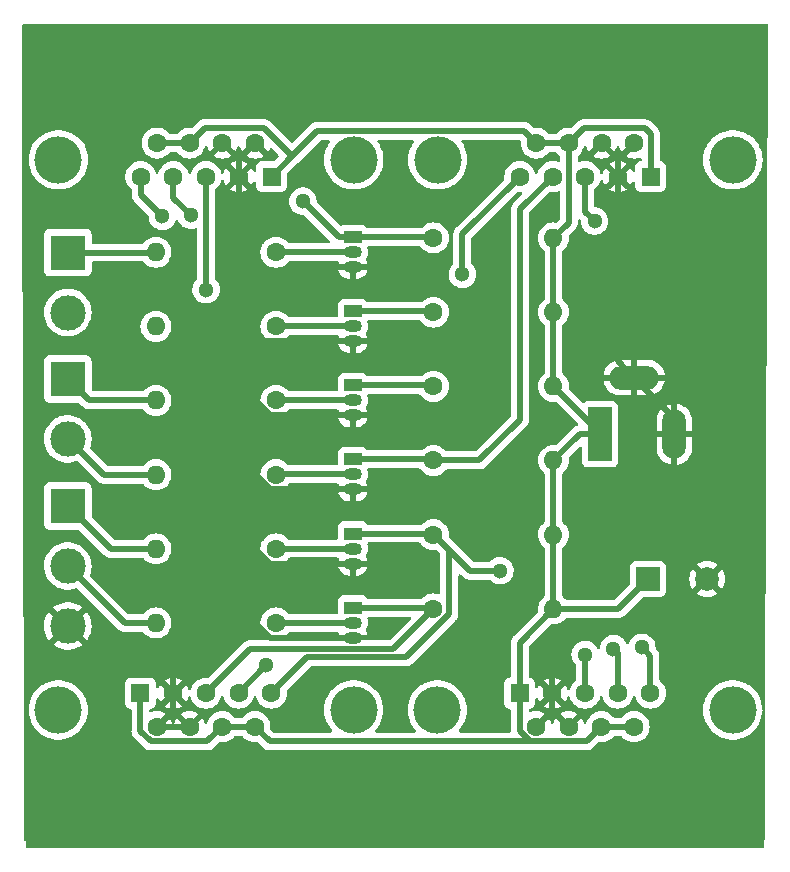
<source format=gbr>
%TF.GenerationSoftware,KiCad,Pcbnew,(6.0.4)*%
%TF.CreationDate,2024-03-20T13:54:59+01:00*%
%TF.ProjectId,Big7segDisplayDrv,42696737-7365-4674-9469-73706c617944,rev?*%
%TF.SameCoordinates,Original*%
%TF.FileFunction,Copper,L2,Bot*%
%TF.FilePolarity,Positive*%
%FSLAX46Y46*%
G04 Gerber Fmt 4.6, Leading zero omitted, Abs format (unit mm)*
G04 Created by KiCad (PCBNEW (6.0.4)) date 2024-03-20 13:54:59*
%MOMM*%
%LPD*%
G01*
G04 APERTURE LIST*
%TA.AperFunction,ComponentPad*%
%ADD10C,4.000000*%
%TD*%
%TA.AperFunction,ComponentPad*%
%ADD11R,1.600000X1.600000*%
%TD*%
%TA.AperFunction,ComponentPad*%
%ADD12C,1.600000*%
%TD*%
%TA.AperFunction,ComponentPad*%
%ADD13R,1.500000X1.050000*%
%TD*%
%TA.AperFunction,ComponentPad*%
%ADD14O,1.500000X1.050000*%
%TD*%
%TA.AperFunction,ComponentPad*%
%ADD15R,2.000000X4.600000*%
%TD*%
%TA.AperFunction,ComponentPad*%
%ADD16O,2.000000X4.200000*%
%TD*%
%TA.AperFunction,ComponentPad*%
%ADD17O,4.200000X2.000000*%
%TD*%
%TA.AperFunction,ComponentPad*%
%ADD18R,2.000000X2.000000*%
%TD*%
%TA.AperFunction,ComponentPad*%
%ADD19C,2.000000*%
%TD*%
%TA.AperFunction,ComponentPad*%
%ADD20O,1.600000X1.600000*%
%TD*%
%TA.AperFunction,ComponentPad*%
%ADD21R,3.000000X3.000000*%
%TD*%
%TA.AperFunction,ComponentPad*%
%ADD22C,3.000000*%
%TD*%
%TA.AperFunction,ViaPad*%
%ADD23C,1.300000*%
%TD*%
%TA.AperFunction,Conductor*%
%ADD24C,0.500000*%
%TD*%
G04 APERTURE END LIST*
D10*
%TO.P,J6,0,PAD*%
%TO.N,Net-(J4-Pad0)*%
X107010000Y-77110331D03*
X132010000Y-77110331D03*
D11*
%TO.P,J6,1,1*%
%TO.N,VCC*%
X125050000Y-78530331D03*
D12*
%TO.P,J6,2,2*%
%TO.N,GNDREF*%
X122280000Y-78530331D03*
%TO.P,J6,3,3*%
%TO.N,/sStrobe*%
X119510000Y-78530331D03*
%TO.P,J6,4,4*%
%TO.N,/ssd3*%
X116740000Y-78530331D03*
%TO.P,J6,5,5*%
%TO.N,/sClk*%
X113970000Y-78530331D03*
%TO.P,J6,6,6*%
%TO.N,GNDREF*%
X123665000Y-75690331D03*
%TO.P,J6,7,7*%
X120895000Y-75690331D03*
%TO.P,J6,8,8*%
%TO.N,VCC*%
X118125000Y-75690331D03*
%TO.P,J6,9,9*%
X115355000Y-75690331D03*
%TD*%
D13*
%TO.P,Q1,1,C*%
%TO.N,/ssd1*%
X131940000Y-83656000D03*
D14*
%TO.P,Q1,2,B*%
%TO.N,Net-(R7-Pad1)*%
X131940000Y-84926000D03*
%TO.P,Q1,3,E*%
%TO.N,GNDREF*%
X131940000Y-86196000D03*
%TD*%
D10*
%TO.P,J7,0,PAD*%
%TO.N,Net-(J4-Pad0)*%
X164110000Y-77110331D03*
X139110000Y-77110331D03*
D11*
%TO.P,J7,1,1*%
%TO.N,VCC*%
X157150000Y-78530331D03*
D12*
%TO.P,J7,2,2*%
%TO.N,GNDREF*%
X154380000Y-78530331D03*
%TO.P,J7,3,3*%
%TO.N,/sStrobe*%
X151610000Y-78530331D03*
%TO.P,J7,4,4*%
%TO.N,/ssd4*%
X148840000Y-78530331D03*
%TO.P,J7,5,5*%
%TO.N,/sClk*%
X146070000Y-78530331D03*
%TO.P,J7,6,6*%
%TO.N,GNDREF*%
X155765000Y-75690331D03*
%TO.P,J7,7,7*%
X152995000Y-75690331D03*
%TO.P,J7,8,8*%
%TO.N,VCC*%
X150225000Y-75690331D03*
%TO.P,J7,9,9*%
X147455000Y-75690331D03*
%TD*%
D15*
%TO.P,J10,1*%
%TO.N,VCC*%
X152850000Y-100350000D03*
D16*
%TO.P,J10,2*%
%TO.N,GNDREF*%
X159150000Y-100350000D03*
D17*
%TO.P,J10,3*%
X155750000Y-95550000D03*
%TD*%
D13*
%TO.P,Q5,1,C*%
%TO.N,/sClk*%
X131940000Y-108752000D03*
D14*
%TO.P,Q5,2,B*%
%TO.N,Net-(R11-Pad1)*%
X131940000Y-110022000D03*
%TO.P,Q5,3,E*%
%TO.N,GNDREF*%
X131940000Y-111292000D03*
%TD*%
D18*
%TO.P,C1,1*%
%TO.N,VCC*%
X156932323Y-112600000D03*
D19*
%TO.P,C1,2*%
%TO.N,GNDREF*%
X161932323Y-112600000D03*
%TD*%
D12*
%TO.P,R3,1*%
%TO.N,/ssd3*%
X138760000Y-96286000D03*
D20*
%TO.P,R3,2*%
%TO.N,VCC*%
X148920000Y-96286000D03*
%TD*%
D21*
%TO.P,J2,1,Pin_1*%
%TO.N,/serData3*%
X107800000Y-95660000D03*
D22*
%TO.P,J2,2,Pin_2*%
%TO.N,/serData4*%
X107800000Y-100740000D03*
%TD*%
D13*
%TO.P,Q2,1,C*%
%TO.N,/ssd2*%
X131940000Y-89930000D03*
D14*
%TO.P,Q2,2,B*%
%TO.N,Net-(R8-Pad1)*%
X131940000Y-91200000D03*
%TO.P,Q2,3,E*%
%TO.N,GNDREF*%
X131940000Y-92470000D03*
%TD*%
D13*
%TO.P,Q4,1,C*%
%TO.N,/ssd4*%
X131940000Y-102478000D03*
D14*
%TO.P,Q4,2,B*%
%TO.N,Net-(R10-Pad1)*%
X131940000Y-103748000D03*
%TO.P,Q4,3,E*%
%TO.N,GNDREF*%
X131940000Y-105018000D03*
%TD*%
D12*
%TO.P,R9,1*%
%TO.N,Net-(R9-Pad1)*%
X125420000Y-97486000D03*
D20*
%TO.P,R9,2*%
%TO.N,/serData3*%
X115260000Y-97486000D03*
%TD*%
D12*
%TO.P,R1,1*%
%TO.N,/ssd1*%
X138760000Y-83726000D03*
D20*
%TO.P,R1,2*%
%TO.N,VCC*%
X148920000Y-83726000D03*
%TD*%
D12*
%TO.P,R2,1*%
%TO.N,/ssd2*%
X138760000Y-90006000D03*
D20*
%TO.P,R2,2*%
%TO.N,VCC*%
X148920000Y-90006000D03*
%TD*%
D10*
%TO.P,J4,0,PAD*%
%TO.N,Net-(J4-Pad0)*%
X131990000Y-123689669D03*
X106990000Y-123689669D03*
D11*
%TO.P,J4,1,1*%
%TO.N,VCC*%
X113950000Y-122269669D03*
D12*
%TO.P,J4,2,2*%
%TO.N,GNDREF*%
X116720000Y-122269669D03*
%TO.P,J4,3,3*%
%TO.N,/sStrobe*%
X119490000Y-122269669D03*
%TO.P,J4,4,4*%
%TO.N,/ssd1*%
X122260000Y-122269669D03*
%TO.P,J4,5,5*%
%TO.N,/sClk*%
X125030000Y-122269669D03*
%TO.P,J4,6,6*%
%TO.N,GNDREF*%
X115335000Y-125109669D03*
%TO.P,J4,7,7*%
X118105000Y-125109669D03*
%TO.P,J4,8,8*%
%TO.N,VCC*%
X120875000Y-125109669D03*
%TO.P,J4,9,9*%
X123645000Y-125109669D03*
%TD*%
%TO.P,R8,1*%
%TO.N,Net-(R8-Pad1)*%
X125420000Y-91206000D03*
D20*
%TO.P,R8,2*%
%TO.N,/serData2*%
X115260000Y-91206000D03*
%TD*%
D12*
%TO.P,R4,1*%
%TO.N,/ssd4*%
X138760000Y-102566000D03*
D20*
%TO.P,R4,2*%
%TO.N,VCC*%
X148920000Y-102566000D03*
%TD*%
D13*
%TO.P,Q6,1,C*%
%TO.N,/sStrobe*%
X131940000Y-115026000D03*
D14*
%TO.P,Q6,2,B*%
%TO.N,Net-(R12-Pad1)*%
X131940000Y-116296000D03*
%TO.P,Q6,3,E*%
%TO.N,GNDREF*%
X131940000Y-117566000D03*
%TD*%
D12*
%TO.P,R10,1*%
%TO.N,Net-(R10-Pad1)*%
X125420000Y-103766000D03*
D20*
%TO.P,R10,2*%
%TO.N,/serData4*%
X115260000Y-103766000D03*
%TD*%
D12*
%TO.P,R12,1*%
%TO.N,Net-(R12-Pad1)*%
X125420000Y-116326000D03*
D20*
%TO.P,R12,2*%
%TO.N,/Strobe*%
X115260000Y-116326000D03*
%TD*%
D12*
%TO.P,R7,1*%
%TO.N,Net-(R7-Pad1)*%
X125420000Y-84926000D03*
D20*
%TO.P,R7,2*%
%TO.N,/serData1*%
X115260000Y-84926000D03*
%TD*%
D10*
%TO.P,J5,0,PAD*%
%TO.N,Net-(J4-Pad0)*%
X164090000Y-123689669D03*
X139090000Y-123689669D03*
D11*
%TO.P,J5,1,1*%
%TO.N,VCC*%
X146050000Y-122269669D03*
D12*
%TO.P,J5,2,2*%
%TO.N,GNDREF*%
X148820000Y-122269669D03*
%TO.P,J5,3,3*%
%TO.N,/sStrobe*%
X151590000Y-122269669D03*
%TO.P,J5,4,4*%
%TO.N,/ssd2*%
X154360000Y-122269669D03*
%TO.P,J5,5,5*%
%TO.N,/sClk*%
X157130000Y-122269669D03*
%TO.P,J5,6,6*%
%TO.N,GNDREF*%
X147435000Y-125109669D03*
%TO.P,J5,7,7*%
X150205000Y-125109669D03*
%TO.P,J5,8,8*%
%TO.N,VCC*%
X152975000Y-125109669D03*
%TO.P,J5,9,9*%
X155745000Y-125109669D03*
%TD*%
%TO.P,R6,1*%
%TO.N,/sStrobe*%
X138760000Y-115126000D03*
D20*
%TO.P,R6,2*%
%TO.N,VCC*%
X148920000Y-115126000D03*
%TD*%
D12*
%TO.P,R5,1*%
%TO.N,/sClk*%
X138760000Y-108846000D03*
D20*
%TO.P,R5,2*%
%TO.N,VCC*%
X148920000Y-108846000D03*
%TD*%
D12*
%TO.P,R11,1*%
%TO.N,Net-(R11-Pad1)*%
X125420000Y-110046000D03*
D20*
%TO.P,R11,2*%
%TO.N,/Clk*%
X115260000Y-110046000D03*
%TD*%
D13*
%TO.P,Q3,1,C*%
%TO.N,/ssd3*%
X131940000Y-96204000D03*
D14*
%TO.P,Q3,2,B*%
%TO.N,Net-(R9-Pad1)*%
X131940000Y-97474000D03*
%TO.P,Q3,3,E*%
%TO.N,GNDREF*%
X131940000Y-98744000D03*
%TD*%
D21*
%TO.P,J1,1,Pin_1*%
%TO.N,/serData1*%
X107800000Y-84960000D03*
D22*
%TO.P,J1,2,Pin_2*%
%TO.N,/serData2*%
X107800000Y-90040000D03*
%TD*%
D21*
%TO.P,J3,1,Pin_1*%
%TO.N,/Clk*%
X107800000Y-106420000D03*
D22*
%TO.P,J3,2,Pin_2*%
%TO.N,/Strobe*%
X107800000Y-111500000D03*
%TO.P,J3,3,Pin_3*%
%TO.N,GNDREF*%
X107800000Y-116580000D03*
%TD*%
D23*
%TO.N,/ssd1*%
X127700000Y-80600000D03*
X124600000Y-119900000D03*
%TO.N,/sStrobe*%
X152400000Y-82300000D03*
%TO.N,/sClk*%
X144400000Y-111900000D03*
X156400000Y-118400000D03*
%TO.N,/sStrobe*%
X151600000Y-119000000D03*
X119500000Y-88100000D03*
%TO.N,/sClk*%
X141200000Y-86800000D03*
X115800000Y-81900000D03*
%TO.N,/ssd2*%
X154000000Y-118500000D03*
%TO.N,/ssd3*%
X118200000Y-81800000D03*
%TD*%
D24*
%TO.N,/ssd1*%
X130756000Y-83656000D02*
X131940000Y-83656000D01*
X127700000Y-80600000D02*
X130756000Y-83656000D01*
X122260000Y-122240000D02*
X124600000Y-119900000D01*
X122260000Y-122269669D02*
X122260000Y-122240000D01*
%TO.N,/sStrobe*%
X151610000Y-81510000D02*
X152400000Y-82300000D01*
X151610000Y-78530331D02*
X151610000Y-81510000D01*
X151590000Y-119010000D02*
X151590000Y-122269669D01*
X151600000Y-119000000D02*
X151590000Y-119010000D01*
%TO.N,/sClk*%
X157130000Y-119130000D02*
X157130000Y-122269669D01*
X156400000Y-118400000D02*
X157130000Y-119130000D01*
%TO.N,/ssd2*%
X154000000Y-118500000D02*
X154360000Y-118860000D01*
X154360000Y-118860000D02*
X154360000Y-122269669D01*
%TO.N,/sClk*%
X141814000Y-111900000D02*
X139357000Y-109443000D01*
X144400000Y-111900000D02*
X141814000Y-111900000D01*
X139357000Y-109443000D02*
X138760000Y-108846000D01*
X140100000Y-110186000D02*
X139357000Y-109443000D01*
%TO.N,VCC*%
X148920000Y-115126000D02*
X154406323Y-115126000D01*
X126790165Y-76790165D02*
X125050000Y-78530331D01*
X155745000Y-125109669D02*
X152975000Y-125109669D01*
X148920000Y-83726000D02*
X150225000Y-82421000D01*
X156640820Y-74440820D02*
X151474511Y-74440820D01*
X157150000Y-78530331D02*
X157150000Y-74950000D01*
X124440820Y-74440820D02*
X126790165Y-76790165D01*
X119374511Y-74440820D02*
X124440820Y-74440820D01*
X151136000Y-100350000D02*
X148920000Y-102566000D01*
X119625489Y-126359180D02*
X120875000Y-125109669D01*
X152975000Y-125109669D02*
X151725489Y-126359180D01*
X154406323Y-115126000D02*
X156932323Y-112600000D01*
X146050000Y-125491745D02*
X146050000Y-122269669D01*
X157150000Y-74950000D02*
X156640820Y-74440820D01*
X146917435Y-126359180D02*
X146050000Y-125491745D01*
X118125000Y-75690331D02*
X119374511Y-74440820D01*
X120875000Y-125109669D02*
X123645000Y-125109669D01*
X128919511Y-74660820D02*
X126790165Y-76790165D01*
X150225000Y-82421000D02*
X150225000Y-75690331D01*
X148920000Y-108846000D02*
X148920000Y-115126000D01*
X146050000Y-117996000D02*
X148920000Y-115126000D01*
X148920000Y-90006000D02*
X148920000Y-96286000D01*
X113950000Y-125491745D02*
X114817435Y-126359180D01*
X146425489Y-74660820D02*
X128919511Y-74660820D01*
X147455000Y-75690331D02*
X146425489Y-74660820D01*
X123645000Y-125109669D02*
X124894511Y-126359180D01*
X147440820Y-126359180D02*
X146917435Y-126359180D01*
X150225000Y-75690331D02*
X147455000Y-75690331D01*
X115355000Y-75690331D02*
X118125000Y-75690331D01*
X148920000Y-102566000D02*
X148920000Y-108846000D01*
X124894511Y-126359180D02*
X147440820Y-126359180D01*
X146050000Y-122269669D02*
X146050000Y-117996000D01*
X113950000Y-122269669D02*
X113950000Y-125491745D01*
X148920000Y-83726000D02*
X148920000Y-90006000D01*
X114817435Y-126359180D02*
X119625489Y-126359180D01*
X148920000Y-96286000D02*
X152850000Y-100216000D01*
X151474511Y-74440820D02*
X150225000Y-75690331D01*
X152850000Y-100350000D02*
X151136000Y-100350000D01*
X151725489Y-126359180D02*
X147440820Y-126359180D01*
X152850000Y-100216000D02*
X152850000Y-100350000D01*
%TO.N,GNDREF*%
X123830000Y-92470000D02*
X122280000Y-90920000D01*
X159150000Y-100350000D02*
X159150000Y-109817677D01*
X115335000Y-125109669D02*
X118105000Y-125109669D01*
X107800000Y-116580000D02*
X110520000Y-119300000D01*
X159150000Y-109817677D02*
X161932323Y-112600000D01*
X124910924Y-98744000D02*
X122280000Y-96113076D01*
X124902435Y-117575511D02*
X122280000Y-114953076D01*
X131940000Y-111292000D02*
X131936489Y-111295511D01*
X115500000Y-119300000D02*
X116720000Y-120520000D01*
X131940000Y-98744000D02*
X124910924Y-98744000D01*
X116720000Y-120520000D02*
X116720000Y-122269669D01*
X149900000Y-116400000D02*
X148820000Y-117480000D01*
X131940000Y-86196000D02*
X127404000Y-86196000D01*
X122280000Y-102393076D02*
X122280000Y-95980000D01*
X122280000Y-85380000D02*
X122280000Y-85220000D01*
X122280000Y-78530331D02*
X122280000Y-77075331D01*
X154607665Y-76847666D02*
X154152334Y-76847666D01*
X154380000Y-94180000D02*
X155750000Y-95550000D01*
X131940000Y-92470000D02*
X123830000Y-92470000D01*
X159150000Y-98950000D02*
X159150000Y-100350000D01*
X116720000Y-120040000D02*
X122280000Y-114480000D01*
X154380000Y-78530331D02*
X154380000Y-94180000D01*
X131940000Y-117566000D02*
X131930489Y-117575511D01*
X124904924Y-105018000D02*
X122280000Y-102393076D01*
X125900000Y-87700000D02*
X124600000Y-87700000D01*
X122280000Y-108673076D02*
X122280000Y-101720000D01*
X131940000Y-105018000D02*
X124904924Y-105018000D01*
X122280000Y-114953076D02*
X122280000Y-114480000D01*
X155750000Y-95550000D02*
X159150000Y-98950000D01*
X122280000Y-77075331D02*
X122627665Y-76727665D01*
X120895000Y-75690331D02*
X121932334Y-76727665D01*
X116720000Y-123724669D02*
X115335000Y-125109669D01*
X131936489Y-111295511D02*
X124902435Y-111295511D01*
X116720000Y-122269669D02*
X116720000Y-120040000D01*
X122627665Y-76727665D02*
X123665000Y-75690331D01*
X121932334Y-76727665D02*
X122627665Y-76727665D01*
X122280000Y-85220000D02*
X122280000Y-78530331D01*
X148820000Y-117480000D02*
X148820000Y-122269669D01*
X154152334Y-76847666D02*
X152995000Y-75690331D01*
X127404000Y-86196000D02*
X125900000Y-87700000D01*
X148820000Y-122269669D02*
X148820000Y-123724669D01*
X116720000Y-122269669D02*
X116720000Y-123724669D01*
X148820000Y-123724669D02*
X147435000Y-125109669D01*
X154380000Y-77075331D02*
X154152334Y-76847666D01*
X110520000Y-119300000D02*
X115500000Y-119300000D01*
X122280000Y-95980000D02*
X122280000Y-90920000D01*
X124902435Y-111295511D02*
X122280000Y-108673076D01*
X122280000Y-90920000D02*
X122280000Y-85220000D01*
X154380000Y-78530331D02*
X154380000Y-77075331D01*
X124600000Y-87700000D02*
X122280000Y-85380000D01*
X122280000Y-96113076D02*
X122280000Y-95980000D01*
X155765000Y-75690331D02*
X154607665Y-76847666D01*
X158132323Y-116400000D02*
X149900000Y-116400000D01*
X161932323Y-112600000D02*
X158132323Y-116400000D01*
X122280000Y-114480000D02*
X122280000Y-107980000D01*
X131930489Y-117575511D02*
X124902435Y-117575511D01*
X148820000Y-123724669D02*
X150205000Y-125109669D01*
%TO.N,/serData1*%
X107800000Y-84960000D02*
X115226000Y-84960000D01*
X115226000Y-84960000D02*
X115260000Y-84926000D01*
%TO.N,/serData3*%
X115260000Y-97486000D02*
X109626000Y-97486000D01*
X109626000Y-97486000D02*
X107800000Y-95660000D01*
%TO.N,/serData4*%
X110826000Y-103766000D02*
X107800000Y-100740000D01*
X115260000Y-103766000D02*
X110826000Y-103766000D01*
%TO.N,/Clk*%
X111426000Y-110046000D02*
X107800000Y-106420000D01*
X115260000Y-110046000D02*
X111426000Y-110046000D01*
%TO.N,/Strobe*%
X115260000Y-116326000D02*
X112626000Y-116326000D01*
X112626000Y-116326000D02*
X107800000Y-111500000D01*
%TO.N,/sStrobe*%
X131940000Y-115026000D02*
X138660000Y-115026000D01*
X135345480Y-118540520D02*
X138760000Y-115126000D01*
X138660000Y-115026000D02*
X138760000Y-115126000D01*
X119510000Y-88090000D02*
X119510000Y-78530331D01*
X123219149Y-118540520D02*
X135345480Y-118540520D01*
X119500000Y-88100000D02*
X119510000Y-88090000D01*
X119490000Y-122269669D02*
X123219149Y-118540520D01*
%TO.N,/ssd1*%
X131940000Y-83656000D02*
X138690000Y-83656000D01*
X138690000Y-83656000D02*
X138760000Y-83726000D01*
%TO.N,/sClk*%
X113970000Y-78530331D02*
X113970000Y-80070000D01*
X128059629Y-119240040D02*
X136413036Y-119240040D01*
X140100000Y-115553076D02*
X140100000Y-110186000D01*
X136413036Y-119240040D02*
X140100000Y-115553076D01*
X125030000Y-122269669D02*
X128059629Y-119240040D01*
X131940000Y-108752000D02*
X138666000Y-108752000D01*
X138666000Y-108752000D02*
X138760000Y-108846000D01*
X113970000Y-80070000D02*
X115800000Y-81900000D01*
X141200000Y-83400331D02*
X141200000Y-86800000D01*
X146070000Y-78530331D02*
X141200000Y-83400331D01*
%TO.N,/ssd2*%
X138684000Y-89930000D02*
X138760000Y-90006000D01*
X131940000Y-89930000D02*
X138684000Y-89930000D01*
%TO.N,/ssd3*%
X116740000Y-78530331D02*
X116740000Y-80340000D01*
X131940000Y-96204000D02*
X138678000Y-96204000D01*
X116740000Y-80340000D02*
X118200000Y-81800000D01*
X138678000Y-96204000D02*
X138760000Y-96286000D01*
%TO.N,/ssd4*%
X138672000Y-102478000D02*
X138760000Y-102566000D01*
X142634000Y-102566000D02*
X138760000Y-102566000D01*
X146100000Y-81270331D02*
X146100000Y-99100000D01*
X131940000Y-102478000D02*
X138672000Y-102478000D01*
X148840000Y-78530331D02*
X146100000Y-81270331D01*
X146100000Y-99100000D02*
X142634000Y-102566000D01*
%TO.N,Net-(R7-Pad1)*%
X125420000Y-84926000D02*
X131940000Y-84926000D01*
%TO.N,Net-(R8-Pad1)*%
X125426000Y-91200000D02*
X125420000Y-91206000D01*
X131940000Y-91200000D02*
X125426000Y-91200000D01*
%TO.N,Net-(R9-Pad1)*%
X125432000Y-97474000D02*
X125420000Y-97486000D01*
X131940000Y-97474000D02*
X125432000Y-97474000D01*
%TO.N,Net-(R10-Pad1)*%
X125438000Y-103748000D02*
X125420000Y-103766000D01*
X131940000Y-103748000D02*
X125438000Y-103748000D01*
%TO.N,Net-(R11-Pad1)*%
X125444000Y-110022000D02*
X125420000Y-110046000D01*
X131940000Y-110022000D02*
X125444000Y-110022000D01*
%TO.N,Net-(R12-Pad1)*%
X131910000Y-116326000D02*
X131940000Y-116296000D01*
X125420000Y-116326000D02*
X131910000Y-116326000D01*
%TD*%
%TA.AperFunction,Conductor*%
%TO.N,GNDREF*%
G36*
X167041573Y-65620002D02*
G01*
X167088066Y-65673658D01*
X167099451Y-65726546D01*
X166848650Y-123578036D01*
X166828353Y-123646070D01*
X166774496Y-123692329D01*
X166748829Y-123695906D01*
X166809934Y-123728596D01*
X166844492Y-123790614D01*
X166847605Y-123818998D01*
X166800544Y-134674546D01*
X166780247Y-134742580D01*
X166726390Y-134788839D01*
X166674545Y-134800000D01*
X104225636Y-134800000D01*
X104157515Y-134779998D01*
X104111022Y-134726342D01*
X104099637Y-134674364D01*
X104067889Y-123689669D01*
X104476540Y-123689669D01*
X104496359Y-124004689D01*
X104555505Y-124314741D01*
X104653044Y-124614935D01*
X104654731Y-124618521D01*
X104654733Y-124618525D01*
X104785750Y-124896952D01*
X104785754Y-124896959D01*
X104787438Y-124900538D01*
X104956568Y-125167044D01*
X105157767Y-125410251D01*
X105387860Y-125626323D01*
X105643221Y-125811853D01*
X105646690Y-125813760D01*
X105646693Y-125813762D01*
X105916352Y-125962009D01*
X105919821Y-125963916D01*
X105923490Y-125965369D01*
X105923495Y-125965371D01*
X106209628Y-126078659D01*
X106213298Y-126080112D01*
X106519025Y-126158609D01*
X106832179Y-126198169D01*
X107147821Y-126198169D01*
X107460975Y-126158609D01*
X107766702Y-126080112D01*
X107770372Y-126078659D01*
X108056505Y-125965371D01*
X108056510Y-125965369D01*
X108060179Y-125963916D01*
X108063648Y-125962009D01*
X108333307Y-125813762D01*
X108333310Y-125813760D01*
X108336779Y-125811853D01*
X108592140Y-125626323D01*
X108822233Y-125410251D01*
X109023432Y-125167044D01*
X109192562Y-124900538D01*
X109194246Y-124896959D01*
X109194250Y-124896952D01*
X109325267Y-124618525D01*
X109325269Y-124618521D01*
X109326956Y-124614935D01*
X109424495Y-124314741D01*
X109483641Y-124004689D01*
X109503460Y-123689669D01*
X109483641Y-123374649D01*
X109434645Y-123117803D01*
X112641500Y-123117803D01*
X112648255Y-123179985D01*
X112699385Y-123316374D01*
X112786739Y-123432930D01*
X112903295Y-123520284D01*
X113039684Y-123571414D01*
X113066914Y-123574372D01*
X113079108Y-123575697D01*
X113144670Y-123602939D01*
X113185096Y-123661303D01*
X113191500Y-123700960D01*
X113191500Y-125424675D01*
X113190067Y-125443625D01*
X113188071Y-125456748D01*
X113186801Y-125465094D01*
X113187394Y-125472386D01*
X113187394Y-125472389D01*
X113191085Y-125517763D01*
X113191500Y-125527978D01*
X113191500Y-125536038D01*
X113191925Y-125539682D01*
X113194789Y-125564252D01*
X113195222Y-125568627D01*
X113199695Y-125623612D01*
X113201140Y-125641382D01*
X113203396Y-125648346D01*
X113204587Y-125654305D01*
X113205971Y-125660160D01*
X113206818Y-125667426D01*
X113231735Y-125736072D01*
X113233152Y-125740200D01*
X113241646Y-125766418D01*
X113255649Y-125809644D01*
X113259445Y-125815899D01*
X113261951Y-125821373D01*
X113264670Y-125826803D01*
X113267167Y-125833682D01*
X113271180Y-125839802D01*
X113271180Y-125839803D01*
X113307186Y-125894721D01*
X113309523Y-125898425D01*
X113347405Y-125960852D01*
X113351121Y-125965060D01*
X113351122Y-125965061D01*
X113354803Y-125969229D01*
X113354776Y-125969253D01*
X113357429Y-125972245D01*
X113360132Y-125975478D01*
X113364144Y-125981597D01*
X113369456Y-125986629D01*
X113420383Y-126034873D01*
X113422825Y-126037251D01*
X114233665Y-126848091D01*
X114246051Y-126862503D01*
X114254584Y-126874098D01*
X114254589Y-126874103D01*
X114258927Y-126879998D01*
X114264505Y-126884737D01*
X114264508Y-126884740D01*
X114299203Y-126914215D01*
X114306719Y-126921145D01*
X114312414Y-126926840D01*
X114315296Y-126929120D01*
X114334686Y-126944461D01*
X114338090Y-126947252D01*
X114388138Y-126989771D01*
X114393720Y-126994513D01*
X114400236Y-126997841D01*
X114405285Y-127001208D01*
X114410414Y-127004375D01*
X114416151Y-127008914D01*
X114482310Y-127039835D01*
X114486204Y-127041738D01*
X114551243Y-127074949D01*
X114558351Y-127076688D01*
X114563994Y-127078787D01*
X114569757Y-127080704D01*
X114576385Y-127083802D01*
X114583547Y-127085292D01*
X114583548Y-127085292D01*
X114647847Y-127098666D01*
X114652131Y-127099636D01*
X114723045Y-127116988D01*
X114728647Y-127117336D01*
X114728650Y-127117336D01*
X114734199Y-127117680D01*
X114734197Y-127117716D01*
X114738190Y-127117955D01*
X114742382Y-127118329D01*
X114749550Y-127119820D01*
X114826955Y-127117726D01*
X114830363Y-127117680D01*
X119558419Y-127117680D01*
X119577369Y-127119113D01*
X119591604Y-127121279D01*
X119591608Y-127121279D01*
X119598838Y-127122379D01*
X119606130Y-127121786D01*
X119606133Y-127121786D01*
X119651507Y-127118095D01*
X119661722Y-127117680D01*
X119669782Y-127117680D01*
X119687169Y-127115653D01*
X119697996Y-127114391D01*
X119702371Y-127113958D01*
X119767828Y-127108634D01*
X119767831Y-127108633D01*
X119775126Y-127108040D01*
X119782090Y-127105784D01*
X119788049Y-127104593D01*
X119793904Y-127103209D01*
X119801170Y-127102362D01*
X119869816Y-127077445D01*
X119873944Y-127076028D01*
X119936425Y-127055787D01*
X119936427Y-127055786D01*
X119943388Y-127053531D01*
X119949643Y-127049735D01*
X119955117Y-127047229D01*
X119960547Y-127044510D01*
X119967426Y-127042013D01*
X119973547Y-127038000D01*
X120028465Y-127001994D01*
X120032169Y-126999657D01*
X120094596Y-126961775D01*
X120102973Y-126954377D01*
X120102997Y-126954404D01*
X120105989Y-126951751D01*
X120109222Y-126949048D01*
X120115341Y-126945036D01*
X120168617Y-126888797D01*
X120170995Y-126886355D01*
X120612010Y-126445340D01*
X120674322Y-126411314D01*
X120712087Y-126408914D01*
X120869525Y-126422688D01*
X120875000Y-126423167D01*
X121103087Y-126403212D01*
X121108400Y-126401788D01*
X121108402Y-126401788D01*
X121318933Y-126345376D01*
X121318935Y-126345375D01*
X121324243Y-126343953D01*
X121329225Y-126341630D01*
X121526762Y-126249518D01*
X121526767Y-126249515D01*
X121531749Y-126247192D01*
X121636611Y-126173767D01*
X121714789Y-126119026D01*
X121714792Y-126119024D01*
X121719300Y-126115867D01*
X121881198Y-125953969D01*
X121903655Y-125921898D01*
X121959110Y-125877570D01*
X122006867Y-125868169D01*
X122513133Y-125868169D01*
X122581254Y-125888171D01*
X122616345Y-125921897D01*
X122638802Y-125953969D01*
X122800700Y-126115867D01*
X122805208Y-126119024D01*
X122805211Y-126119026D01*
X122883389Y-126173767D01*
X122988251Y-126247192D01*
X122993233Y-126249515D01*
X122993238Y-126249518D01*
X123190775Y-126341630D01*
X123195757Y-126343953D01*
X123201065Y-126345375D01*
X123201067Y-126345376D01*
X123411598Y-126401788D01*
X123411600Y-126401788D01*
X123416913Y-126403212D01*
X123645000Y-126423167D01*
X123650475Y-126422688D01*
X123807913Y-126408914D01*
X123877518Y-126422903D01*
X123907990Y-126445340D01*
X124310741Y-126848091D01*
X124323127Y-126862503D01*
X124331660Y-126874098D01*
X124331665Y-126874103D01*
X124336003Y-126879998D01*
X124341581Y-126884737D01*
X124341584Y-126884740D01*
X124376279Y-126914215D01*
X124383795Y-126921145D01*
X124389490Y-126926840D01*
X124392372Y-126929120D01*
X124411762Y-126944461D01*
X124415166Y-126947252D01*
X124465214Y-126989771D01*
X124470796Y-126994513D01*
X124477312Y-126997841D01*
X124482361Y-127001208D01*
X124487490Y-127004375D01*
X124493227Y-127008914D01*
X124559386Y-127039835D01*
X124563280Y-127041738D01*
X124628319Y-127074949D01*
X124635427Y-127076688D01*
X124641070Y-127078787D01*
X124646833Y-127080704D01*
X124653461Y-127083802D01*
X124660623Y-127085292D01*
X124660624Y-127085292D01*
X124724923Y-127098666D01*
X124729207Y-127099636D01*
X124800121Y-127116988D01*
X124805723Y-127117336D01*
X124805726Y-127117336D01*
X124811275Y-127117680D01*
X124811273Y-127117716D01*
X124815266Y-127117955D01*
X124819458Y-127118329D01*
X124826626Y-127119820D01*
X124904031Y-127117726D01*
X124907439Y-127117680D01*
X146829494Y-127117680D01*
X146840695Y-127118179D01*
X146842385Y-127118330D01*
X146849550Y-127119820D01*
X146926955Y-127117726D01*
X146930363Y-127117680D01*
X151658419Y-127117680D01*
X151677369Y-127119113D01*
X151691604Y-127121279D01*
X151691608Y-127121279D01*
X151698838Y-127122379D01*
X151706130Y-127121786D01*
X151706133Y-127121786D01*
X151751507Y-127118095D01*
X151761722Y-127117680D01*
X151769782Y-127117680D01*
X151787169Y-127115653D01*
X151797996Y-127114391D01*
X151802371Y-127113958D01*
X151867828Y-127108634D01*
X151867831Y-127108633D01*
X151875126Y-127108040D01*
X151882090Y-127105784D01*
X151888049Y-127104593D01*
X151893904Y-127103209D01*
X151901170Y-127102362D01*
X151969816Y-127077445D01*
X151973944Y-127076028D01*
X152036425Y-127055787D01*
X152036427Y-127055786D01*
X152043388Y-127053531D01*
X152049643Y-127049735D01*
X152055117Y-127047229D01*
X152060547Y-127044510D01*
X152067426Y-127042013D01*
X152073547Y-127038000D01*
X152128465Y-127001994D01*
X152132169Y-126999657D01*
X152194596Y-126961775D01*
X152202973Y-126954377D01*
X152202997Y-126954404D01*
X152205989Y-126951751D01*
X152209222Y-126949048D01*
X152215341Y-126945036D01*
X152268617Y-126888797D01*
X152270995Y-126886355D01*
X152712010Y-126445340D01*
X152774322Y-126411314D01*
X152812087Y-126408914D01*
X152969525Y-126422688D01*
X152975000Y-126423167D01*
X153203087Y-126403212D01*
X153208400Y-126401788D01*
X153208402Y-126401788D01*
X153418933Y-126345376D01*
X153418935Y-126345375D01*
X153424243Y-126343953D01*
X153429225Y-126341630D01*
X153626762Y-126249518D01*
X153626767Y-126249515D01*
X153631749Y-126247192D01*
X153736611Y-126173767D01*
X153814789Y-126119026D01*
X153814792Y-126119024D01*
X153819300Y-126115867D01*
X153981198Y-125953969D01*
X154003655Y-125921898D01*
X154059110Y-125877570D01*
X154106867Y-125868169D01*
X154613133Y-125868169D01*
X154681254Y-125888171D01*
X154716345Y-125921897D01*
X154738802Y-125953969D01*
X154900700Y-126115867D01*
X154905208Y-126119024D01*
X154905211Y-126119026D01*
X154983389Y-126173767D01*
X155088251Y-126247192D01*
X155093233Y-126249515D01*
X155093238Y-126249518D01*
X155290775Y-126341630D01*
X155295757Y-126343953D01*
X155301065Y-126345375D01*
X155301067Y-126345376D01*
X155511598Y-126401788D01*
X155511600Y-126401788D01*
X155516913Y-126403212D01*
X155745000Y-126423167D01*
X155973087Y-126403212D01*
X155978400Y-126401788D01*
X155978402Y-126401788D01*
X156188933Y-126345376D01*
X156188935Y-126345375D01*
X156194243Y-126343953D01*
X156199225Y-126341630D01*
X156396762Y-126249518D01*
X156396767Y-126249515D01*
X156401749Y-126247192D01*
X156506611Y-126173767D01*
X156584789Y-126119026D01*
X156584792Y-126119024D01*
X156589300Y-126115867D01*
X156751198Y-125953969D01*
X156791399Y-125896557D01*
X156850709Y-125811853D01*
X156882523Y-125766418D01*
X156884846Y-125761436D01*
X156884849Y-125761431D01*
X156976961Y-125563894D01*
X156976961Y-125563893D01*
X156979284Y-125558912D01*
X156982622Y-125546457D01*
X157037119Y-125343071D01*
X157037119Y-125343069D01*
X157038543Y-125337756D01*
X157058498Y-125109669D01*
X157038543Y-124881582D01*
X157037119Y-124876267D01*
X156980707Y-124665736D01*
X156980706Y-124665733D01*
X156979284Y-124660426D01*
X156976961Y-124655444D01*
X156884849Y-124457907D01*
X156884846Y-124457902D01*
X156882523Y-124452920D01*
X156751198Y-124265369D01*
X156589300Y-124103471D01*
X156584792Y-124100314D01*
X156584789Y-124100312D01*
X156458920Y-124012178D01*
X156401749Y-123972146D01*
X156396767Y-123969823D01*
X156396762Y-123969820D01*
X156199225Y-123877708D01*
X156199224Y-123877708D01*
X156194243Y-123875385D01*
X156188935Y-123873963D01*
X156188933Y-123873962D01*
X155978402Y-123817550D01*
X155978400Y-123817550D01*
X155973087Y-123816126D01*
X155745000Y-123796171D01*
X155516913Y-123816126D01*
X155511600Y-123817550D01*
X155511598Y-123817550D01*
X155301067Y-123873962D01*
X155301065Y-123873963D01*
X155295757Y-123875385D01*
X155290776Y-123877708D01*
X155290775Y-123877708D01*
X155093238Y-123969820D01*
X155093233Y-123969823D01*
X155088251Y-123972146D01*
X155031080Y-124012178D01*
X154905211Y-124100312D01*
X154905208Y-124100314D01*
X154900700Y-124103471D01*
X154738802Y-124265369D01*
X154716345Y-124297440D01*
X154660890Y-124341768D01*
X154613133Y-124351169D01*
X154106867Y-124351169D01*
X154038746Y-124331167D01*
X154003655Y-124297441D01*
X153981198Y-124265369D01*
X153819300Y-124103471D01*
X153814792Y-124100314D01*
X153814789Y-124100312D01*
X153688920Y-124012178D01*
X153631749Y-123972146D01*
X153626767Y-123969823D01*
X153626762Y-123969820D01*
X153429225Y-123877708D01*
X153429224Y-123877708D01*
X153424243Y-123875385D01*
X153418935Y-123873963D01*
X153418933Y-123873962D01*
X153208402Y-123817550D01*
X153208400Y-123817550D01*
X153203087Y-123816126D01*
X152975000Y-123796171D01*
X152746913Y-123816126D01*
X152741600Y-123817550D01*
X152741598Y-123817550D01*
X152531067Y-123873962D01*
X152531065Y-123873963D01*
X152525757Y-123875385D01*
X152520776Y-123877708D01*
X152520775Y-123877708D01*
X152323238Y-123969820D01*
X152323233Y-123969823D01*
X152318251Y-123972146D01*
X152261080Y-124012178D01*
X152135211Y-124100312D01*
X152135208Y-124100314D01*
X152130700Y-124103471D01*
X151968802Y-124265369D01*
X151837477Y-124452920D01*
X151835154Y-124457902D01*
X151835151Y-124457907D01*
X151743039Y-124655444D01*
X151740716Y-124660426D01*
X151739294Y-124665733D01*
X151711448Y-124769655D01*
X151674496Y-124830277D01*
X151610635Y-124861299D01*
X151540141Y-124852870D01*
X151485394Y-124807667D01*
X151468034Y-124769654D01*
X151440236Y-124665908D01*
X151436490Y-124655616D01*
X151344414Y-124458158D01*
X151338931Y-124448663D01*
X151302491Y-124396621D01*
X151292012Y-124388245D01*
X151278566Y-124395313D01*
X150294095Y-125379784D01*
X150231783Y-125413810D01*
X150160968Y-125408745D01*
X150115905Y-125379784D01*
X149130713Y-124394592D01*
X149118938Y-124388162D01*
X149106923Y-124397458D01*
X149071069Y-124448663D01*
X149065586Y-124458158D01*
X148973510Y-124655616D01*
X148969764Y-124665908D01*
X148941707Y-124770619D01*
X148904755Y-124831242D01*
X148840895Y-124862263D01*
X148770400Y-124853835D01*
X148715653Y-124808632D01*
X148698293Y-124770619D01*
X148670236Y-124665908D01*
X148666490Y-124655616D01*
X148574414Y-124458158D01*
X148568931Y-124448663D01*
X148532491Y-124396621D01*
X148522012Y-124388245D01*
X148508566Y-124395313D01*
X147524095Y-125379784D01*
X147461783Y-125413810D01*
X147390968Y-125408745D01*
X147345905Y-125379784D01*
X147164885Y-125198764D01*
X147130859Y-125136452D01*
X147135924Y-125065637D01*
X147164885Y-125020574D01*
X148150077Y-124035382D01*
X148156507Y-124023607D01*
X148155772Y-124022657D01*
X149483576Y-124022657D01*
X149490644Y-124036103D01*
X150192188Y-124737647D01*
X150206132Y-124745261D01*
X150207965Y-124745130D01*
X150214580Y-124740879D01*
X150920077Y-124035382D01*
X150926507Y-124023607D01*
X150917211Y-124011592D01*
X150866006Y-123975738D01*
X150856511Y-123970255D01*
X150659053Y-123878179D01*
X150648761Y-123874433D01*
X150438312Y-123818044D01*
X150427519Y-123816141D01*
X150210475Y-123797152D01*
X150199525Y-123797152D01*
X149982481Y-123816141D01*
X149971688Y-123818044D01*
X149761239Y-123874433D01*
X149750947Y-123878179D01*
X149553489Y-123970255D01*
X149543994Y-123975738D01*
X149491952Y-124012178D01*
X149483576Y-124022657D01*
X148155772Y-124022657D01*
X148147211Y-124011592D01*
X148096006Y-123975738D01*
X148086511Y-123970255D01*
X147889053Y-123878179D01*
X147878761Y-123874433D01*
X147668312Y-123818044D01*
X147657519Y-123816141D01*
X147440475Y-123797152D01*
X147429525Y-123797152D01*
X147212481Y-123816141D01*
X147201688Y-123818044D01*
X146991241Y-123874433D01*
X146977593Y-123879400D01*
X146906740Y-123883902D01*
X146844700Y-123849383D01*
X146811171Y-123786803D01*
X146808500Y-123760998D01*
X146808500Y-123700960D01*
X146811815Y-123689669D01*
X161576540Y-123689669D01*
X161596359Y-124004689D01*
X161655505Y-124314741D01*
X161753044Y-124614935D01*
X161754731Y-124618521D01*
X161754733Y-124618525D01*
X161885750Y-124896952D01*
X161885754Y-124896959D01*
X161887438Y-124900538D01*
X162056568Y-125167044D01*
X162257767Y-125410251D01*
X162487860Y-125626323D01*
X162743221Y-125811853D01*
X162746690Y-125813760D01*
X162746693Y-125813762D01*
X163016352Y-125962009D01*
X163019821Y-125963916D01*
X163023490Y-125965369D01*
X163023495Y-125965371D01*
X163309628Y-126078659D01*
X163313298Y-126080112D01*
X163619025Y-126158609D01*
X163932179Y-126198169D01*
X164247821Y-126198169D01*
X164560975Y-126158609D01*
X164866702Y-126080112D01*
X164870372Y-126078659D01*
X165156505Y-125965371D01*
X165156510Y-125965369D01*
X165160179Y-125963916D01*
X165163648Y-125962009D01*
X165433307Y-125813762D01*
X165433310Y-125813760D01*
X165436779Y-125811853D01*
X165692140Y-125626323D01*
X165922233Y-125410251D01*
X166123432Y-125167044D01*
X166292562Y-124900538D01*
X166294246Y-124896959D01*
X166294250Y-124896952D01*
X166425267Y-124618525D01*
X166425269Y-124618521D01*
X166426956Y-124614935D01*
X166524495Y-124314741D01*
X166583641Y-124004689D01*
X166595856Y-123810539D01*
X166620094Y-123743810D01*
X166676563Y-123700778D01*
X166697604Y-123699092D01*
X166639727Y-123672356D01*
X166601602Y-123612464D01*
X166596900Y-123585401D01*
X166583641Y-123374649D01*
X166524495Y-123064597D01*
X166469050Y-122893956D01*
X166428182Y-122768176D01*
X166428182Y-122768175D01*
X166426956Y-122764403D01*
X166405550Y-122718912D01*
X166294250Y-122482386D01*
X166294246Y-122482379D01*
X166292562Y-122478800D01*
X166123432Y-122212294D01*
X165958454Y-122012870D01*
X165924758Y-121972139D01*
X165924757Y-121972138D01*
X165922233Y-121969087D01*
X165692140Y-121753015D01*
X165436779Y-121567485D01*
X165414639Y-121555313D01*
X165163648Y-121417329D01*
X165163647Y-121417328D01*
X165160179Y-121415422D01*
X165156510Y-121413969D01*
X165156505Y-121413967D01*
X164870372Y-121300679D01*
X164870371Y-121300679D01*
X164866702Y-121299226D01*
X164560975Y-121220729D01*
X164247821Y-121181169D01*
X163932179Y-121181169D01*
X163619025Y-121220729D01*
X163313298Y-121299226D01*
X163309629Y-121300679D01*
X163309628Y-121300679D01*
X163023495Y-121413967D01*
X163023490Y-121413969D01*
X163019821Y-121415422D01*
X163016353Y-121417328D01*
X163016352Y-121417329D01*
X162765362Y-121555313D01*
X162743221Y-121567485D01*
X162487860Y-121753015D01*
X162257767Y-121969087D01*
X162255243Y-121972138D01*
X162255242Y-121972139D01*
X162221546Y-122012870D01*
X162056568Y-122212294D01*
X161887438Y-122478800D01*
X161885754Y-122482379D01*
X161885750Y-122482386D01*
X161774450Y-122718912D01*
X161753044Y-122764403D01*
X161751818Y-122768175D01*
X161751818Y-122768176D01*
X161710950Y-122893956D01*
X161655505Y-123064597D01*
X161596359Y-123374649D01*
X161576540Y-123689669D01*
X146811815Y-123689669D01*
X146828502Y-123632839D01*
X146882158Y-123586346D01*
X146920892Y-123575697D01*
X146933086Y-123574372D01*
X146960316Y-123571414D01*
X147096705Y-123520284D01*
X147213261Y-123432930D01*
X147271119Y-123355731D01*
X148098493Y-123355731D01*
X148107789Y-123367746D01*
X148158994Y-123403600D01*
X148168489Y-123409083D01*
X148365947Y-123501159D01*
X148376239Y-123504905D01*
X148586688Y-123561294D01*
X148597481Y-123563197D01*
X148814525Y-123582186D01*
X148825475Y-123582186D01*
X149042519Y-123563197D01*
X149053312Y-123561294D01*
X149263761Y-123504905D01*
X149274053Y-123501159D01*
X149471511Y-123409083D01*
X149481006Y-123403600D01*
X149533048Y-123367160D01*
X149541424Y-123356681D01*
X149534356Y-123343235D01*
X148832812Y-122641691D01*
X148818868Y-122634077D01*
X148817035Y-122634208D01*
X148810420Y-122638459D01*
X148104923Y-123343956D01*
X148098493Y-123355731D01*
X147271119Y-123355731D01*
X147300615Y-123316374D01*
X147351745Y-123179985D01*
X147358500Y-123117803D01*
X147358500Y-122798813D01*
X147378502Y-122730692D01*
X147432158Y-122684199D01*
X147502432Y-122674095D01*
X147567012Y-122703589D01*
X147598695Y-122745563D01*
X147680586Y-122921180D01*
X147686069Y-122930675D01*
X147722509Y-122982717D01*
X147732988Y-122991093D01*
X147746434Y-122984025D01*
X148447978Y-122282481D01*
X148454356Y-122270801D01*
X149184408Y-122270801D01*
X149184539Y-122272634D01*
X149188790Y-122279249D01*
X149894287Y-122984746D01*
X149906062Y-122991176D01*
X149918077Y-122981880D01*
X149953931Y-122930675D01*
X149959414Y-122921180D01*
X150051490Y-122723722D01*
X150055236Y-122713430D01*
X150083034Y-122609684D01*
X150119985Y-122549061D01*
X150183846Y-122518040D01*
X150254340Y-122526468D01*
X150309088Y-122571671D01*
X150326448Y-122609683D01*
X150355716Y-122718912D01*
X150358039Y-122723893D01*
X150358039Y-122723894D01*
X150450151Y-122921431D01*
X150450154Y-122921436D01*
X150452477Y-122926418D01*
X150583802Y-123113969D01*
X150745700Y-123275867D01*
X150750208Y-123279024D01*
X150750211Y-123279026D01*
X150791542Y-123307966D01*
X150933251Y-123407192D01*
X150938233Y-123409515D01*
X150938238Y-123409518D01*
X151134765Y-123501159D01*
X151140757Y-123503953D01*
X151146065Y-123505375D01*
X151146067Y-123505376D01*
X151356598Y-123561788D01*
X151356600Y-123561788D01*
X151361913Y-123563212D01*
X151590000Y-123583167D01*
X151818087Y-123563212D01*
X151823400Y-123561788D01*
X151823402Y-123561788D01*
X152033933Y-123505376D01*
X152033935Y-123505375D01*
X152039243Y-123503953D01*
X152045235Y-123501159D01*
X152241762Y-123409518D01*
X152241767Y-123409515D01*
X152246749Y-123407192D01*
X152388458Y-123307966D01*
X152429789Y-123279026D01*
X152429792Y-123279024D01*
X152434300Y-123275867D01*
X152596198Y-123113969D01*
X152727523Y-122926418D01*
X152729846Y-122921436D01*
X152729849Y-122921431D01*
X152821961Y-122723894D01*
X152821961Y-122723893D01*
X152824284Y-122718912D01*
X152833586Y-122684199D01*
X152853293Y-122610650D01*
X152890245Y-122550027D01*
X152954106Y-122519006D01*
X153024600Y-122527434D01*
X153079347Y-122572637D01*
X153096707Y-122610650D01*
X153116415Y-122684199D01*
X153125716Y-122718912D01*
X153128039Y-122723893D01*
X153128039Y-122723894D01*
X153220151Y-122921431D01*
X153220154Y-122921436D01*
X153222477Y-122926418D01*
X153353802Y-123113969D01*
X153515700Y-123275867D01*
X153520208Y-123279024D01*
X153520211Y-123279026D01*
X153561542Y-123307966D01*
X153703251Y-123407192D01*
X153708233Y-123409515D01*
X153708238Y-123409518D01*
X153904765Y-123501159D01*
X153910757Y-123503953D01*
X153916065Y-123505375D01*
X153916067Y-123505376D01*
X154126598Y-123561788D01*
X154126600Y-123561788D01*
X154131913Y-123563212D01*
X154360000Y-123583167D01*
X154588087Y-123563212D01*
X154593400Y-123561788D01*
X154593402Y-123561788D01*
X154803933Y-123505376D01*
X154803935Y-123505375D01*
X154809243Y-123503953D01*
X154815235Y-123501159D01*
X155011762Y-123409518D01*
X155011767Y-123409515D01*
X155016749Y-123407192D01*
X155158458Y-123307966D01*
X155199789Y-123279026D01*
X155199792Y-123279024D01*
X155204300Y-123275867D01*
X155366198Y-123113969D01*
X155497523Y-122926418D01*
X155499846Y-122921436D01*
X155499849Y-122921431D01*
X155591961Y-122723894D01*
X155591961Y-122723893D01*
X155594284Y-122718912D01*
X155603586Y-122684199D01*
X155623293Y-122610650D01*
X155660245Y-122550027D01*
X155724106Y-122519006D01*
X155794600Y-122527434D01*
X155849347Y-122572637D01*
X155866707Y-122610650D01*
X155886415Y-122684199D01*
X155895716Y-122718912D01*
X155898039Y-122723893D01*
X155898039Y-122723894D01*
X155990151Y-122921431D01*
X155990154Y-122921436D01*
X155992477Y-122926418D01*
X156123802Y-123113969D01*
X156285700Y-123275867D01*
X156290208Y-123279024D01*
X156290211Y-123279026D01*
X156331542Y-123307966D01*
X156473251Y-123407192D01*
X156478233Y-123409515D01*
X156478238Y-123409518D01*
X156674765Y-123501159D01*
X156680757Y-123503953D01*
X156686065Y-123505375D01*
X156686067Y-123505376D01*
X156896598Y-123561788D01*
X156896600Y-123561788D01*
X156901913Y-123563212D01*
X157130000Y-123583167D01*
X157358087Y-123563212D01*
X157363400Y-123561788D01*
X157363402Y-123561788D01*
X157573933Y-123505376D01*
X157573935Y-123505375D01*
X157579243Y-123503953D01*
X157585235Y-123501159D01*
X157781762Y-123409518D01*
X157781767Y-123409515D01*
X157786749Y-123407192D01*
X157928458Y-123307966D01*
X157969789Y-123279026D01*
X157969792Y-123279024D01*
X157974300Y-123275867D01*
X158136198Y-123113969D01*
X158267523Y-122926418D01*
X158269846Y-122921436D01*
X158269849Y-122921431D01*
X158361961Y-122723894D01*
X158361961Y-122723893D01*
X158364284Y-122718912D01*
X158373586Y-122684199D01*
X158422119Y-122503071D01*
X158422119Y-122503069D01*
X158423543Y-122497756D01*
X158443498Y-122269669D01*
X158423543Y-122041582D01*
X158404118Y-121969087D01*
X158365707Y-121825736D01*
X158365706Y-121825733D01*
X158364284Y-121820426D01*
X158332850Y-121753015D01*
X158269849Y-121617907D01*
X158269846Y-121617902D01*
X158267523Y-121612920D01*
X158136198Y-121425369D01*
X157974300Y-121263471D01*
X157942229Y-121241014D01*
X157897901Y-121185559D01*
X157888500Y-121137802D01*
X157888500Y-119197070D01*
X157889933Y-119178120D01*
X157892099Y-119163885D01*
X157892099Y-119163881D01*
X157893199Y-119156651D01*
X157888915Y-119103982D01*
X157888500Y-119093767D01*
X157888500Y-119085707D01*
X157888037Y-119081731D01*
X157885211Y-119057497D01*
X157884778Y-119053121D01*
X157878860Y-118980364D01*
X157876605Y-118973403D01*
X157875418Y-118967463D01*
X157874029Y-118961588D01*
X157873182Y-118954319D01*
X157848264Y-118885670D01*
X157846847Y-118881542D01*
X157826607Y-118819064D01*
X157826606Y-118819062D01*
X157824351Y-118812101D01*
X157820555Y-118805846D01*
X157818049Y-118800372D01*
X157815330Y-118794942D01*
X157812833Y-118788063D01*
X157793190Y-118758102D01*
X157772814Y-118727024D01*
X157770467Y-118723305D01*
X157732595Y-118660893D01*
X157725197Y-118652516D01*
X157725224Y-118652492D01*
X157722571Y-118649500D01*
X157719868Y-118646267D01*
X157715856Y-118640148D01*
X157659617Y-118586872D01*
X157657175Y-118584494D01*
X157599426Y-118526745D01*
X157565400Y-118464433D01*
X157562564Y-118434354D01*
X157563366Y-118403705D01*
X157563463Y-118400000D01*
X157548946Y-118242009D01*
X157544510Y-118193730D01*
X157544509Y-118193727D01*
X157543981Y-118187976D01*
X157535047Y-118156300D01*
X157487754Y-117988611D01*
X157487753Y-117988609D01*
X157486186Y-117983052D01*
X157474807Y-117959976D01*
X157394570Y-117797273D01*
X157392015Y-117792092D01*
X157381807Y-117778421D01*
X157268074Y-117626114D01*
X157264622Y-117621491D01*
X157108271Y-117476963D01*
X156928201Y-117363347D01*
X156730441Y-117284449D01*
X156724781Y-117283323D01*
X156724777Y-117283322D01*
X156527282Y-117244038D01*
X156527280Y-117244038D01*
X156521615Y-117242911D01*
X156515840Y-117242835D01*
X156515836Y-117242835D01*
X156409161Y-117241439D01*
X156308716Y-117240124D01*
X156303019Y-117241103D01*
X156303018Y-117241103D01*
X156104564Y-117275203D01*
X156104561Y-117275204D01*
X156098874Y-117276181D01*
X155899116Y-117349875D01*
X155716134Y-117458739D01*
X155556054Y-117599125D01*
X155424238Y-117766333D01*
X155421549Y-117771444D01*
X155421547Y-117771447D01*
X155394427Y-117822994D01*
X155325100Y-117954762D01*
X155301999Y-118029158D01*
X155262699Y-118088279D01*
X155197670Y-118116770D01*
X155127560Y-118105580D01*
X155074630Y-118058263D01*
X155068663Y-118047519D01*
X155047952Y-118005521D01*
X154992015Y-117892092D01*
X154981627Y-117878180D01*
X154880354Y-117742559D01*
X154864622Y-117721491D01*
X154708271Y-117576963D01*
X154528201Y-117463347D01*
X154330441Y-117384449D01*
X154324781Y-117383323D01*
X154324777Y-117383322D01*
X154127282Y-117344038D01*
X154127280Y-117344038D01*
X154121615Y-117342911D01*
X154115840Y-117342835D01*
X154115836Y-117342835D01*
X154009161Y-117341439D01*
X153908716Y-117340124D01*
X153903019Y-117341103D01*
X153903018Y-117341103D01*
X153704564Y-117375203D01*
X153704561Y-117375204D01*
X153698874Y-117376181D01*
X153499116Y-117449875D01*
X153434391Y-117488383D01*
X153344564Y-117541825D01*
X153316134Y-117558739D01*
X153156054Y-117699125D01*
X153024238Y-117866333D01*
X153021549Y-117871444D01*
X153021547Y-117871447D01*
X152980406Y-117949644D01*
X152925100Y-118054762D01*
X152923386Y-118060283D01*
X152923384Y-118060287D01*
X152905846Y-118116770D01*
X152861961Y-118258102D01*
X152861282Y-118263840D01*
X152846920Y-118385185D01*
X152819050Y-118450482D01*
X152760301Y-118490346D01*
X152689327Y-118492120D01*
X152628660Y-118455241D01*
X152608787Y-118426102D01*
X152594572Y-118397276D01*
X152594569Y-118397272D01*
X152592015Y-118392092D01*
X152583455Y-118380628D01*
X152496245Y-118263840D01*
X152464622Y-118221491D01*
X152308271Y-118076963D01*
X152128201Y-117963347D01*
X151930441Y-117884449D01*
X151924781Y-117883323D01*
X151924777Y-117883322D01*
X151727282Y-117844038D01*
X151727280Y-117844038D01*
X151721615Y-117842911D01*
X151715840Y-117842835D01*
X151715836Y-117842835D01*
X151609161Y-117841439D01*
X151508716Y-117840124D01*
X151503019Y-117841103D01*
X151503018Y-117841103D01*
X151304564Y-117875203D01*
X151304561Y-117875204D01*
X151298874Y-117876181D01*
X151099116Y-117949875D01*
X151002727Y-118007221D01*
X150922819Y-118054762D01*
X150916134Y-118058739D01*
X150756054Y-118199125D01*
X150624238Y-118366333D01*
X150621549Y-118371444D01*
X150621547Y-118371447D01*
X150614319Y-118385185D01*
X150525100Y-118554762D01*
X150523386Y-118560283D01*
X150523384Y-118560287D01*
X150472766Y-118723305D01*
X150461961Y-118758102D01*
X150436936Y-118969544D01*
X150450861Y-119182006D01*
X150452282Y-119187602D01*
X150452283Y-119187607D01*
X150480579Y-119299020D01*
X150503272Y-119388372D01*
X150505689Y-119393615D01*
X150542389Y-119473223D01*
X150592411Y-119581731D01*
X150715296Y-119755609D01*
X150729717Y-119769657D01*
X150793422Y-119831716D01*
X150828259Y-119893577D01*
X150831500Y-119921970D01*
X150831500Y-121137802D01*
X150811498Y-121205923D01*
X150777772Y-121241014D01*
X150745700Y-121263471D01*
X150583802Y-121425369D01*
X150452477Y-121612920D01*
X150450154Y-121617902D01*
X150450151Y-121617907D01*
X150387150Y-121753015D01*
X150355716Y-121820426D01*
X150354294Y-121825733D01*
X150326448Y-121929655D01*
X150289496Y-121990277D01*
X150225635Y-122021299D01*
X150155141Y-122012870D01*
X150100394Y-121967667D01*
X150083034Y-121929654D01*
X150055236Y-121825908D01*
X150051490Y-121815616D01*
X149959414Y-121618158D01*
X149953931Y-121608663D01*
X149917491Y-121556621D01*
X149907012Y-121548245D01*
X149893566Y-121555313D01*
X149192022Y-122256857D01*
X149184408Y-122270801D01*
X148454356Y-122270801D01*
X148455592Y-122268537D01*
X148455461Y-122266704D01*
X148451210Y-122260089D01*
X147745713Y-121554592D01*
X147733938Y-121548162D01*
X147721923Y-121557458D01*
X147686069Y-121608663D01*
X147680586Y-121618158D01*
X147598695Y-121793775D01*
X147551778Y-121847060D01*
X147483500Y-121866521D01*
X147415541Y-121845979D01*
X147369475Y-121791956D01*
X147358500Y-121740525D01*
X147358500Y-121421535D01*
X147351745Y-121359353D01*
X147300615Y-121222964D01*
X147270407Y-121182657D01*
X148098576Y-121182657D01*
X148105644Y-121196103D01*
X148807188Y-121897647D01*
X148821132Y-121905261D01*
X148822965Y-121905130D01*
X148829580Y-121900879D01*
X149535077Y-121195382D01*
X149541507Y-121183607D01*
X149532211Y-121171592D01*
X149481006Y-121135738D01*
X149471511Y-121130255D01*
X149274053Y-121038179D01*
X149263761Y-121034433D01*
X149053312Y-120978044D01*
X149042519Y-120976141D01*
X148825475Y-120957152D01*
X148814525Y-120957152D01*
X148597481Y-120976141D01*
X148586688Y-120978044D01*
X148376239Y-121034433D01*
X148365947Y-121038179D01*
X148168489Y-121130255D01*
X148158994Y-121135738D01*
X148106952Y-121172178D01*
X148098576Y-121182657D01*
X147270407Y-121182657D01*
X147213261Y-121106408D01*
X147096705Y-121019054D01*
X146960316Y-120967924D01*
X146933086Y-120964966D01*
X146920892Y-120963641D01*
X146855330Y-120936399D01*
X146814904Y-120878035D01*
X146808500Y-120838378D01*
X146808500Y-118362371D01*
X146828502Y-118294250D01*
X146845405Y-118273276D01*
X148657010Y-116461671D01*
X148719322Y-116427645D01*
X148757087Y-116425245D01*
X148914525Y-116439019D01*
X148920000Y-116439498D01*
X149148087Y-116419543D01*
X149153400Y-116418119D01*
X149153402Y-116418119D01*
X149363933Y-116361707D01*
X149363935Y-116361706D01*
X149369243Y-116360284D01*
X149442766Y-116326000D01*
X149571762Y-116265849D01*
X149571767Y-116265846D01*
X149576749Y-116263523D01*
X149757662Y-116136846D01*
X149759789Y-116135357D01*
X149759792Y-116135355D01*
X149764300Y-116132198D01*
X149926198Y-115970300D01*
X149948655Y-115938229D01*
X150004110Y-115893901D01*
X150051867Y-115884500D01*
X154339253Y-115884500D01*
X154358203Y-115885933D01*
X154372438Y-115888099D01*
X154372442Y-115888099D01*
X154379672Y-115889199D01*
X154386964Y-115888606D01*
X154386967Y-115888606D01*
X154432341Y-115884915D01*
X154442556Y-115884500D01*
X154450616Y-115884500D01*
X154463906Y-115882951D01*
X154478830Y-115881211D01*
X154483205Y-115880778D01*
X154548662Y-115875454D01*
X154548665Y-115875453D01*
X154555960Y-115874860D01*
X154562924Y-115872604D01*
X154568883Y-115871413D01*
X154574738Y-115870029D01*
X154582004Y-115869182D01*
X154650650Y-115844265D01*
X154654778Y-115842848D01*
X154717259Y-115822607D01*
X154717261Y-115822606D01*
X154724222Y-115820351D01*
X154730477Y-115816555D01*
X154735951Y-115814049D01*
X154741381Y-115811330D01*
X154748260Y-115808833D01*
X154770692Y-115794126D01*
X154809299Y-115768814D01*
X154813003Y-115766477D01*
X154875430Y-115728595D01*
X154883807Y-115721197D01*
X154883831Y-115721224D01*
X154886823Y-115718571D01*
X154890056Y-115715868D01*
X154896175Y-115711856D01*
X154949451Y-115655617D01*
X154951829Y-115653175D01*
X156459599Y-114145405D01*
X156521911Y-114111379D01*
X156548694Y-114108500D01*
X157980457Y-114108500D01*
X158042639Y-114101745D01*
X158179028Y-114050615D01*
X158295584Y-113963261D01*
X158382938Y-113846705D01*
X158388199Y-113832670D01*
X161064483Y-113832670D01*
X161070210Y-113840320D01*
X161241365Y-113945205D01*
X161250160Y-113949687D01*
X161460311Y-114036734D01*
X161469696Y-114039783D01*
X161690877Y-114092885D01*
X161700624Y-114094428D01*
X161927393Y-114112275D01*
X161937253Y-114112275D01*
X162164022Y-114094428D01*
X162173769Y-114092885D01*
X162394950Y-114039783D01*
X162404335Y-114036734D01*
X162614486Y-113949687D01*
X162623281Y-113945205D01*
X162790768Y-113842568D01*
X162800230Y-113832110D01*
X162796447Y-113823334D01*
X161945135Y-112972022D01*
X161931191Y-112964408D01*
X161929358Y-112964539D01*
X161922743Y-112968790D01*
X161071243Y-113820290D01*
X161064483Y-113832670D01*
X158388199Y-113832670D01*
X158434068Y-113710316D01*
X158440823Y-113648134D01*
X158440823Y-112604930D01*
X160420048Y-112604930D01*
X160437895Y-112831699D01*
X160439438Y-112841446D01*
X160492540Y-113062627D01*
X160495589Y-113072012D01*
X160582636Y-113282163D01*
X160587118Y-113290958D01*
X160689755Y-113458445D01*
X160700213Y-113467907D01*
X160708989Y-113464124D01*
X161560301Y-112612812D01*
X161566679Y-112601132D01*
X162296731Y-112601132D01*
X162296862Y-112602965D01*
X162301113Y-112609580D01*
X163152613Y-113461080D01*
X163164993Y-113467840D01*
X163172643Y-113462113D01*
X163277528Y-113290958D01*
X163282010Y-113282163D01*
X163369057Y-113072012D01*
X163372106Y-113062627D01*
X163425208Y-112841446D01*
X163426751Y-112831699D01*
X163444598Y-112604930D01*
X163444598Y-112595070D01*
X163426751Y-112368301D01*
X163425208Y-112358554D01*
X163372106Y-112137373D01*
X163369057Y-112127988D01*
X163282010Y-111917837D01*
X163277528Y-111909042D01*
X163174891Y-111741555D01*
X163164433Y-111732093D01*
X163155657Y-111735876D01*
X162304345Y-112587188D01*
X162296731Y-112601132D01*
X161566679Y-112601132D01*
X161567915Y-112598868D01*
X161567784Y-112597035D01*
X161563533Y-112590420D01*
X160712033Y-111738920D01*
X160699653Y-111732160D01*
X160692003Y-111737887D01*
X160587118Y-111909042D01*
X160582636Y-111917837D01*
X160495589Y-112127988D01*
X160492540Y-112137373D01*
X160439438Y-112358554D01*
X160437895Y-112368301D01*
X160420048Y-112595070D01*
X160420048Y-112604930D01*
X158440823Y-112604930D01*
X158440823Y-111551866D01*
X158434068Y-111489684D01*
X158388409Y-111367890D01*
X161064416Y-111367890D01*
X161068199Y-111376666D01*
X161919511Y-112227978D01*
X161933455Y-112235592D01*
X161935288Y-112235461D01*
X161941903Y-112231210D01*
X162793403Y-111379710D01*
X162800163Y-111367330D01*
X162794436Y-111359680D01*
X162623281Y-111254795D01*
X162614486Y-111250313D01*
X162404335Y-111163266D01*
X162394950Y-111160217D01*
X162173769Y-111107115D01*
X162164022Y-111105572D01*
X161937253Y-111087725D01*
X161927393Y-111087725D01*
X161700624Y-111105572D01*
X161690877Y-111107115D01*
X161469696Y-111160217D01*
X161460311Y-111163266D01*
X161250160Y-111250313D01*
X161241365Y-111254795D01*
X161073878Y-111357432D01*
X161064416Y-111367890D01*
X158388409Y-111367890D01*
X158382938Y-111353295D01*
X158295584Y-111236739D01*
X158179028Y-111149385D01*
X158042639Y-111098255D01*
X157980457Y-111091500D01*
X155884189Y-111091500D01*
X155822007Y-111098255D01*
X155685618Y-111149385D01*
X155569062Y-111236739D01*
X155481708Y-111353295D01*
X155430578Y-111489684D01*
X155423823Y-111551866D01*
X155423823Y-112983629D01*
X155403821Y-113051750D01*
X155386918Y-113072724D01*
X154129047Y-114330595D01*
X154066735Y-114364621D01*
X154039952Y-114367500D01*
X150051867Y-114367500D01*
X149983746Y-114347498D01*
X149948655Y-114313772D01*
X149926198Y-114281700D01*
X149764300Y-114119802D01*
X149732229Y-114097345D01*
X149687901Y-114041890D01*
X149678500Y-113994133D01*
X149678500Y-109977867D01*
X149698502Y-109909746D01*
X149732228Y-109874655D01*
X149764300Y-109852198D01*
X149926198Y-109690300D01*
X149938960Y-109672075D01*
X150014474Y-109564229D01*
X150057523Y-109502749D01*
X150059846Y-109497767D01*
X150059849Y-109497762D01*
X150151961Y-109300225D01*
X150151961Y-109300224D01*
X150154284Y-109295243D01*
X150165841Y-109252114D01*
X150212119Y-109079402D01*
X150212119Y-109079400D01*
X150213543Y-109074087D01*
X150233498Y-108846000D01*
X150213543Y-108617913D01*
X150154284Y-108396757D01*
X150142094Y-108370615D01*
X150059849Y-108194238D01*
X150059846Y-108194233D01*
X150057523Y-108189251D01*
X149946235Y-108030316D01*
X149929357Y-108006211D01*
X149929355Y-108006208D01*
X149926198Y-108001700D01*
X149764300Y-107839802D01*
X149732229Y-107817345D01*
X149687901Y-107761890D01*
X149678500Y-107714133D01*
X149678500Y-103697867D01*
X149698502Y-103629746D01*
X149732228Y-103594655D01*
X149764300Y-103572198D01*
X149926198Y-103410300D01*
X150057523Y-103222749D01*
X150059846Y-103217767D01*
X150059849Y-103217762D01*
X150151961Y-103020225D01*
X150151961Y-103020224D01*
X150154284Y-103015243D01*
X150166248Y-102970595D01*
X150212119Y-102799402D01*
X150212119Y-102799400D01*
X150213543Y-102794087D01*
X150233498Y-102566000D01*
X150219245Y-102403087D01*
X150233234Y-102333482D01*
X150255671Y-102303010D01*
X151126405Y-101432276D01*
X151188717Y-101398250D01*
X151259532Y-101403315D01*
X151316368Y-101445862D01*
X151341179Y-101512382D01*
X151341500Y-101521371D01*
X151341500Y-102698134D01*
X151348255Y-102760316D01*
X151399385Y-102896705D01*
X151486739Y-103013261D01*
X151603295Y-103100615D01*
X151739684Y-103151745D01*
X151801866Y-103158500D01*
X153898134Y-103158500D01*
X153960316Y-103151745D01*
X154096705Y-103100615D01*
X154213261Y-103013261D01*
X154300615Y-102896705D01*
X154351745Y-102760316D01*
X154358500Y-102698134D01*
X154358500Y-101508456D01*
X157642000Y-101508456D01*
X157642202Y-101513488D01*
X157656150Y-101686843D01*
X157657762Y-101696796D01*
X157713233Y-101922633D01*
X157716416Y-101932203D01*
X157807280Y-102146265D01*
X157811955Y-102155207D01*
X157935874Y-102351987D01*
X157941914Y-102360060D01*
X158095703Y-102534500D01*
X158102956Y-102541504D01*
X158282654Y-102689110D01*
X158290936Y-102694866D01*
X158491919Y-102811841D01*
X158501024Y-102816203D01*
X158718115Y-102899537D01*
X158727804Y-102902388D01*
X158878264Y-102933821D01*
X158892325Y-102932698D01*
X158896000Y-102922590D01*
X158896000Y-102920590D01*
X159404000Y-102920590D01*
X159408136Y-102934676D01*
X159421114Y-102936725D01*
X159438830Y-102934675D01*
X159448727Y-102932715D01*
X159672494Y-102869396D01*
X159681938Y-102865884D01*
X159892705Y-102767601D01*
X159901471Y-102762622D01*
X160093802Y-102631913D01*
X160101677Y-102625581D01*
X160270626Y-102465814D01*
X160277387Y-102458305D01*
X160418625Y-102273574D01*
X160424089Y-102265095D01*
X160533978Y-102060153D01*
X160538020Y-102050901D01*
X160613727Y-101831029D01*
X160616236Y-101821257D01*
X160656004Y-101591029D01*
X160656859Y-101583157D01*
X160657936Y-101559449D01*
X160658000Y-101556616D01*
X160658000Y-100622115D01*
X160653525Y-100606876D01*
X160652135Y-100605671D01*
X160644452Y-100604000D01*
X159422115Y-100604000D01*
X159406876Y-100608475D01*
X159405671Y-100609865D01*
X159404000Y-100617548D01*
X159404000Y-102920590D01*
X158896000Y-102920590D01*
X158896000Y-100622115D01*
X158891525Y-100606876D01*
X158890135Y-100605671D01*
X158882452Y-100604000D01*
X157660115Y-100604000D01*
X157644876Y-100608475D01*
X157643671Y-100609865D01*
X157642000Y-100617548D01*
X157642000Y-101508456D01*
X154358500Y-101508456D01*
X154358500Y-100077885D01*
X157642000Y-100077885D01*
X157646475Y-100093124D01*
X157647865Y-100094329D01*
X157655548Y-100096000D01*
X158877885Y-100096000D01*
X158893124Y-100091525D01*
X158894329Y-100090135D01*
X158896000Y-100082452D01*
X158896000Y-100077885D01*
X159404000Y-100077885D01*
X159408475Y-100093124D01*
X159409865Y-100094329D01*
X159417548Y-100096000D01*
X160639885Y-100096000D01*
X160655124Y-100091525D01*
X160656329Y-100090135D01*
X160658000Y-100082452D01*
X160658000Y-99191544D01*
X160657798Y-99186512D01*
X160643850Y-99013157D01*
X160642238Y-99003204D01*
X160586767Y-98777367D01*
X160583584Y-98767797D01*
X160492720Y-98553735D01*
X160488045Y-98544793D01*
X160364126Y-98348013D01*
X160358086Y-98339940D01*
X160204297Y-98165500D01*
X160197044Y-98158496D01*
X160017346Y-98010890D01*
X160009064Y-98005134D01*
X159808081Y-97888159D01*
X159798976Y-97883797D01*
X159581885Y-97800463D01*
X159572196Y-97797612D01*
X159421736Y-97766179D01*
X159407675Y-97767302D01*
X159404000Y-97777410D01*
X159404000Y-100077885D01*
X158896000Y-100077885D01*
X158896000Y-97779410D01*
X158891864Y-97765324D01*
X158878886Y-97763275D01*
X158861170Y-97765325D01*
X158851273Y-97767285D01*
X158627506Y-97830604D01*
X158618062Y-97834116D01*
X158407295Y-97932399D01*
X158398529Y-97937378D01*
X158206198Y-98068087D01*
X158198323Y-98074419D01*
X158029374Y-98234186D01*
X158022613Y-98241695D01*
X157881375Y-98426426D01*
X157875911Y-98434905D01*
X157766022Y-98639847D01*
X157761980Y-98649099D01*
X157686273Y-98868971D01*
X157683764Y-98878743D01*
X157643996Y-99108971D01*
X157643141Y-99116843D01*
X157642064Y-99140551D01*
X157642000Y-99143384D01*
X157642000Y-100077885D01*
X154358500Y-100077885D01*
X154358500Y-98001866D01*
X154351745Y-97939684D01*
X154300615Y-97803295D01*
X154213261Y-97686739D01*
X154096705Y-97599385D01*
X153960316Y-97548255D01*
X153898134Y-97541500D01*
X151801866Y-97541500D01*
X151739684Y-97548255D01*
X151603295Y-97599385D01*
X151573559Y-97621671D01*
X151520812Y-97661203D01*
X151454305Y-97686050D01*
X151384923Y-97670997D01*
X151356152Y-97649471D01*
X150255671Y-96548990D01*
X150221645Y-96486678D01*
X150219245Y-96448913D01*
X150233019Y-96291475D01*
X150233498Y-96286000D01*
X150213543Y-96057913D01*
X150190575Y-95972196D01*
X150155707Y-95842067D01*
X150155706Y-95842065D01*
X150154284Y-95836757D01*
X150151961Y-95831775D01*
X150146990Y-95821114D01*
X153163275Y-95821114D01*
X153165325Y-95838830D01*
X153167285Y-95848727D01*
X153230604Y-96072494D01*
X153234116Y-96081938D01*
X153332399Y-96292705D01*
X153337378Y-96301471D01*
X153468087Y-96493802D01*
X153474419Y-96501677D01*
X153634186Y-96670626D01*
X153641695Y-96677387D01*
X153826426Y-96818625D01*
X153834905Y-96824089D01*
X154039847Y-96933978D01*
X154049099Y-96938020D01*
X154268971Y-97013727D01*
X154278743Y-97016236D01*
X154508971Y-97056004D01*
X154516843Y-97056859D01*
X154540551Y-97057936D01*
X154543384Y-97058000D01*
X155477885Y-97058000D01*
X155493124Y-97053525D01*
X155494329Y-97052135D01*
X155496000Y-97044452D01*
X155496000Y-97039885D01*
X156004000Y-97039885D01*
X156008475Y-97055124D01*
X156009865Y-97056329D01*
X156017548Y-97058000D01*
X156908456Y-97058000D01*
X156913488Y-97057798D01*
X157086843Y-97043850D01*
X157096796Y-97042238D01*
X157322633Y-96986767D01*
X157332203Y-96983584D01*
X157546265Y-96892720D01*
X157555207Y-96888045D01*
X157751987Y-96764126D01*
X157760060Y-96758086D01*
X157934500Y-96604297D01*
X157941504Y-96597044D01*
X158089110Y-96417346D01*
X158094866Y-96409064D01*
X158211841Y-96208081D01*
X158216203Y-96198976D01*
X158299537Y-95981885D01*
X158302388Y-95972196D01*
X158333821Y-95821736D01*
X158332698Y-95807675D01*
X158322590Y-95804000D01*
X156022115Y-95804000D01*
X156006876Y-95808475D01*
X156005671Y-95809865D01*
X156004000Y-95817548D01*
X156004000Y-97039885D01*
X155496000Y-97039885D01*
X155496000Y-95822115D01*
X155491525Y-95806876D01*
X155490135Y-95805671D01*
X155482452Y-95804000D01*
X153179410Y-95804000D01*
X153165324Y-95808136D01*
X153163275Y-95821114D01*
X150146990Y-95821114D01*
X150059849Y-95634238D01*
X150059846Y-95634233D01*
X150057523Y-95629251D01*
X149926198Y-95441700D01*
X149764300Y-95279802D01*
X149762104Y-95278264D01*
X153166179Y-95278264D01*
X153167302Y-95292325D01*
X153177410Y-95296000D01*
X155477885Y-95296000D01*
X155493124Y-95291525D01*
X155494329Y-95290135D01*
X155496000Y-95282452D01*
X155496000Y-95277885D01*
X156004000Y-95277885D01*
X156008475Y-95293124D01*
X156009865Y-95294329D01*
X156017548Y-95296000D01*
X158320590Y-95296000D01*
X158334676Y-95291864D01*
X158336725Y-95278886D01*
X158334675Y-95261170D01*
X158332715Y-95251273D01*
X158269396Y-95027506D01*
X158265884Y-95018062D01*
X158167601Y-94807295D01*
X158162622Y-94798529D01*
X158031913Y-94606198D01*
X158025581Y-94598323D01*
X157865814Y-94429374D01*
X157858305Y-94422613D01*
X157673574Y-94281375D01*
X157665095Y-94275911D01*
X157460153Y-94166022D01*
X157450901Y-94161980D01*
X157231029Y-94086273D01*
X157221257Y-94083764D01*
X156991029Y-94043996D01*
X156983157Y-94043141D01*
X156959449Y-94042064D01*
X156956616Y-94042000D01*
X156022115Y-94042000D01*
X156006876Y-94046475D01*
X156005671Y-94047865D01*
X156004000Y-94055548D01*
X156004000Y-95277885D01*
X155496000Y-95277885D01*
X155496000Y-94060115D01*
X155491525Y-94044876D01*
X155490135Y-94043671D01*
X155482452Y-94042000D01*
X154591544Y-94042000D01*
X154586512Y-94042202D01*
X154413157Y-94056150D01*
X154403204Y-94057762D01*
X154177367Y-94113233D01*
X154167797Y-94116416D01*
X153953735Y-94207280D01*
X153944793Y-94211955D01*
X153748013Y-94335874D01*
X153739940Y-94341914D01*
X153565500Y-94495703D01*
X153558496Y-94502956D01*
X153410890Y-94682654D01*
X153405134Y-94690936D01*
X153288159Y-94891919D01*
X153283797Y-94901024D01*
X153200463Y-95118115D01*
X153197612Y-95127804D01*
X153166179Y-95278264D01*
X149762104Y-95278264D01*
X149732229Y-95257345D01*
X149687901Y-95201890D01*
X149678500Y-95154133D01*
X149678500Y-91137867D01*
X149698502Y-91069746D01*
X149732228Y-91034655D01*
X149764300Y-91012198D01*
X149926198Y-90850300D01*
X150057523Y-90662749D01*
X150059846Y-90657767D01*
X150059849Y-90657762D01*
X150151961Y-90460225D01*
X150151961Y-90460224D01*
X150154284Y-90455243D01*
X150157967Y-90441500D01*
X150212119Y-90239402D01*
X150212119Y-90239400D01*
X150213543Y-90234087D01*
X150233498Y-90006000D01*
X150213543Y-89777913D01*
X150212119Y-89772598D01*
X150155707Y-89562067D01*
X150155706Y-89562065D01*
X150154284Y-89556757D01*
X150119667Y-89482520D01*
X150059849Y-89354238D01*
X150059846Y-89354233D01*
X150057523Y-89349251D01*
X149974944Y-89231316D01*
X149929357Y-89166211D01*
X149929355Y-89166208D01*
X149926198Y-89161700D01*
X149764300Y-88999802D01*
X149732229Y-88977345D01*
X149687901Y-88921890D01*
X149678500Y-88874133D01*
X149678500Y-84857867D01*
X149698502Y-84789746D01*
X149732228Y-84754655D01*
X149764300Y-84732198D01*
X149926198Y-84570300D01*
X149949536Y-84536971D01*
X149997669Y-84468229D01*
X150057523Y-84382749D01*
X150059846Y-84377767D01*
X150059849Y-84377762D01*
X150151961Y-84180225D01*
X150151961Y-84180224D01*
X150154284Y-84175243D01*
X150160605Y-84151655D01*
X150212119Y-83959402D01*
X150212119Y-83959400D01*
X150213543Y-83954087D01*
X150233498Y-83726000D01*
X150219245Y-83563087D01*
X150233234Y-83493482D01*
X150255671Y-83463010D01*
X150713911Y-83004770D01*
X150728323Y-82992384D01*
X150739918Y-82983851D01*
X150739923Y-82983846D01*
X150745818Y-82979508D01*
X150750557Y-82973930D01*
X150750560Y-82973927D01*
X150780035Y-82939232D01*
X150786965Y-82931716D01*
X150792661Y-82926020D01*
X150794924Y-82923159D01*
X150794929Y-82923154D01*
X150810293Y-82903734D01*
X150813082Y-82900333D01*
X150821973Y-82889868D01*
X150860333Y-82844715D01*
X150863659Y-82838202D01*
X150867020Y-82833163D01*
X150870196Y-82828021D01*
X150874734Y-82822284D01*
X150905655Y-82756125D01*
X150907561Y-82752225D01*
X150924117Y-82719802D01*
X150940769Y-82687192D01*
X150942508Y-82680083D01*
X150944604Y-82674449D01*
X150946523Y-82668679D01*
X150949622Y-82662050D01*
X150964491Y-82590565D01*
X150965461Y-82586282D01*
X150967714Y-82577075D01*
X150982808Y-82515390D01*
X150983500Y-82504236D01*
X150983535Y-82504238D01*
X150983775Y-82500266D01*
X150984152Y-82496045D01*
X150985641Y-82488885D01*
X150983546Y-82411458D01*
X150983500Y-82408050D01*
X150983500Y-82260371D01*
X151003502Y-82192250D01*
X151057158Y-82145757D01*
X151127432Y-82135653D01*
X151192012Y-82165147D01*
X151198595Y-82171276D01*
X151200701Y-82173382D01*
X151234727Y-82235694D01*
X151237483Y-82264921D01*
X151236936Y-82269544D01*
X151250861Y-82482006D01*
X151252282Y-82487602D01*
X151252283Y-82487607D01*
X151301576Y-82681694D01*
X151303272Y-82688372D01*
X151305689Y-82693615D01*
X151375347Y-82844715D01*
X151392411Y-82881731D01*
X151515296Y-83055609D01*
X151667809Y-83204181D01*
X151672605Y-83207386D01*
X151672608Y-83207388D01*
X151744088Y-83255149D01*
X151844843Y-83322471D01*
X151850146Y-83324749D01*
X151850149Y-83324751D01*
X151926468Y-83357540D01*
X152040470Y-83406519D01*
X152079202Y-83415283D01*
X152242501Y-83452234D01*
X152242506Y-83452235D01*
X152248138Y-83453509D01*
X152253909Y-83453736D01*
X152253911Y-83453736D01*
X152315252Y-83456146D01*
X152460891Y-83461869D01*
X152466600Y-83461041D01*
X152466604Y-83461041D01*
X152665890Y-83432145D01*
X152665894Y-83432144D01*
X152671605Y-83431316D01*
X152873223Y-83362876D01*
X153058993Y-83258840D01*
X153222693Y-83122693D01*
X153358840Y-82958993D01*
X153462876Y-82773223D01*
X153531316Y-82571605D01*
X153532502Y-82563431D01*
X153561337Y-82364561D01*
X153561337Y-82364559D01*
X153561869Y-82360891D01*
X153563463Y-82300000D01*
X153549290Y-82145757D01*
X153544510Y-82093730D01*
X153544509Y-82093727D01*
X153543981Y-82087976D01*
X153486186Y-81883052D01*
X153477663Y-81865768D01*
X153394570Y-81697273D01*
X153392015Y-81692092D01*
X153264622Y-81521491D01*
X153108271Y-81376963D01*
X152928201Y-81263347D01*
X152730441Y-81184449D01*
X152724781Y-81183323D01*
X152724777Y-81183322D01*
X152527282Y-81144038D01*
X152527280Y-81144038D01*
X152521615Y-81142911D01*
X152515841Y-81142835D01*
X152515837Y-81142835D01*
X152505278Y-81142697D01*
X152492851Y-81142535D01*
X152425000Y-81121644D01*
X152379212Y-81067386D01*
X152368500Y-81016546D01*
X152368500Y-79662198D01*
X152381949Y-79616393D01*
X153658493Y-79616393D01*
X153667789Y-79628408D01*
X153718994Y-79664262D01*
X153728489Y-79669745D01*
X153925947Y-79761821D01*
X153936239Y-79765567D01*
X154146688Y-79821956D01*
X154157481Y-79823859D01*
X154374525Y-79842848D01*
X154385475Y-79842848D01*
X154602519Y-79823859D01*
X154613312Y-79821956D01*
X154823761Y-79765567D01*
X154834053Y-79761821D01*
X155031511Y-79669745D01*
X155041006Y-79664262D01*
X155093048Y-79627822D01*
X155101424Y-79617343D01*
X155094356Y-79603897D01*
X154392812Y-78902353D01*
X154378868Y-78894739D01*
X154377035Y-78894870D01*
X154370420Y-78899121D01*
X153664923Y-79604618D01*
X153658493Y-79616393D01*
X152381949Y-79616393D01*
X152388502Y-79594077D01*
X152422228Y-79558986D01*
X152454300Y-79536529D01*
X152616198Y-79374631D01*
X152747523Y-79187080D01*
X152749846Y-79182098D01*
X152749849Y-79182093D01*
X152841961Y-78984556D01*
X152841961Y-78984555D01*
X152844284Y-78979574D01*
X152873552Y-78870345D01*
X152910504Y-78809723D01*
X152974365Y-78778701D01*
X153044859Y-78787130D01*
X153099606Y-78832333D01*
X153116966Y-78870346D01*
X153144764Y-78974092D01*
X153148510Y-78984384D01*
X153240586Y-79181842D01*
X153246069Y-79191337D01*
X153282509Y-79243379D01*
X153292988Y-79251755D01*
X153306434Y-79244687D01*
X154007978Y-78543143D01*
X154015592Y-78529199D01*
X154015461Y-78527366D01*
X154011210Y-78520751D01*
X153305713Y-77815254D01*
X153293938Y-77808824D01*
X153281923Y-77818120D01*
X153246069Y-77869325D01*
X153240586Y-77878820D01*
X153148510Y-78076278D01*
X153144764Y-78086570D01*
X153116966Y-78190316D01*
X153080015Y-78250939D01*
X153016154Y-78281960D01*
X152945660Y-78273532D01*
X152890912Y-78228329D01*
X152873552Y-78190317D01*
X152845706Y-78086395D01*
X152844284Y-78081088D01*
X152831857Y-78054437D01*
X152749849Y-77878569D01*
X152749846Y-77878564D01*
X152747523Y-77873582D01*
X152616198Y-77686031D01*
X152454300Y-77524133D01*
X152449792Y-77520976D01*
X152449789Y-77520974D01*
X152338886Y-77443319D01*
X153658576Y-77443319D01*
X153665644Y-77456765D01*
X154367188Y-78158309D01*
X154381132Y-78165923D01*
X154382965Y-78165792D01*
X154389580Y-78161541D01*
X155095077Y-77456044D01*
X155101507Y-77444269D01*
X155092211Y-77432254D01*
X155041006Y-77396400D01*
X155031511Y-77390917D01*
X154834053Y-77298841D01*
X154823761Y-77295095D01*
X154613312Y-77238706D01*
X154602519Y-77236803D01*
X154385475Y-77217814D01*
X154374525Y-77217814D01*
X154157481Y-77236803D01*
X154146688Y-77238706D01*
X153936239Y-77295095D01*
X153925947Y-77298841D01*
X153728489Y-77390917D01*
X153718994Y-77396400D01*
X153666952Y-77432840D01*
X153658576Y-77443319D01*
X152338886Y-77443319D01*
X152323920Y-77432840D01*
X152266749Y-77392808D01*
X152261767Y-77390485D01*
X152261762Y-77390482D01*
X152064225Y-77298370D01*
X152064224Y-77298370D01*
X152059243Y-77296047D01*
X152053935Y-77294625D01*
X152053933Y-77294624D01*
X151843402Y-77238212D01*
X151843400Y-77238212D01*
X151838087Y-77236788D01*
X151610000Y-77216833D01*
X151381913Y-77236788D01*
X151376600Y-77238212D01*
X151376598Y-77238212D01*
X151335412Y-77249248D01*
X151160757Y-77296047D01*
X151155773Y-77298371D01*
X151152597Y-77299527D01*
X151081743Y-77304032D01*
X151019702Y-77269515D01*
X150986171Y-77206935D01*
X150983500Y-77181127D01*
X150983500Y-76822198D01*
X150996949Y-76776393D01*
X152273493Y-76776393D01*
X152282789Y-76788408D01*
X152333994Y-76824262D01*
X152343489Y-76829745D01*
X152540947Y-76921821D01*
X152551239Y-76925567D01*
X152761688Y-76981956D01*
X152772481Y-76983859D01*
X152989525Y-77002848D01*
X153000475Y-77002848D01*
X153217519Y-76983859D01*
X153228312Y-76981956D01*
X153438761Y-76925567D01*
X153449053Y-76921821D01*
X153646511Y-76829745D01*
X153656006Y-76824262D01*
X153708048Y-76787822D01*
X153716424Y-76777343D01*
X153709356Y-76763897D01*
X153007812Y-76062353D01*
X152993868Y-76054739D01*
X152992035Y-76054870D01*
X152985420Y-76059121D01*
X152279923Y-76764618D01*
X152273493Y-76776393D01*
X150996949Y-76776393D01*
X151003502Y-76754077D01*
X151037228Y-76718986D01*
X151069300Y-76696529D01*
X151231198Y-76534631D01*
X151362523Y-76347080D01*
X151364846Y-76342098D01*
X151364849Y-76342093D01*
X151456961Y-76144556D01*
X151456961Y-76144555D01*
X151459284Y-76139574D01*
X151488552Y-76030345D01*
X151525504Y-75969723D01*
X151589365Y-75938701D01*
X151659859Y-75947130D01*
X151714606Y-75992333D01*
X151731966Y-76030346D01*
X151759764Y-76134092D01*
X151763510Y-76144384D01*
X151855586Y-76341842D01*
X151861069Y-76351337D01*
X151897509Y-76403379D01*
X151907988Y-76411755D01*
X151921434Y-76404687D01*
X152905905Y-75420216D01*
X152968217Y-75386190D01*
X153039032Y-75391255D01*
X153084095Y-75420216D01*
X154069287Y-76405408D01*
X154081062Y-76411838D01*
X154093077Y-76402542D01*
X154128931Y-76351337D01*
X154134414Y-76341842D01*
X154226490Y-76144384D01*
X154230236Y-76134092D01*
X154258293Y-76029381D01*
X154295245Y-75968758D01*
X154359105Y-75937737D01*
X154429600Y-75946165D01*
X154484347Y-75991368D01*
X154501707Y-76029381D01*
X154529764Y-76134092D01*
X154533510Y-76144384D01*
X154625586Y-76341842D01*
X154631069Y-76351337D01*
X154667509Y-76403379D01*
X154677988Y-76411755D01*
X154691434Y-76404687D01*
X155675905Y-75420216D01*
X155738217Y-75386190D01*
X155809032Y-75391255D01*
X155854095Y-75420216D01*
X156035115Y-75601236D01*
X156069141Y-75663548D01*
X156064076Y-75734363D01*
X156035115Y-75779426D01*
X155049923Y-76764618D01*
X155043493Y-76776393D01*
X155052789Y-76788408D01*
X155103994Y-76824262D01*
X155113489Y-76829745D01*
X155310947Y-76921821D01*
X155321239Y-76925567D01*
X155531688Y-76981956D01*
X155542481Y-76983859D01*
X155759525Y-77002848D01*
X155770475Y-77002848D01*
X155987519Y-76983859D01*
X155998312Y-76981956D01*
X156208759Y-76925567D01*
X156222407Y-76920600D01*
X156293260Y-76916098D01*
X156355300Y-76950617D01*
X156388829Y-77013197D01*
X156391500Y-77039002D01*
X156391500Y-77099040D01*
X156371498Y-77167161D01*
X156317842Y-77213654D01*
X156279108Y-77224303D01*
X156266914Y-77225628D01*
X156239684Y-77228586D01*
X156103295Y-77279716D01*
X155986739Y-77367070D01*
X155899385Y-77483626D01*
X155848255Y-77620015D01*
X155841500Y-77682197D01*
X155841500Y-78001187D01*
X155821498Y-78069308D01*
X155767842Y-78115801D01*
X155697568Y-78125905D01*
X155632988Y-78096411D01*
X155601305Y-78054437D01*
X155519414Y-77878820D01*
X155513931Y-77869325D01*
X155477491Y-77817283D01*
X155467012Y-77808907D01*
X155453566Y-77815975D01*
X154752022Y-78517519D01*
X154744408Y-78531463D01*
X154744539Y-78533296D01*
X154748790Y-78539911D01*
X155454287Y-79245408D01*
X155466062Y-79251838D01*
X155478077Y-79242542D01*
X155513931Y-79191337D01*
X155519414Y-79181842D01*
X155601305Y-79006225D01*
X155648222Y-78952940D01*
X155716500Y-78933479D01*
X155784459Y-78954021D01*
X155830525Y-79008044D01*
X155841500Y-79059475D01*
X155841500Y-79378465D01*
X155848255Y-79440647D01*
X155899385Y-79577036D01*
X155986739Y-79693592D01*
X156103295Y-79780946D01*
X156239684Y-79832076D01*
X156301866Y-79838831D01*
X157998134Y-79838831D01*
X158060316Y-79832076D01*
X158196705Y-79780946D01*
X158313261Y-79693592D01*
X158400615Y-79577036D01*
X158451745Y-79440647D01*
X158458500Y-79378465D01*
X158458500Y-77682197D01*
X158451745Y-77620015D01*
X158400615Y-77483626D01*
X158313261Y-77367070D01*
X158196705Y-77279716D01*
X158060316Y-77228586D01*
X158033086Y-77225628D01*
X158020892Y-77224303D01*
X157955330Y-77197061D01*
X157914904Y-77138697D01*
X157910323Y-77110331D01*
X161596540Y-77110331D01*
X161616359Y-77425351D01*
X161675505Y-77735403D01*
X161702109Y-77817283D01*
X161761864Y-78001187D01*
X161773044Y-78035597D01*
X161774731Y-78039183D01*
X161774733Y-78039187D01*
X161905750Y-78317614D01*
X161905754Y-78317621D01*
X161907438Y-78321200D01*
X162076568Y-78587706D01*
X162079093Y-78590758D01*
X162242346Y-78788096D01*
X162277767Y-78830913D01*
X162507860Y-79046985D01*
X162763221Y-79232515D01*
X162766690Y-79234422D01*
X162766693Y-79234424D01*
X163036352Y-79382671D01*
X163039821Y-79384578D01*
X163043490Y-79386031D01*
X163043495Y-79386033D01*
X163268713Y-79475203D01*
X163333298Y-79500774D01*
X163639025Y-79579271D01*
X163952179Y-79618831D01*
X164267821Y-79618831D01*
X164580975Y-79579271D01*
X164886702Y-79500774D01*
X164951287Y-79475203D01*
X165176505Y-79386033D01*
X165176510Y-79386031D01*
X165180179Y-79384578D01*
X165183648Y-79382671D01*
X165453307Y-79234424D01*
X165453310Y-79234422D01*
X165456779Y-79232515D01*
X165712140Y-79046985D01*
X165942233Y-78830913D01*
X165977655Y-78788096D01*
X166140907Y-78590758D01*
X166143432Y-78587706D01*
X166312562Y-78321200D01*
X166314246Y-78317621D01*
X166314250Y-78317614D01*
X166445267Y-78039187D01*
X166445269Y-78039183D01*
X166446956Y-78035597D01*
X166458137Y-78001187D01*
X166517891Y-77817283D01*
X166544495Y-77735403D01*
X166603641Y-77425351D01*
X166623460Y-77110331D01*
X166603641Y-76795311D01*
X166544495Y-76485259D01*
X166446956Y-76185065D01*
X166445267Y-76181475D01*
X166314250Y-75903048D01*
X166314246Y-75903041D01*
X166312562Y-75899462D01*
X166143432Y-75632956D01*
X165997227Y-75456225D01*
X165944758Y-75392801D01*
X165944757Y-75392800D01*
X165942233Y-75389749D01*
X165712140Y-75173677D01*
X165456779Y-74988147D01*
X165422599Y-74969356D01*
X165183648Y-74837991D01*
X165183647Y-74837990D01*
X165180179Y-74836084D01*
X165176510Y-74834631D01*
X165176505Y-74834629D01*
X164890372Y-74721341D01*
X164890371Y-74721341D01*
X164886702Y-74719888D01*
X164580975Y-74641391D01*
X164267821Y-74601831D01*
X163952179Y-74601831D01*
X163639025Y-74641391D01*
X163333298Y-74719888D01*
X163329629Y-74721341D01*
X163329628Y-74721341D01*
X163043495Y-74834629D01*
X163043490Y-74834631D01*
X163039821Y-74836084D01*
X163036353Y-74837990D01*
X163036352Y-74837991D01*
X162797402Y-74969356D01*
X162763221Y-74988147D01*
X162507860Y-75173677D01*
X162277767Y-75389749D01*
X162275243Y-75392800D01*
X162275242Y-75392801D01*
X162222773Y-75456225D01*
X162076568Y-75632956D01*
X161907438Y-75899462D01*
X161905754Y-75903041D01*
X161905750Y-75903048D01*
X161774733Y-76181475D01*
X161773044Y-76185065D01*
X161675505Y-76485259D01*
X161616359Y-76795311D01*
X161596540Y-77110331D01*
X157910323Y-77110331D01*
X157908500Y-77099040D01*
X157908500Y-75017069D01*
X157909933Y-74998118D01*
X157912099Y-74983883D01*
X157912099Y-74983881D01*
X157913199Y-74976651D01*
X157908915Y-74923982D01*
X157908500Y-74913767D01*
X157908500Y-74905707D01*
X157905211Y-74877493D01*
X157904778Y-74873118D01*
X157899454Y-74807661D01*
X157899453Y-74807658D01*
X157898860Y-74800363D01*
X157896604Y-74793399D01*
X157895413Y-74787440D01*
X157894029Y-74781585D01*
X157893182Y-74774319D01*
X157868265Y-74705673D01*
X157866848Y-74701545D01*
X157846607Y-74639064D01*
X157846606Y-74639062D01*
X157844351Y-74632101D01*
X157840555Y-74625846D01*
X157838049Y-74620372D01*
X157835330Y-74614942D01*
X157832833Y-74608063D01*
X157792809Y-74547016D01*
X157790472Y-74543312D01*
X157755509Y-74485693D01*
X157755505Y-74485688D01*
X157752595Y-74480892D01*
X157745197Y-74472516D01*
X157745223Y-74472493D01*
X157742574Y-74469503D01*
X157739866Y-74466264D01*
X157735856Y-74460148D01*
X157730549Y-74455121D01*
X157730546Y-74455117D01*
X157679617Y-74406872D01*
X157677175Y-74404494D01*
X157224590Y-73951909D01*
X157212204Y-73937497D01*
X157203671Y-73925902D01*
X157203666Y-73925897D01*
X157199328Y-73920002D01*
X157193750Y-73915263D01*
X157193747Y-73915260D01*
X157159052Y-73885785D01*
X157151536Y-73878855D01*
X157145841Y-73873160D01*
X157139700Y-73868302D01*
X157123569Y-73855539D01*
X157120165Y-73852748D01*
X157070117Y-73810229D01*
X157070115Y-73810228D01*
X157064535Y-73805487D01*
X157058019Y-73802159D01*
X157052970Y-73798792D01*
X157047841Y-73795625D01*
X157042104Y-73791086D01*
X156975945Y-73760165D01*
X156972045Y-73758259D01*
X156907012Y-73725051D01*
X156899904Y-73723312D01*
X156894261Y-73721213D01*
X156888498Y-73719296D01*
X156881870Y-73716198D01*
X156810403Y-73701333D01*
X156806119Y-73700363D01*
X156771778Y-73691960D01*
X156735210Y-73683012D01*
X156729608Y-73682664D01*
X156729605Y-73682664D01*
X156724056Y-73682320D01*
X156724058Y-73682284D01*
X156720065Y-73682045D01*
X156715873Y-73681671D01*
X156708705Y-73680180D01*
X156644940Y-73681905D01*
X156631299Y-73682274D01*
X156627892Y-73682320D01*
X151541574Y-73682320D01*
X151522625Y-73680887D01*
X151522418Y-73680856D01*
X151501162Y-73677622D01*
X151493870Y-73678215D01*
X151493867Y-73678215D01*
X151448502Y-73681905D01*
X151438288Y-73682320D01*
X151430218Y-73682320D01*
X151426598Y-73682742D01*
X151426580Y-73682743D01*
X151401972Y-73685612D01*
X151397611Y-73686044D01*
X151372492Y-73688087D01*
X151332172Y-73691366D01*
X151332169Y-73691367D01*
X151324874Y-73691960D01*
X151317910Y-73694216D01*
X151311951Y-73695407D01*
X151306096Y-73696791D01*
X151298830Y-73697638D01*
X151230184Y-73722555D01*
X151226056Y-73723972D01*
X151163575Y-73744213D01*
X151163573Y-73744214D01*
X151156612Y-73746469D01*
X151150357Y-73750265D01*
X151144883Y-73752771D01*
X151139453Y-73755490D01*
X151132574Y-73757987D01*
X151071527Y-73798011D01*
X151067838Y-73800338D01*
X151059354Y-73805487D01*
X151010204Y-73835311D01*
X151010199Y-73835315D01*
X151005403Y-73838225D01*
X150997027Y-73845623D01*
X150997004Y-73845597D01*
X150994014Y-73848246D01*
X150990775Y-73850954D01*
X150984659Y-73854964D01*
X150979632Y-73860271D01*
X150979628Y-73860274D01*
X150931383Y-73911203D01*
X150929005Y-73913645D01*
X150487990Y-74354660D01*
X150425678Y-74388686D01*
X150387913Y-74391086D01*
X150230475Y-74377312D01*
X150225000Y-74376833D01*
X149996913Y-74396788D01*
X149991600Y-74398212D01*
X149991598Y-74398212D01*
X149781067Y-74454624D01*
X149781065Y-74454625D01*
X149775757Y-74456047D01*
X149770776Y-74458370D01*
X149770775Y-74458370D01*
X149573238Y-74550482D01*
X149573233Y-74550485D01*
X149568251Y-74552808D01*
X149489339Y-74608063D01*
X149385211Y-74680974D01*
X149385208Y-74680976D01*
X149380700Y-74684133D01*
X149218802Y-74846031D01*
X149196345Y-74878102D01*
X149140890Y-74922430D01*
X149093133Y-74931831D01*
X148586867Y-74931831D01*
X148518746Y-74911829D01*
X148483655Y-74878103D01*
X148461198Y-74846031D01*
X148299300Y-74684133D01*
X148294792Y-74680976D01*
X148294789Y-74680974D01*
X148190661Y-74608063D01*
X148111749Y-74552808D01*
X148106767Y-74550485D01*
X148106762Y-74550482D01*
X147909225Y-74458370D01*
X147909224Y-74458370D01*
X147904243Y-74456047D01*
X147898935Y-74454625D01*
X147898933Y-74454624D01*
X147688402Y-74398212D01*
X147688400Y-74398212D01*
X147683087Y-74396788D01*
X147455000Y-74376833D01*
X147449525Y-74377312D01*
X147292087Y-74391086D01*
X147222482Y-74377097D01*
X147192010Y-74354660D01*
X147009259Y-74171909D01*
X146996873Y-74157497D01*
X146988340Y-74145902D01*
X146988335Y-74145897D01*
X146983997Y-74140002D01*
X146978419Y-74135263D01*
X146978416Y-74135260D01*
X146943721Y-74105785D01*
X146936205Y-74098855D01*
X146930510Y-74093160D01*
X146914225Y-74080276D01*
X146908238Y-74075539D01*
X146904834Y-74072748D01*
X146854786Y-74030229D01*
X146854784Y-74030228D01*
X146849204Y-74025487D01*
X146842688Y-74022159D01*
X146837639Y-74018792D01*
X146832510Y-74015625D01*
X146826773Y-74011086D01*
X146760614Y-73980165D01*
X146756714Y-73978259D01*
X146691681Y-73945051D01*
X146684573Y-73943312D01*
X146678930Y-73941213D01*
X146673167Y-73939296D01*
X146666539Y-73936198D01*
X146595072Y-73921333D01*
X146590788Y-73920363D01*
X146570534Y-73915407D01*
X146519879Y-73903012D01*
X146514277Y-73902664D01*
X146514274Y-73902664D01*
X146508725Y-73902320D01*
X146508727Y-73902284D01*
X146504734Y-73902045D01*
X146500542Y-73901671D01*
X146493374Y-73900180D01*
X146429609Y-73901905D01*
X146415968Y-73902274D01*
X146412561Y-73902320D01*
X128986581Y-73902320D01*
X128967631Y-73900887D01*
X128953396Y-73898721D01*
X128953392Y-73898721D01*
X128946162Y-73897621D01*
X128938870Y-73898214D01*
X128938867Y-73898214D01*
X128893493Y-73901905D01*
X128883278Y-73902320D01*
X128875218Y-73902320D01*
X128861928Y-73903869D01*
X128847004Y-73905609D01*
X128842629Y-73906042D01*
X128777172Y-73911366D01*
X128777169Y-73911367D01*
X128769874Y-73911960D01*
X128762910Y-73914216D01*
X128756951Y-73915407D01*
X128751096Y-73916791D01*
X128743830Y-73917638D01*
X128675184Y-73942555D01*
X128671056Y-73943972D01*
X128608575Y-73964213D01*
X128608573Y-73964214D01*
X128601612Y-73966469D01*
X128595357Y-73970265D01*
X128589883Y-73972771D01*
X128584453Y-73975490D01*
X128577574Y-73977987D01*
X128571454Y-73982000D01*
X128571453Y-73982000D01*
X128516535Y-74018006D01*
X128512831Y-74020343D01*
X128450404Y-74058225D01*
X128442027Y-74065623D01*
X128442003Y-74065596D01*
X128439011Y-74068249D01*
X128435778Y-74070952D01*
X128429659Y-74074964D01*
X128407027Y-74098855D01*
X128376384Y-74131202D01*
X128374006Y-74133644D01*
X126879260Y-75628389D01*
X126816948Y-75662415D01*
X126746132Y-75657350D01*
X126701070Y-75628389D01*
X125024590Y-73951909D01*
X125012204Y-73937497D01*
X125003671Y-73925902D01*
X125003666Y-73925897D01*
X124999328Y-73920002D01*
X124993750Y-73915263D01*
X124993747Y-73915260D01*
X124959052Y-73885785D01*
X124951536Y-73878855D01*
X124945841Y-73873160D01*
X124939700Y-73868302D01*
X124923569Y-73855539D01*
X124920165Y-73852748D01*
X124870117Y-73810229D01*
X124870115Y-73810228D01*
X124864535Y-73805487D01*
X124858019Y-73802159D01*
X124852970Y-73798792D01*
X124847841Y-73795625D01*
X124842104Y-73791086D01*
X124775945Y-73760165D01*
X124772045Y-73758259D01*
X124707012Y-73725051D01*
X124699904Y-73723312D01*
X124694261Y-73721213D01*
X124688498Y-73719296D01*
X124681870Y-73716198D01*
X124610403Y-73701333D01*
X124606119Y-73700363D01*
X124571778Y-73691960D01*
X124535210Y-73683012D01*
X124529608Y-73682664D01*
X124529605Y-73682664D01*
X124524056Y-73682320D01*
X124524058Y-73682284D01*
X124520065Y-73682045D01*
X124515873Y-73681671D01*
X124508705Y-73680180D01*
X124444940Y-73681905D01*
X124431299Y-73682274D01*
X124427892Y-73682320D01*
X119441574Y-73682320D01*
X119422625Y-73680887D01*
X119422418Y-73680856D01*
X119401162Y-73677622D01*
X119393870Y-73678215D01*
X119393867Y-73678215D01*
X119348502Y-73681905D01*
X119338288Y-73682320D01*
X119330218Y-73682320D01*
X119326598Y-73682742D01*
X119326580Y-73682743D01*
X119301972Y-73685612D01*
X119297611Y-73686044D01*
X119272492Y-73688087D01*
X119232172Y-73691366D01*
X119232169Y-73691367D01*
X119224874Y-73691960D01*
X119217910Y-73694216D01*
X119211951Y-73695407D01*
X119206096Y-73696791D01*
X119198830Y-73697638D01*
X119130184Y-73722555D01*
X119126056Y-73723972D01*
X119063575Y-73744213D01*
X119063573Y-73744214D01*
X119056612Y-73746469D01*
X119050357Y-73750265D01*
X119044883Y-73752771D01*
X119039453Y-73755490D01*
X119032574Y-73757987D01*
X118971527Y-73798011D01*
X118967838Y-73800338D01*
X118959354Y-73805487D01*
X118910204Y-73835311D01*
X118910199Y-73835315D01*
X118905403Y-73838225D01*
X118897027Y-73845623D01*
X118897004Y-73845597D01*
X118894014Y-73848246D01*
X118890775Y-73850954D01*
X118884659Y-73854964D01*
X118879632Y-73860271D01*
X118879628Y-73860274D01*
X118831383Y-73911203D01*
X118829005Y-73913645D01*
X118387990Y-74354660D01*
X118325678Y-74388686D01*
X118287913Y-74391086D01*
X118130475Y-74377312D01*
X118125000Y-74376833D01*
X117896913Y-74396788D01*
X117891600Y-74398212D01*
X117891598Y-74398212D01*
X117681067Y-74454624D01*
X117681065Y-74454625D01*
X117675757Y-74456047D01*
X117670776Y-74458370D01*
X117670775Y-74458370D01*
X117473238Y-74550482D01*
X117473233Y-74550485D01*
X117468251Y-74552808D01*
X117389339Y-74608063D01*
X117285211Y-74680974D01*
X117285208Y-74680976D01*
X117280700Y-74684133D01*
X117118802Y-74846031D01*
X117096345Y-74878102D01*
X117040890Y-74922430D01*
X116993133Y-74931831D01*
X116486867Y-74931831D01*
X116418746Y-74911829D01*
X116383655Y-74878103D01*
X116361198Y-74846031D01*
X116199300Y-74684133D01*
X116194792Y-74680976D01*
X116194789Y-74680974D01*
X116090661Y-74608063D01*
X116011749Y-74552808D01*
X116006767Y-74550485D01*
X116006762Y-74550482D01*
X115809225Y-74458370D01*
X115809224Y-74458370D01*
X115804243Y-74456047D01*
X115798935Y-74454625D01*
X115798933Y-74454624D01*
X115588402Y-74398212D01*
X115588400Y-74398212D01*
X115583087Y-74396788D01*
X115355000Y-74376833D01*
X115126913Y-74396788D01*
X115121600Y-74398212D01*
X115121598Y-74398212D01*
X114911067Y-74454624D01*
X114911065Y-74454625D01*
X114905757Y-74456047D01*
X114900776Y-74458370D01*
X114900775Y-74458370D01*
X114703238Y-74550482D01*
X114703233Y-74550485D01*
X114698251Y-74552808D01*
X114619339Y-74608063D01*
X114515211Y-74680974D01*
X114515208Y-74680976D01*
X114510700Y-74684133D01*
X114348802Y-74846031D01*
X114217477Y-75033582D01*
X114215154Y-75038564D01*
X114215151Y-75038569D01*
X114123039Y-75236106D01*
X114120716Y-75241088D01*
X114119294Y-75246396D01*
X114119293Y-75246398D01*
X114072718Y-75420216D01*
X114061457Y-75462244D01*
X114041502Y-75690331D01*
X114061457Y-75918418D01*
X114062881Y-75923731D01*
X114062881Y-75923733D01*
X114114194Y-76115232D01*
X114120716Y-76139574D01*
X114123039Y-76144555D01*
X114123039Y-76144556D01*
X114215151Y-76342093D01*
X114215154Y-76342098D01*
X114217477Y-76347080D01*
X114348802Y-76534631D01*
X114510700Y-76696529D01*
X114515208Y-76699686D01*
X114515211Y-76699688D01*
X114517185Y-76701070D01*
X114698251Y-76827854D01*
X114703233Y-76830177D01*
X114703238Y-76830180D01*
X114899765Y-76921821D01*
X114905757Y-76924615D01*
X114911065Y-76926037D01*
X114911067Y-76926038D01*
X115121598Y-76982450D01*
X115121600Y-76982450D01*
X115126913Y-76983874D01*
X115355000Y-77003829D01*
X115583087Y-76983874D01*
X115588400Y-76982450D01*
X115588402Y-76982450D01*
X115798933Y-76926038D01*
X115798935Y-76926037D01*
X115804243Y-76924615D01*
X115810235Y-76921821D01*
X116006762Y-76830180D01*
X116006767Y-76830177D01*
X116011749Y-76827854D01*
X116192815Y-76701070D01*
X116194789Y-76699688D01*
X116194792Y-76699686D01*
X116199300Y-76696529D01*
X116361198Y-76534631D01*
X116383655Y-76502560D01*
X116439110Y-76458232D01*
X116486867Y-76448831D01*
X116993133Y-76448831D01*
X117061254Y-76468833D01*
X117096345Y-76502559D01*
X117118802Y-76534631D01*
X117280700Y-76696529D01*
X117285208Y-76699686D01*
X117285211Y-76699688D01*
X117287185Y-76701070D01*
X117468251Y-76827854D01*
X117473233Y-76830177D01*
X117473238Y-76830180D01*
X117669765Y-76921821D01*
X117675757Y-76924615D01*
X117681065Y-76926037D01*
X117681067Y-76926038D01*
X117891598Y-76982450D01*
X117891600Y-76982450D01*
X117896913Y-76983874D01*
X118125000Y-77003829D01*
X118353087Y-76983874D01*
X118358400Y-76982450D01*
X118358402Y-76982450D01*
X118568933Y-76926038D01*
X118568935Y-76926037D01*
X118574243Y-76924615D01*
X118580235Y-76921821D01*
X118776762Y-76830180D01*
X118776767Y-76830177D01*
X118781749Y-76827854D01*
X118855243Y-76776393D01*
X120173493Y-76776393D01*
X120182789Y-76788408D01*
X120233994Y-76824262D01*
X120243489Y-76829745D01*
X120440947Y-76921821D01*
X120451239Y-76925567D01*
X120661688Y-76981956D01*
X120672481Y-76983859D01*
X120889525Y-77002848D01*
X120900475Y-77002848D01*
X121117519Y-76983859D01*
X121128312Y-76981956D01*
X121338761Y-76925567D01*
X121349053Y-76921821D01*
X121546511Y-76829745D01*
X121556006Y-76824262D01*
X121608048Y-76787822D01*
X121616424Y-76777343D01*
X121615925Y-76776393D01*
X122943493Y-76776393D01*
X122952789Y-76788408D01*
X123003994Y-76824262D01*
X123013489Y-76829745D01*
X123210947Y-76921821D01*
X123221239Y-76925567D01*
X123431688Y-76981956D01*
X123442481Y-76983859D01*
X123659525Y-77002848D01*
X123670475Y-77002848D01*
X123887519Y-76983859D01*
X123898312Y-76981956D01*
X124108761Y-76925567D01*
X124119053Y-76921821D01*
X124316511Y-76829745D01*
X124326006Y-76824262D01*
X124378048Y-76787822D01*
X124386424Y-76777343D01*
X124379356Y-76763897D01*
X123677812Y-76062353D01*
X123663868Y-76054739D01*
X123662035Y-76054870D01*
X123655420Y-76059121D01*
X122949923Y-76764618D01*
X122943493Y-76776393D01*
X121615925Y-76776393D01*
X121609356Y-76763897D01*
X120907812Y-76062353D01*
X120893868Y-76054739D01*
X120892035Y-76054870D01*
X120885420Y-76059121D01*
X120179923Y-76764618D01*
X120173493Y-76776393D01*
X118855243Y-76776393D01*
X118962815Y-76701070D01*
X118964789Y-76699688D01*
X118964792Y-76699686D01*
X118969300Y-76696529D01*
X119131198Y-76534631D01*
X119262523Y-76347080D01*
X119264846Y-76342098D01*
X119264849Y-76342093D01*
X119356961Y-76144556D01*
X119356961Y-76144555D01*
X119359284Y-76139574D01*
X119388552Y-76030345D01*
X119425504Y-75969723D01*
X119489365Y-75938701D01*
X119559859Y-75947130D01*
X119614606Y-75992333D01*
X119631966Y-76030346D01*
X119659764Y-76134092D01*
X119663510Y-76144384D01*
X119755586Y-76341842D01*
X119761069Y-76351337D01*
X119797509Y-76403379D01*
X119807988Y-76411755D01*
X119821434Y-76404687D01*
X120805905Y-75420216D01*
X120868217Y-75386190D01*
X120939032Y-75391255D01*
X120984095Y-75420216D01*
X121969287Y-76405408D01*
X121981062Y-76411838D01*
X121993077Y-76402542D01*
X122028931Y-76351337D01*
X122034414Y-76341842D01*
X122126490Y-76144384D01*
X122130236Y-76134092D01*
X122158293Y-76029381D01*
X122195245Y-75968758D01*
X122259105Y-75937737D01*
X122329600Y-75946165D01*
X122384347Y-75991368D01*
X122401707Y-76029381D01*
X122429764Y-76134092D01*
X122433510Y-76144384D01*
X122525586Y-76341842D01*
X122531069Y-76351337D01*
X122567509Y-76403379D01*
X122577988Y-76411755D01*
X122591434Y-76404687D01*
X123575905Y-75420216D01*
X123638217Y-75386190D01*
X123709032Y-75391255D01*
X123754095Y-75420216D01*
X124739287Y-76405408D01*
X124751062Y-76411838D01*
X124763077Y-76402542D01*
X124798931Y-76351337D01*
X124804414Y-76341842D01*
X124876162Y-76187978D01*
X124923080Y-76134693D01*
X124991357Y-76115232D01*
X125059317Y-76135774D01*
X125079452Y-76152133D01*
X125628389Y-76701070D01*
X125662415Y-76763382D01*
X125657350Y-76834197D01*
X125628389Y-76879260D01*
X125322723Y-77184926D01*
X125260411Y-77218952D01*
X125233628Y-77221831D01*
X124201866Y-77221831D01*
X124139684Y-77228586D01*
X124003295Y-77279716D01*
X123886739Y-77367070D01*
X123799385Y-77483626D01*
X123748255Y-77620015D01*
X123741500Y-77682197D01*
X123741500Y-78001187D01*
X123721498Y-78069308D01*
X123667842Y-78115801D01*
X123597568Y-78125905D01*
X123532988Y-78096411D01*
X123501305Y-78054437D01*
X123419414Y-77878820D01*
X123413931Y-77869325D01*
X123377491Y-77817283D01*
X123367012Y-77808907D01*
X123353566Y-77815975D01*
X122652022Y-78517519D01*
X122644408Y-78531463D01*
X122644539Y-78533296D01*
X122648790Y-78539911D01*
X123354287Y-79245408D01*
X123366062Y-79251838D01*
X123378077Y-79242542D01*
X123413931Y-79191337D01*
X123419414Y-79181842D01*
X123501305Y-79006225D01*
X123548222Y-78952940D01*
X123616500Y-78933479D01*
X123684459Y-78954021D01*
X123730525Y-79008044D01*
X123741500Y-79059475D01*
X123741500Y-79378465D01*
X123748255Y-79440647D01*
X123799385Y-79577036D01*
X123886739Y-79693592D01*
X124003295Y-79780946D01*
X124139684Y-79832076D01*
X124201866Y-79838831D01*
X125898134Y-79838831D01*
X125960316Y-79832076D01*
X126096705Y-79780946D01*
X126213261Y-79693592D01*
X126300615Y-79577036D01*
X126351745Y-79440647D01*
X126358500Y-79378465D01*
X126358500Y-78346703D01*
X126378502Y-78278582D01*
X126395404Y-78257608D01*
X127306816Y-77346195D01*
X127312505Y-77340848D01*
X127353084Y-77305010D01*
X127358570Y-77300165D01*
X127366164Y-77289420D01*
X127379965Y-77273046D01*
X129196787Y-75456225D01*
X129259099Y-75422199D01*
X129285882Y-75419320D01*
X129885540Y-75419320D01*
X129953661Y-75439322D01*
X130000154Y-75492978D01*
X130010258Y-75563252D01*
X129982622Y-75625638D01*
X129979097Y-75629898D01*
X129979093Y-75629904D01*
X129976568Y-75632956D01*
X129807438Y-75899462D01*
X129805754Y-75903041D01*
X129805750Y-75903048D01*
X129674733Y-76181475D01*
X129673044Y-76185065D01*
X129575505Y-76485259D01*
X129516359Y-76795311D01*
X129496540Y-77110331D01*
X129516359Y-77425351D01*
X129575505Y-77735403D01*
X129602109Y-77817283D01*
X129661864Y-78001187D01*
X129673044Y-78035597D01*
X129674731Y-78039183D01*
X129674733Y-78039187D01*
X129805750Y-78317614D01*
X129805754Y-78317621D01*
X129807438Y-78321200D01*
X129976568Y-78587706D01*
X129979093Y-78590758D01*
X130142346Y-78788096D01*
X130177767Y-78830913D01*
X130407860Y-79046985D01*
X130663221Y-79232515D01*
X130666690Y-79234422D01*
X130666693Y-79234424D01*
X130936352Y-79382671D01*
X130939821Y-79384578D01*
X130943490Y-79386031D01*
X130943495Y-79386033D01*
X131168713Y-79475203D01*
X131233298Y-79500774D01*
X131539025Y-79579271D01*
X131852179Y-79618831D01*
X132167821Y-79618831D01*
X132480975Y-79579271D01*
X132786702Y-79500774D01*
X132851287Y-79475203D01*
X133076505Y-79386033D01*
X133076510Y-79386031D01*
X133080179Y-79384578D01*
X133083648Y-79382671D01*
X133353307Y-79234424D01*
X133353310Y-79234422D01*
X133356779Y-79232515D01*
X133612140Y-79046985D01*
X133842233Y-78830913D01*
X133877655Y-78788096D01*
X134040907Y-78590758D01*
X134043432Y-78587706D01*
X134212562Y-78321200D01*
X134214246Y-78317621D01*
X134214250Y-78317614D01*
X134345267Y-78039187D01*
X134345269Y-78039183D01*
X134346956Y-78035597D01*
X134358137Y-78001187D01*
X134417891Y-77817283D01*
X134444495Y-77735403D01*
X134503641Y-77425351D01*
X134523460Y-77110331D01*
X134503641Y-76795311D01*
X134444495Y-76485259D01*
X134346956Y-76185065D01*
X134345267Y-76181475D01*
X134214250Y-75903048D01*
X134214246Y-75903041D01*
X134212562Y-75899462D01*
X134043432Y-75632956D01*
X134040907Y-75629904D01*
X134040903Y-75629898D01*
X134037378Y-75625638D01*
X134009366Y-75560401D01*
X134021070Y-75490376D01*
X134068775Y-75437795D01*
X134134460Y-75419320D01*
X136985540Y-75419320D01*
X137053661Y-75439322D01*
X137100154Y-75492978D01*
X137110258Y-75563252D01*
X137082622Y-75625638D01*
X137079097Y-75629898D01*
X137079093Y-75629904D01*
X137076568Y-75632956D01*
X136907438Y-75899462D01*
X136905754Y-75903041D01*
X136905750Y-75903048D01*
X136774733Y-76181475D01*
X136773044Y-76185065D01*
X136675505Y-76485259D01*
X136616359Y-76795311D01*
X136596540Y-77110331D01*
X136616359Y-77425351D01*
X136675505Y-77735403D01*
X136702109Y-77817283D01*
X136761864Y-78001187D01*
X136773044Y-78035597D01*
X136774731Y-78039183D01*
X136774733Y-78039187D01*
X136905750Y-78317614D01*
X136905754Y-78317621D01*
X136907438Y-78321200D01*
X137076568Y-78587706D01*
X137079093Y-78590758D01*
X137242346Y-78788096D01*
X137277767Y-78830913D01*
X137507860Y-79046985D01*
X137763221Y-79232515D01*
X137766690Y-79234422D01*
X137766693Y-79234424D01*
X138036352Y-79382671D01*
X138039821Y-79384578D01*
X138043490Y-79386031D01*
X138043495Y-79386033D01*
X138268713Y-79475203D01*
X138333298Y-79500774D01*
X138639025Y-79579271D01*
X138952179Y-79618831D01*
X139267821Y-79618831D01*
X139580975Y-79579271D01*
X139886702Y-79500774D01*
X139951287Y-79475203D01*
X140176505Y-79386033D01*
X140176510Y-79386031D01*
X140180179Y-79384578D01*
X140183648Y-79382671D01*
X140453307Y-79234424D01*
X140453310Y-79234422D01*
X140456779Y-79232515D01*
X140712140Y-79046985D01*
X140942233Y-78830913D01*
X140977655Y-78788096D01*
X141140907Y-78590758D01*
X141143432Y-78587706D01*
X141312562Y-78321200D01*
X141314246Y-78317621D01*
X141314250Y-78317614D01*
X141445267Y-78039187D01*
X141445269Y-78039183D01*
X141446956Y-78035597D01*
X141458137Y-78001187D01*
X141517891Y-77817283D01*
X141544495Y-77735403D01*
X141603641Y-77425351D01*
X141623460Y-77110331D01*
X141603641Y-76795311D01*
X141544495Y-76485259D01*
X141446956Y-76185065D01*
X141445267Y-76181475D01*
X141314250Y-75903048D01*
X141314246Y-75903041D01*
X141312562Y-75899462D01*
X141143432Y-75632956D01*
X141140907Y-75629904D01*
X141140903Y-75629898D01*
X141137378Y-75625638D01*
X141109366Y-75560401D01*
X141121070Y-75490376D01*
X141168775Y-75437795D01*
X141234460Y-75419320D01*
X146027707Y-75419320D01*
X146095828Y-75439322D01*
X146142321Y-75492978D01*
X146153228Y-75556302D01*
X146143944Y-75662415D01*
X146141502Y-75690331D01*
X146161457Y-75918418D01*
X146162881Y-75923731D01*
X146162881Y-75923733D01*
X146214194Y-76115232D01*
X146220716Y-76139574D01*
X146223039Y-76144555D01*
X146223039Y-76144556D01*
X146315151Y-76342093D01*
X146315154Y-76342098D01*
X146317477Y-76347080D01*
X146448802Y-76534631D01*
X146610700Y-76696529D01*
X146615208Y-76699686D01*
X146615211Y-76699688D01*
X146617185Y-76701070D01*
X146798251Y-76827854D01*
X146803233Y-76830177D01*
X146803238Y-76830180D01*
X146999765Y-76921821D01*
X147005757Y-76924615D01*
X147011065Y-76926037D01*
X147011067Y-76926038D01*
X147221598Y-76982450D01*
X147221600Y-76982450D01*
X147226913Y-76983874D01*
X147455000Y-77003829D01*
X147683087Y-76983874D01*
X147688400Y-76982450D01*
X147688402Y-76982450D01*
X147898933Y-76926038D01*
X147898935Y-76926037D01*
X147904243Y-76924615D01*
X147910235Y-76921821D01*
X148106762Y-76830180D01*
X148106767Y-76830177D01*
X148111749Y-76827854D01*
X148292815Y-76701070D01*
X148294789Y-76699688D01*
X148294792Y-76699686D01*
X148299300Y-76696529D01*
X148461198Y-76534631D01*
X148483655Y-76502560D01*
X148539110Y-76458232D01*
X148586867Y-76448831D01*
X149093133Y-76448831D01*
X149161254Y-76468833D01*
X149196345Y-76502559D01*
X149218802Y-76534631D01*
X149380700Y-76696529D01*
X149412771Y-76718986D01*
X149457099Y-76774441D01*
X149466500Y-76822198D01*
X149466500Y-77181127D01*
X149446498Y-77249248D01*
X149392842Y-77295741D01*
X149322568Y-77305845D01*
X149297403Y-77299527D01*
X149294227Y-77298371D01*
X149289243Y-77296047D01*
X149114588Y-77249248D01*
X149073402Y-77238212D01*
X149073400Y-77238212D01*
X149068087Y-77236788D01*
X148840000Y-77216833D01*
X148611913Y-77236788D01*
X148606600Y-77238212D01*
X148606598Y-77238212D01*
X148396067Y-77294624D01*
X148396065Y-77294625D01*
X148390757Y-77296047D01*
X148385776Y-77298370D01*
X148385775Y-77298370D01*
X148188238Y-77390482D01*
X148188233Y-77390485D01*
X148183251Y-77392808D01*
X148126080Y-77432840D01*
X148000211Y-77520974D01*
X148000208Y-77520976D01*
X147995700Y-77524133D01*
X147833802Y-77686031D01*
X147702477Y-77873582D01*
X147700154Y-77878564D01*
X147700151Y-77878569D01*
X147618143Y-78054437D01*
X147605716Y-78081088D01*
X147604294Y-78086395D01*
X147604293Y-78086398D01*
X147576707Y-78189350D01*
X147539755Y-78249973D01*
X147475894Y-78280994D01*
X147405400Y-78272566D01*
X147350653Y-78227363D01*
X147333293Y-78189350D01*
X147305707Y-78086398D01*
X147305706Y-78086395D01*
X147304284Y-78081088D01*
X147291857Y-78054437D01*
X147209849Y-77878569D01*
X147209846Y-77878564D01*
X147207523Y-77873582D01*
X147076198Y-77686031D01*
X146914300Y-77524133D01*
X146909792Y-77520976D01*
X146909789Y-77520974D01*
X146783920Y-77432840D01*
X146726749Y-77392808D01*
X146721767Y-77390485D01*
X146721762Y-77390482D01*
X146524225Y-77298370D01*
X146524224Y-77298370D01*
X146519243Y-77296047D01*
X146513935Y-77294625D01*
X146513933Y-77294624D01*
X146303402Y-77238212D01*
X146303400Y-77238212D01*
X146298087Y-77236788D01*
X146070000Y-77216833D01*
X145841913Y-77236788D01*
X145836600Y-77238212D01*
X145836598Y-77238212D01*
X145626067Y-77294624D01*
X145626065Y-77294625D01*
X145620757Y-77296047D01*
X145615776Y-77298370D01*
X145615775Y-77298370D01*
X145418238Y-77390482D01*
X145418233Y-77390485D01*
X145413251Y-77392808D01*
X145356080Y-77432840D01*
X145230211Y-77520974D01*
X145230208Y-77520976D01*
X145225700Y-77524133D01*
X145063802Y-77686031D01*
X144932477Y-77873582D01*
X144930154Y-77878564D01*
X144930151Y-77878569D01*
X144848143Y-78054437D01*
X144835716Y-78081088D01*
X144834294Y-78086395D01*
X144834293Y-78086398D01*
X144790463Y-78249973D01*
X144776457Y-78302244D01*
X144756502Y-78530331D01*
X144756981Y-78535806D01*
X144770755Y-78693244D01*
X144756766Y-78762849D01*
X144734329Y-78793321D01*
X140711089Y-82816561D01*
X140696677Y-82828947D01*
X140685082Y-82837480D01*
X140685077Y-82837485D01*
X140679182Y-82841823D01*
X140674443Y-82847401D01*
X140674440Y-82847404D01*
X140644965Y-82882099D01*
X140638035Y-82889615D01*
X140632340Y-82895310D01*
X140630060Y-82898192D01*
X140614719Y-82917582D01*
X140611928Y-82920986D01*
X140574763Y-82964732D01*
X140564667Y-82976616D01*
X140561339Y-82983132D01*
X140557972Y-82988181D01*
X140554805Y-82993310D01*
X140550266Y-82999047D01*
X140519345Y-83065206D01*
X140517442Y-83069100D01*
X140484231Y-83134139D01*
X140482492Y-83141247D01*
X140480393Y-83146890D01*
X140478476Y-83152653D01*
X140475378Y-83159281D01*
X140473888Y-83166443D01*
X140473888Y-83166444D01*
X140460514Y-83230743D01*
X140459544Y-83235027D01*
X140442192Y-83305941D01*
X140441500Y-83317095D01*
X140441464Y-83317093D01*
X140441225Y-83321086D01*
X140440851Y-83325278D01*
X140439360Y-83332446D01*
X140439558Y-83339763D01*
X140441454Y-83409852D01*
X140441500Y-83413259D01*
X140441500Y-85867101D01*
X140421498Y-85935222D01*
X140398578Y-85961832D01*
X140365008Y-85991272D01*
X140356054Y-85999125D01*
X140224238Y-86166333D01*
X140221549Y-86171444D01*
X140221547Y-86171447D01*
X140185996Y-86239019D01*
X140125100Y-86354762D01*
X140123386Y-86360283D01*
X140123384Y-86360287D01*
X140076422Y-86511531D01*
X140061961Y-86558102D01*
X140036936Y-86769544D01*
X140050861Y-86982006D01*
X140052282Y-86987602D01*
X140052283Y-86987607D01*
X140094015Y-87151924D01*
X140103272Y-87188372D01*
X140105689Y-87193615D01*
X140156421Y-87303661D01*
X140192411Y-87381731D01*
X140315296Y-87555609D01*
X140319430Y-87559636D01*
X140446120Y-87683052D01*
X140467809Y-87704181D01*
X140472605Y-87707386D01*
X140472608Y-87707388D01*
X140544088Y-87755149D01*
X140644843Y-87822471D01*
X140650146Y-87824749D01*
X140650149Y-87824751D01*
X140797310Y-87887976D01*
X140840470Y-87906519D01*
X140916316Y-87923681D01*
X141042501Y-87952234D01*
X141042506Y-87952235D01*
X141048138Y-87953509D01*
X141053909Y-87953736D01*
X141053911Y-87953736D01*
X141115252Y-87956146D01*
X141260891Y-87961869D01*
X141266600Y-87961041D01*
X141266604Y-87961041D01*
X141465890Y-87932145D01*
X141465894Y-87932144D01*
X141471605Y-87931316D01*
X141673223Y-87862876D01*
X141858993Y-87758840D01*
X142022693Y-87622693D01*
X142158840Y-87458993D01*
X142262876Y-87273223D01*
X142331316Y-87071605D01*
X142332497Y-87063465D01*
X142361337Y-86864561D01*
X142361337Y-86864559D01*
X142361869Y-86860891D01*
X142363463Y-86800000D01*
X142343981Y-86587976D01*
X142320499Y-86504717D01*
X142287754Y-86388611D01*
X142287753Y-86388609D01*
X142286186Y-86383052D01*
X142192015Y-86192092D01*
X142064622Y-86021491D01*
X141998970Y-85960804D01*
X141962526Y-85899877D01*
X141958500Y-85868280D01*
X141958500Y-83766702D01*
X141978502Y-83698581D01*
X141995405Y-83677607D01*
X145807010Y-79866002D01*
X145869322Y-79831976D01*
X145907087Y-79829576D01*
X146064525Y-79843350D01*
X146070000Y-79843829D01*
X146145757Y-79837201D01*
X146215361Y-79851190D01*
X146266353Y-79900589D01*
X146282544Y-79969715D01*
X146258792Y-80036621D01*
X146245833Y-80051817D01*
X145611089Y-80686561D01*
X145596677Y-80698947D01*
X145585082Y-80707480D01*
X145585077Y-80707485D01*
X145579182Y-80711823D01*
X145574443Y-80717401D01*
X145574440Y-80717404D01*
X145544965Y-80752099D01*
X145538035Y-80759615D01*
X145532340Y-80765310D01*
X145530060Y-80768192D01*
X145514719Y-80787582D01*
X145511928Y-80790986D01*
X145469409Y-80841034D01*
X145464667Y-80846616D01*
X145461339Y-80853132D01*
X145457972Y-80858181D01*
X145454805Y-80863310D01*
X145450266Y-80869047D01*
X145419345Y-80935206D01*
X145417442Y-80939100D01*
X145384231Y-81004139D01*
X145382492Y-81011247D01*
X145380393Y-81016890D01*
X145378476Y-81022653D01*
X145375378Y-81029281D01*
X145373888Y-81036443D01*
X145373888Y-81036444D01*
X145360514Y-81100743D01*
X145359544Y-81105027D01*
X145342192Y-81175941D01*
X145341500Y-81187095D01*
X145341464Y-81187093D01*
X145341225Y-81191086D01*
X145340851Y-81195278D01*
X145339360Y-81202446D01*
X145339558Y-81209763D01*
X145341454Y-81279852D01*
X145341500Y-81283259D01*
X145341500Y-98733629D01*
X145321498Y-98801750D01*
X145304595Y-98822724D01*
X142356724Y-101770595D01*
X142294412Y-101804621D01*
X142267629Y-101807500D01*
X139891867Y-101807500D01*
X139823746Y-101787498D01*
X139788655Y-101753772D01*
X139766198Y-101721700D01*
X139604300Y-101559802D01*
X139599792Y-101556645D01*
X139599789Y-101556643D01*
X139517799Y-101499233D01*
X139416749Y-101428477D01*
X139411767Y-101426154D01*
X139411762Y-101426151D01*
X139214225Y-101334039D01*
X139214224Y-101334039D01*
X139209243Y-101331716D01*
X139203935Y-101330294D01*
X139203933Y-101330293D01*
X138993402Y-101273881D01*
X138993400Y-101273881D01*
X138988087Y-101272457D01*
X138760000Y-101252502D01*
X138531913Y-101272457D01*
X138526600Y-101273881D01*
X138526598Y-101273881D01*
X138316067Y-101330293D01*
X138316065Y-101330294D01*
X138310757Y-101331716D01*
X138305776Y-101334039D01*
X138305775Y-101334039D01*
X138108238Y-101426151D01*
X138108233Y-101426154D01*
X138103251Y-101428477D01*
X138002201Y-101499233D01*
X137920211Y-101556643D01*
X137920208Y-101556645D01*
X137915700Y-101559802D01*
X137792907Y-101682595D01*
X137730595Y-101716621D01*
X137703812Y-101719500D01*
X133213539Y-101719500D01*
X133145418Y-101699498D01*
X133112713Y-101669065D01*
X133058643Y-101596920D01*
X133058642Y-101596919D01*
X133053261Y-101589739D01*
X132936705Y-101502385D01*
X132800316Y-101451255D01*
X132738134Y-101444500D01*
X131141866Y-101444500D01*
X131079684Y-101451255D01*
X130943295Y-101502385D01*
X130826739Y-101589739D01*
X130739385Y-101706295D01*
X130688255Y-101842684D01*
X130681500Y-101904866D01*
X130681500Y-102863500D01*
X130661498Y-102931621D01*
X130607842Y-102978114D01*
X130555500Y-102989500D01*
X126539264Y-102989500D01*
X126471143Y-102969498D01*
X126436052Y-102935772D01*
X126429359Y-102926214D01*
X126429357Y-102926212D01*
X126426198Y-102921700D01*
X126264300Y-102759802D01*
X126259792Y-102756645D01*
X126259789Y-102756643D01*
X126163342Y-102689110D01*
X126076749Y-102628477D01*
X126071767Y-102626154D01*
X126071762Y-102626151D01*
X125874225Y-102534039D01*
X125874224Y-102534039D01*
X125869243Y-102531716D01*
X125863935Y-102530294D01*
X125863933Y-102530293D01*
X125653402Y-102473881D01*
X125653400Y-102473881D01*
X125648087Y-102472457D01*
X125420000Y-102452502D01*
X125191913Y-102472457D01*
X125186600Y-102473881D01*
X125186598Y-102473881D01*
X124976067Y-102530293D01*
X124976065Y-102530294D01*
X124970757Y-102531716D01*
X124965776Y-102534039D01*
X124965775Y-102534039D01*
X124768238Y-102626151D01*
X124768233Y-102626154D01*
X124763251Y-102628477D01*
X124676658Y-102689110D01*
X124580211Y-102756643D01*
X124580208Y-102756645D01*
X124575700Y-102759802D01*
X124413802Y-102921700D01*
X124410645Y-102926208D01*
X124410643Y-102926211D01*
X124403281Y-102936725D01*
X124282477Y-103109251D01*
X124280154Y-103114233D01*
X124280151Y-103114238D01*
X124215259Y-103253401D01*
X124185716Y-103316757D01*
X124126457Y-103537913D01*
X124106502Y-103766000D01*
X124126457Y-103994087D01*
X124127881Y-103999400D01*
X124127881Y-103999402D01*
X124168351Y-104150435D01*
X124185716Y-104215243D01*
X124188039Y-104220224D01*
X124188039Y-104220225D01*
X124280151Y-104417762D01*
X124280154Y-104417767D01*
X124282477Y-104422749D01*
X124325989Y-104484890D01*
X124410008Y-104604881D01*
X124413802Y-104610300D01*
X124575700Y-104772198D01*
X124580208Y-104775355D01*
X124580211Y-104775357D01*
X124629235Y-104809684D01*
X124763251Y-104903523D01*
X124768233Y-104905846D01*
X124768238Y-104905849D01*
X124965775Y-104997961D01*
X124970757Y-105000284D01*
X124976065Y-105001706D01*
X124976067Y-105001707D01*
X125186598Y-105058119D01*
X125186600Y-105058119D01*
X125191913Y-105059543D01*
X125420000Y-105079498D01*
X125648087Y-105059543D01*
X125653400Y-105058119D01*
X125653402Y-105058119D01*
X125863933Y-105001707D01*
X125863935Y-105001706D01*
X125869243Y-105000284D01*
X125874225Y-104997961D01*
X126071762Y-104905849D01*
X126071767Y-104905846D01*
X126076749Y-104903523D01*
X126210765Y-104809684D01*
X126259789Y-104775357D01*
X126259792Y-104775355D01*
X126264300Y-104772198D01*
X126426198Y-104610300D01*
X126429993Y-104604881D01*
X126448654Y-104578230D01*
X126461259Y-104560228D01*
X126516715Y-104515901D01*
X126564471Y-104506500D01*
X130621027Y-104506500D01*
X130689148Y-104526502D01*
X130735641Y-104580158D01*
X130745745Y-104650432D01*
X130741392Y-104669759D01*
X130717578Y-104746692D01*
X130717372Y-104760795D01*
X130724127Y-104764000D01*
X131493758Y-104764000D01*
X131507803Y-104764785D01*
X131656817Y-104781500D01*
X132216004Y-104781500D01*
X132366713Y-104766723D01*
X132369002Y-104766032D01*
X132389724Y-104764000D01*
X133148986Y-104764000D01*
X133162517Y-104760027D01*
X133163637Y-104752232D01*
X133129154Y-104635068D01*
X133124561Y-104623700D01*
X133036416Y-104455093D01*
X133034403Y-104452017D01*
X133033846Y-104450178D01*
X133033560Y-104449630D01*
X133033664Y-104449576D01*
X133013839Y-104384064D01*
X133028999Y-104323094D01*
X133030112Y-104321035D01*
X133122356Y-104150435D01*
X133182290Y-103956820D01*
X133203476Y-103755250D01*
X133187104Y-103575355D01*
X133185665Y-103559543D01*
X133185664Y-103559540D01*
X133185106Y-103553404D01*
X133178983Y-103532598D01*
X133139390Y-103398075D01*
X133139345Y-103327079D01*
X133177691Y-103267328D01*
X133242253Y-103237794D01*
X133260264Y-103236500D01*
X137566514Y-103236500D01*
X137634635Y-103256502D01*
X137669727Y-103290229D01*
X137717861Y-103358971D01*
X137753802Y-103410300D01*
X137915700Y-103572198D01*
X137920208Y-103575355D01*
X137920211Y-103575357D01*
X137947769Y-103594653D01*
X138103251Y-103703523D01*
X138108233Y-103705846D01*
X138108238Y-103705849D01*
X138227322Y-103761378D01*
X138310757Y-103800284D01*
X138316065Y-103801706D01*
X138316067Y-103801707D01*
X138526598Y-103858119D01*
X138526600Y-103858119D01*
X138531913Y-103859543D01*
X138760000Y-103879498D01*
X138988087Y-103859543D01*
X138993400Y-103858119D01*
X138993402Y-103858119D01*
X139203933Y-103801707D01*
X139203935Y-103801706D01*
X139209243Y-103800284D01*
X139292678Y-103761378D01*
X139411762Y-103705849D01*
X139411767Y-103705846D01*
X139416749Y-103703523D01*
X139572231Y-103594653D01*
X139599789Y-103575357D01*
X139599792Y-103575355D01*
X139604300Y-103572198D01*
X139766198Y-103410300D01*
X139788655Y-103378229D01*
X139844110Y-103333901D01*
X139891867Y-103324500D01*
X142566930Y-103324500D01*
X142585880Y-103325933D01*
X142600115Y-103328099D01*
X142600119Y-103328099D01*
X142607349Y-103329199D01*
X142614641Y-103328606D01*
X142614644Y-103328606D01*
X142660018Y-103324915D01*
X142670233Y-103324500D01*
X142678293Y-103324500D01*
X142691583Y-103322951D01*
X142706507Y-103321211D01*
X142710882Y-103320778D01*
X142776339Y-103315454D01*
X142776342Y-103315453D01*
X142783637Y-103314860D01*
X142790601Y-103312604D01*
X142796560Y-103311413D01*
X142802415Y-103310029D01*
X142809681Y-103309182D01*
X142878327Y-103284265D01*
X142882455Y-103282848D01*
X142944936Y-103262607D01*
X142944938Y-103262606D01*
X142951899Y-103260351D01*
X142958154Y-103256555D01*
X142963628Y-103254049D01*
X142969058Y-103251330D01*
X142975937Y-103248833D01*
X143008846Y-103227257D01*
X143036976Y-103208814D01*
X143040680Y-103206477D01*
X143103107Y-103168595D01*
X143111484Y-103161197D01*
X143111508Y-103161224D01*
X143114500Y-103158571D01*
X143117733Y-103155868D01*
X143123852Y-103151856D01*
X143177128Y-103095617D01*
X143179506Y-103093175D01*
X146588911Y-99683770D01*
X146603323Y-99671384D01*
X146614918Y-99662851D01*
X146614923Y-99662846D01*
X146620818Y-99658508D01*
X146625557Y-99652930D01*
X146625560Y-99652927D01*
X146655035Y-99618232D01*
X146661965Y-99610716D01*
X146667660Y-99605021D01*
X146685281Y-99582749D01*
X146688072Y-99579345D01*
X146730591Y-99529297D01*
X146730592Y-99529295D01*
X146735333Y-99523715D01*
X146738661Y-99517199D01*
X146742028Y-99512150D01*
X146745195Y-99507021D01*
X146749734Y-99501284D01*
X146780655Y-99435125D01*
X146782561Y-99431225D01*
X146792640Y-99411487D01*
X146815769Y-99366192D01*
X146817508Y-99359084D01*
X146819607Y-99353441D01*
X146821524Y-99347678D01*
X146824622Y-99341050D01*
X146839487Y-99269583D01*
X146840457Y-99265299D01*
X146856473Y-99199845D01*
X146857808Y-99194390D01*
X146858500Y-99183236D01*
X146858536Y-99183238D01*
X146858775Y-99179245D01*
X146859149Y-99175053D01*
X146860640Y-99167885D01*
X146858546Y-99090479D01*
X146858500Y-99087072D01*
X146858500Y-81636702D01*
X146878502Y-81568581D01*
X146895405Y-81547607D01*
X148577010Y-79866002D01*
X148639322Y-79831976D01*
X148677087Y-79829576D01*
X148834525Y-79843350D01*
X148840000Y-79843829D01*
X149068087Y-79823874D01*
X149073400Y-79822450D01*
X149073402Y-79822450D01*
X149174651Y-79795320D01*
X149289243Y-79764615D01*
X149294227Y-79762291D01*
X149297403Y-79761135D01*
X149368257Y-79756630D01*
X149430298Y-79791147D01*
X149463829Y-79853727D01*
X149466500Y-79879535D01*
X149466500Y-82054629D01*
X149446498Y-82122750D01*
X149429595Y-82143724D01*
X149182990Y-82390329D01*
X149120678Y-82424355D01*
X149082913Y-82426755D01*
X148925475Y-82412981D01*
X148920000Y-82412502D01*
X148691913Y-82432457D01*
X148686600Y-82433881D01*
X148686598Y-82433881D01*
X148476067Y-82490293D01*
X148476065Y-82490294D01*
X148470757Y-82491716D01*
X148465776Y-82494039D01*
X148465775Y-82494039D01*
X148268238Y-82586151D01*
X148268233Y-82586154D01*
X148263251Y-82588477D01*
X148178781Y-82647624D01*
X148080211Y-82716643D01*
X148080208Y-82716645D01*
X148075700Y-82719802D01*
X147913802Y-82881700D01*
X147910645Y-82886208D01*
X147910643Y-82886211D01*
X147864927Y-82951500D01*
X147782477Y-83069251D01*
X147780154Y-83074233D01*
X147780151Y-83074238D01*
X147695792Y-83255149D01*
X147685716Y-83276757D01*
X147684294Y-83282065D01*
X147684293Y-83282067D01*
X147638697Y-83452234D01*
X147626457Y-83497913D01*
X147606502Y-83726000D01*
X147626457Y-83954087D01*
X147627881Y-83959400D01*
X147627881Y-83959402D01*
X147679396Y-84151655D01*
X147685716Y-84175243D01*
X147688039Y-84180224D01*
X147688039Y-84180225D01*
X147780151Y-84377762D01*
X147780154Y-84377767D01*
X147782477Y-84382749D01*
X147842331Y-84468229D01*
X147890465Y-84536971D01*
X147913802Y-84570300D01*
X148075700Y-84732198D01*
X148107771Y-84754655D01*
X148152099Y-84810110D01*
X148161500Y-84857867D01*
X148161500Y-88874133D01*
X148141498Y-88942254D01*
X148107772Y-88977345D01*
X148075700Y-88999802D01*
X147913802Y-89161700D01*
X147910645Y-89166208D01*
X147910643Y-89166211D01*
X147865056Y-89231316D01*
X147782477Y-89349251D01*
X147780154Y-89354233D01*
X147780151Y-89354238D01*
X147720333Y-89482520D01*
X147685716Y-89556757D01*
X147684294Y-89562065D01*
X147684293Y-89562067D01*
X147627881Y-89772598D01*
X147626457Y-89777913D01*
X147606502Y-90006000D01*
X147626457Y-90234087D01*
X147627881Y-90239400D01*
X147627881Y-90239402D01*
X147682034Y-90441500D01*
X147685716Y-90455243D01*
X147688039Y-90460224D01*
X147688039Y-90460225D01*
X147780151Y-90657762D01*
X147780154Y-90657767D01*
X147782477Y-90662749D01*
X147913802Y-90850300D01*
X148075700Y-91012198D01*
X148107771Y-91034655D01*
X148152099Y-91090110D01*
X148161500Y-91137867D01*
X148161500Y-95154133D01*
X148141498Y-95222254D01*
X148107772Y-95257345D01*
X148075700Y-95279802D01*
X147913802Y-95441700D01*
X147782477Y-95629251D01*
X147780154Y-95634233D01*
X147780151Y-95634238D01*
X147688039Y-95831775D01*
X147685716Y-95836757D01*
X147684294Y-95842065D01*
X147684293Y-95842067D01*
X147649425Y-95972196D01*
X147626457Y-96057913D01*
X147606502Y-96286000D01*
X147626457Y-96514087D01*
X147627881Y-96519400D01*
X147627881Y-96519402D01*
X147673753Y-96690595D01*
X147685716Y-96735243D01*
X147688039Y-96740224D01*
X147688039Y-96740225D01*
X147780151Y-96937762D01*
X147780154Y-96937767D01*
X147782477Y-96942749D01*
X147833929Y-97016230D01*
X147910640Y-97125784D01*
X147913802Y-97130300D01*
X148075700Y-97292198D01*
X148080208Y-97295355D01*
X148080211Y-97295357D01*
X148158389Y-97350098D01*
X148263251Y-97423523D01*
X148268233Y-97425846D01*
X148268238Y-97425849D01*
X148465775Y-97517961D01*
X148470757Y-97520284D01*
X148476065Y-97521706D01*
X148476067Y-97521707D01*
X148686598Y-97578119D01*
X148686600Y-97578119D01*
X148691913Y-97579543D01*
X148920000Y-97599498D01*
X148925475Y-97599019D01*
X149082913Y-97585245D01*
X149152518Y-97599234D01*
X149182990Y-97621671D01*
X150972806Y-99411487D01*
X151006832Y-99473799D01*
X151001767Y-99544614D01*
X150959220Y-99601450D01*
X150926702Y-99619020D01*
X150900268Y-99628616D01*
X150891704Y-99631724D01*
X150887545Y-99633152D01*
X150825064Y-99653393D01*
X150825062Y-99653394D01*
X150818101Y-99655649D01*
X150811846Y-99659445D01*
X150806372Y-99661951D01*
X150800942Y-99664670D01*
X150794063Y-99667167D01*
X150787943Y-99671180D01*
X150787942Y-99671180D01*
X150776966Y-99678376D01*
X150733016Y-99707191D01*
X150729327Y-99709518D01*
X150709135Y-99721771D01*
X150671693Y-99744491D01*
X150671688Y-99744495D01*
X150666892Y-99747405D01*
X150658516Y-99754803D01*
X150658493Y-99754777D01*
X150655503Y-99757426D01*
X150652264Y-99760134D01*
X150646148Y-99764144D01*
X150641121Y-99769451D01*
X150641117Y-99769454D01*
X150592872Y-99820383D01*
X150590494Y-99822825D01*
X149182990Y-101230329D01*
X149120678Y-101264355D01*
X149082913Y-101266755D01*
X148925475Y-101252981D01*
X148920000Y-101252502D01*
X148691913Y-101272457D01*
X148686600Y-101273881D01*
X148686598Y-101273881D01*
X148476067Y-101330293D01*
X148476065Y-101330294D01*
X148470757Y-101331716D01*
X148465776Y-101334039D01*
X148465775Y-101334039D01*
X148268238Y-101426151D01*
X148268233Y-101426154D01*
X148263251Y-101428477D01*
X148162201Y-101499233D01*
X148080211Y-101556643D01*
X148080208Y-101556645D01*
X148075700Y-101559802D01*
X147913802Y-101721700D01*
X147910645Y-101726208D01*
X147910643Y-101726211D01*
X147881148Y-101768334D01*
X147782477Y-101909251D01*
X147780154Y-101914233D01*
X147780151Y-101914238D01*
X147688039Y-102111775D01*
X147685716Y-102116757D01*
X147684294Y-102122065D01*
X147684293Y-102122067D01*
X147643697Y-102273574D01*
X147626457Y-102337913D01*
X147606502Y-102566000D01*
X147626457Y-102794087D01*
X147627881Y-102799400D01*
X147627881Y-102799402D01*
X147673753Y-102970595D01*
X147685716Y-103015243D01*
X147688039Y-103020224D01*
X147688039Y-103020225D01*
X147780151Y-103217762D01*
X147780154Y-103217767D01*
X147782477Y-103222749D01*
X147913802Y-103410300D01*
X148075700Y-103572198D01*
X148107771Y-103594655D01*
X148152099Y-103650110D01*
X148161500Y-103697867D01*
X148161500Y-107714133D01*
X148141498Y-107782254D01*
X148107772Y-107817345D01*
X148075700Y-107839802D01*
X147913802Y-108001700D01*
X147910645Y-108006208D01*
X147910643Y-108006211D01*
X147893765Y-108030316D01*
X147782477Y-108189251D01*
X147780154Y-108194233D01*
X147780151Y-108194238D01*
X147697906Y-108370615D01*
X147685716Y-108396757D01*
X147626457Y-108617913D01*
X147606502Y-108846000D01*
X147626457Y-109074087D01*
X147627881Y-109079400D01*
X147627881Y-109079402D01*
X147674160Y-109252114D01*
X147685716Y-109295243D01*
X147688039Y-109300224D01*
X147688039Y-109300225D01*
X147780151Y-109497762D01*
X147780154Y-109497767D01*
X147782477Y-109502749D01*
X147825526Y-109564229D01*
X147901041Y-109672075D01*
X147913802Y-109690300D01*
X148075700Y-109852198D01*
X148107771Y-109874655D01*
X148152099Y-109930110D01*
X148161500Y-109977867D01*
X148161500Y-113994133D01*
X148141498Y-114062254D01*
X148107772Y-114097345D01*
X148075700Y-114119802D01*
X147913802Y-114281700D01*
X147782477Y-114469251D01*
X147780154Y-114474233D01*
X147780151Y-114474238D01*
X147688039Y-114671775D01*
X147685716Y-114676757D01*
X147684294Y-114682065D01*
X147684293Y-114682067D01*
X147656713Y-114784997D01*
X147626457Y-114897913D01*
X147606502Y-115126000D01*
X147606981Y-115131475D01*
X147620755Y-115288913D01*
X147606766Y-115358518D01*
X147584329Y-115388990D01*
X145561089Y-117412230D01*
X145546677Y-117424616D01*
X145535082Y-117433149D01*
X145535077Y-117433154D01*
X145529182Y-117437492D01*
X145524443Y-117443070D01*
X145524440Y-117443073D01*
X145494965Y-117477768D01*
X145488035Y-117485284D01*
X145482340Y-117490979D01*
X145480060Y-117493861D01*
X145464719Y-117513251D01*
X145461928Y-117516655D01*
X145422938Y-117562549D01*
X145414667Y-117572285D01*
X145411339Y-117578801D01*
X145407972Y-117583850D01*
X145404805Y-117588979D01*
X145400266Y-117594716D01*
X145369345Y-117660875D01*
X145367442Y-117664769D01*
X145334231Y-117729808D01*
X145332492Y-117736916D01*
X145330393Y-117742559D01*
X145328476Y-117748322D01*
X145325378Y-117754950D01*
X145323888Y-117762112D01*
X145323888Y-117762113D01*
X145310514Y-117826412D01*
X145309544Y-117830696D01*
X145292192Y-117901610D01*
X145291500Y-117912764D01*
X145291464Y-117912762D01*
X145291225Y-117916755D01*
X145290851Y-117920947D01*
X145289360Y-117928115D01*
X145289558Y-117935432D01*
X145291454Y-118005521D01*
X145291500Y-118008928D01*
X145291500Y-120838378D01*
X145271498Y-120906499D01*
X145217842Y-120952992D01*
X145179108Y-120963641D01*
X145166914Y-120964966D01*
X145139684Y-120967924D01*
X145003295Y-121019054D01*
X144886739Y-121106408D01*
X144799385Y-121222964D01*
X144748255Y-121359353D01*
X144741500Y-121421535D01*
X144741500Y-123117803D01*
X144748255Y-123179985D01*
X144799385Y-123316374D01*
X144886739Y-123432930D01*
X145003295Y-123520284D01*
X145139684Y-123571414D01*
X145166914Y-123574372D01*
X145179108Y-123575697D01*
X145244670Y-123602939D01*
X145285096Y-123661303D01*
X145291500Y-123700960D01*
X145291500Y-125424675D01*
X145290067Y-125443625D01*
X145288071Y-125456748D01*
X145286801Y-125465094D01*
X145287394Y-125472388D01*
X145287161Y-125479075D01*
X145264795Y-125546457D01*
X145209550Y-125591050D01*
X145161238Y-125600680D01*
X141032461Y-125600680D01*
X140964340Y-125580678D01*
X140917847Y-125527022D01*
X140907743Y-125456748D01*
X140935376Y-125394364D01*
X141120907Y-125170096D01*
X141123432Y-125167044D01*
X141292562Y-124900538D01*
X141294246Y-124896959D01*
X141294250Y-124896952D01*
X141425267Y-124618525D01*
X141425269Y-124618521D01*
X141426956Y-124614935D01*
X141524495Y-124314741D01*
X141583641Y-124004689D01*
X141603460Y-123689669D01*
X141583641Y-123374649D01*
X141524495Y-123064597D01*
X141469050Y-122893956D01*
X141428182Y-122768176D01*
X141428182Y-122768175D01*
X141426956Y-122764403D01*
X141405550Y-122718912D01*
X141294250Y-122482386D01*
X141294246Y-122482379D01*
X141292562Y-122478800D01*
X141123432Y-122212294D01*
X140958454Y-122012870D01*
X140924758Y-121972139D01*
X140924757Y-121972138D01*
X140922233Y-121969087D01*
X140692140Y-121753015D01*
X140436779Y-121567485D01*
X140414639Y-121555313D01*
X140163648Y-121417329D01*
X140163647Y-121417328D01*
X140160179Y-121415422D01*
X140156510Y-121413969D01*
X140156505Y-121413967D01*
X139870372Y-121300679D01*
X139870371Y-121300679D01*
X139866702Y-121299226D01*
X139560975Y-121220729D01*
X139247821Y-121181169D01*
X138932179Y-121181169D01*
X138619025Y-121220729D01*
X138313298Y-121299226D01*
X138309629Y-121300679D01*
X138309628Y-121300679D01*
X138023495Y-121413967D01*
X138023490Y-121413969D01*
X138019821Y-121415422D01*
X138016353Y-121417328D01*
X138016352Y-121417329D01*
X137765362Y-121555313D01*
X137743221Y-121567485D01*
X137487860Y-121753015D01*
X137257767Y-121969087D01*
X137255243Y-121972138D01*
X137255242Y-121972139D01*
X137221546Y-122012870D01*
X137056568Y-122212294D01*
X136887438Y-122478800D01*
X136885754Y-122482379D01*
X136885750Y-122482386D01*
X136774450Y-122718912D01*
X136753044Y-122764403D01*
X136751818Y-122768175D01*
X136751818Y-122768176D01*
X136710950Y-122893956D01*
X136655505Y-123064597D01*
X136596359Y-123374649D01*
X136576540Y-123689669D01*
X136596359Y-124004689D01*
X136655505Y-124314741D01*
X136753044Y-124614935D01*
X136754731Y-124618521D01*
X136754733Y-124618525D01*
X136885750Y-124896952D01*
X136885754Y-124896959D01*
X136887438Y-124900538D01*
X137056568Y-125167044D01*
X137059093Y-125170096D01*
X137244624Y-125394364D01*
X137272634Y-125459602D01*
X137260927Y-125529627D01*
X137213220Y-125582206D01*
X137147539Y-125600680D01*
X133932461Y-125600680D01*
X133864340Y-125580678D01*
X133817847Y-125527022D01*
X133807743Y-125456748D01*
X133835376Y-125394364D01*
X134020907Y-125170096D01*
X134023432Y-125167044D01*
X134192562Y-124900538D01*
X134194246Y-124896959D01*
X134194250Y-124896952D01*
X134325267Y-124618525D01*
X134325269Y-124618521D01*
X134326956Y-124614935D01*
X134424495Y-124314741D01*
X134483641Y-124004689D01*
X134503460Y-123689669D01*
X134483641Y-123374649D01*
X134424495Y-123064597D01*
X134369050Y-122893956D01*
X134328182Y-122768176D01*
X134328182Y-122768175D01*
X134326956Y-122764403D01*
X134305550Y-122718912D01*
X134194250Y-122482386D01*
X134194246Y-122482379D01*
X134192562Y-122478800D01*
X134023432Y-122212294D01*
X133858454Y-122012870D01*
X133824758Y-121972139D01*
X133824757Y-121972138D01*
X133822233Y-121969087D01*
X133592140Y-121753015D01*
X133336779Y-121567485D01*
X133314639Y-121555313D01*
X133063648Y-121417329D01*
X133063647Y-121417328D01*
X133060179Y-121415422D01*
X133056510Y-121413969D01*
X133056505Y-121413967D01*
X132770372Y-121300679D01*
X132770371Y-121300679D01*
X132766702Y-121299226D01*
X132460975Y-121220729D01*
X132147821Y-121181169D01*
X131832179Y-121181169D01*
X131519025Y-121220729D01*
X131213298Y-121299226D01*
X131209629Y-121300679D01*
X131209628Y-121300679D01*
X130923495Y-121413967D01*
X130923490Y-121413969D01*
X130919821Y-121415422D01*
X130916353Y-121417328D01*
X130916352Y-121417329D01*
X130665362Y-121555313D01*
X130643221Y-121567485D01*
X130387860Y-121753015D01*
X130157767Y-121969087D01*
X130155243Y-121972138D01*
X130155242Y-121972139D01*
X130121546Y-122012870D01*
X129956568Y-122212294D01*
X129787438Y-122478800D01*
X129785754Y-122482379D01*
X129785750Y-122482386D01*
X129674450Y-122718912D01*
X129653044Y-122764403D01*
X129651818Y-122768175D01*
X129651818Y-122768176D01*
X129610950Y-122893956D01*
X129555505Y-123064597D01*
X129496359Y-123374649D01*
X129476540Y-123689669D01*
X129496359Y-124004689D01*
X129555505Y-124314741D01*
X129653044Y-124614935D01*
X129654731Y-124618521D01*
X129654733Y-124618525D01*
X129785750Y-124896952D01*
X129785754Y-124896959D01*
X129787438Y-124900538D01*
X129956568Y-125167044D01*
X129959093Y-125170096D01*
X130144624Y-125394364D01*
X130172634Y-125459602D01*
X130160927Y-125529627D01*
X130113220Y-125582206D01*
X130047539Y-125600680D01*
X125260882Y-125600680D01*
X125192761Y-125580678D01*
X125171787Y-125563775D01*
X124980671Y-125372659D01*
X124946645Y-125310347D01*
X124944245Y-125272582D01*
X124958019Y-125115144D01*
X124958498Y-125109669D01*
X124938543Y-124881582D01*
X124937119Y-124876267D01*
X124880707Y-124665736D01*
X124880706Y-124665733D01*
X124879284Y-124660426D01*
X124876961Y-124655444D01*
X124784849Y-124457907D01*
X124784846Y-124457902D01*
X124782523Y-124452920D01*
X124651198Y-124265369D01*
X124489300Y-124103471D01*
X124484792Y-124100314D01*
X124484789Y-124100312D01*
X124358920Y-124012178D01*
X124301749Y-123972146D01*
X124296767Y-123969823D01*
X124296762Y-123969820D01*
X124099225Y-123877708D01*
X124099224Y-123877708D01*
X124094243Y-123875385D01*
X124088935Y-123873963D01*
X124088933Y-123873962D01*
X123878402Y-123817550D01*
X123878400Y-123817550D01*
X123873087Y-123816126D01*
X123645000Y-123796171D01*
X123416913Y-123816126D01*
X123411600Y-123817550D01*
X123411598Y-123817550D01*
X123201067Y-123873962D01*
X123201065Y-123873963D01*
X123195757Y-123875385D01*
X123190776Y-123877708D01*
X123190775Y-123877708D01*
X122993238Y-123969820D01*
X122993233Y-123969823D01*
X122988251Y-123972146D01*
X122931080Y-124012178D01*
X122805211Y-124100312D01*
X122805208Y-124100314D01*
X122800700Y-124103471D01*
X122638802Y-124265369D01*
X122616345Y-124297440D01*
X122560890Y-124341768D01*
X122513133Y-124351169D01*
X122006867Y-124351169D01*
X121938746Y-124331167D01*
X121903655Y-124297441D01*
X121881198Y-124265369D01*
X121719300Y-124103471D01*
X121714792Y-124100314D01*
X121714789Y-124100312D01*
X121588920Y-124012178D01*
X121531749Y-123972146D01*
X121526767Y-123969823D01*
X121526762Y-123969820D01*
X121329225Y-123877708D01*
X121329224Y-123877708D01*
X121324243Y-123875385D01*
X121318935Y-123873963D01*
X121318933Y-123873962D01*
X121108402Y-123817550D01*
X121108400Y-123817550D01*
X121103087Y-123816126D01*
X120875000Y-123796171D01*
X120646913Y-123816126D01*
X120641600Y-123817550D01*
X120641598Y-123817550D01*
X120431067Y-123873962D01*
X120431065Y-123873963D01*
X120425757Y-123875385D01*
X120420776Y-123877708D01*
X120420775Y-123877708D01*
X120223238Y-123969820D01*
X120223233Y-123969823D01*
X120218251Y-123972146D01*
X120161080Y-124012178D01*
X120035211Y-124100312D01*
X120035208Y-124100314D01*
X120030700Y-124103471D01*
X119868802Y-124265369D01*
X119737477Y-124452920D01*
X119735154Y-124457902D01*
X119735151Y-124457907D01*
X119643039Y-124655444D01*
X119640716Y-124660426D01*
X119639294Y-124665733D01*
X119611448Y-124769655D01*
X119574496Y-124830277D01*
X119510635Y-124861299D01*
X119440141Y-124852870D01*
X119385394Y-124807667D01*
X119368034Y-124769654D01*
X119340236Y-124665908D01*
X119336490Y-124655616D01*
X119244414Y-124458158D01*
X119238931Y-124448663D01*
X119202491Y-124396621D01*
X119192012Y-124388245D01*
X119178566Y-124395313D01*
X118194095Y-125379784D01*
X118131783Y-125413810D01*
X118060968Y-125408745D01*
X118015905Y-125379784D01*
X117030713Y-124394592D01*
X117018938Y-124388162D01*
X117006923Y-124397458D01*
X116971069Y-124448663D01*
X116965586Y-124458158D01*
X116873510Y-124655616D01*
X116869764Y-124665908D01*
X116841707Y-124770619D01*
X116804755Y-124831242D01*
X116740895Y-124862263D01*
X116670400Y-124853835D01*
X116615653Y-124808632D01*
X116598293Y-124770619D01*
X116570236Y-124665908D01*
X116566490Y-124655616D01*
X116474414Y-124458158D01*
X116468931Y-124448663D01*
X116432491Y-124396621D01*
X116422012Y-124388245D01*
X116408566Y-124395313D01*
X115424095Y-125379784D01*
X115361783Y-125413810D01*
X115290968Y-125408745D01*
X115245905Y-125379784D01*
X115064885Y-125198764D01*
X115030859Y-125136452D01*
X115035924Y-125065637D01*
X115064885Y-125020574D01*
X116050077Y-124035382D01*
X116056507Y-124023607D01*
X116055772Y-124022657D01*
X117383576Y-124022657D01*
X117390644Y-124036103D01*
X118092188Y-124737647D01*
X118106132Y-124745261D01*
X118107965Y-124745130D01*
X118114580Y-124740879D01*
X118820077Y-124035382D01*
X118826507Y-124023607D01*
X118817211Y-124011592D01*
X118766006Y-123975738D01*
X118756511Y-123970255D01*
X118559053Y-123878179D01*
X118548761Y-123874433D01*
X118338312Y-123818044D01*
X118327519Y-123816141D01*
X118110475Y-123797152D01*
X118099525Y-123797152D01*
X117882481Y-123816141D01*
X117871688Y-123818044D01*
X117661239Y-123874433D01*
X117650947Y-123878179D01*
X117453489Y-123970255D01*
X117443994Y-123975738D01*
X117391952Y-124012178D01*
X117383576Y-124022657D01*
X116055772Y-124022657D01*
X116047211Y-124011592D01*
X115996006Y-123975738D01*
X115986511Y-123970255D01*
X115789053Y-123878179D01*
X115778761Y-123874433D01*
X115568312Y-123818044D01*
X115557519Y-123816141D01*
X115340475Y-123797152D01*
X115329525Y-123797152D01*
X115112481Y-123816141D01*
X115101688Y-123818044D01*
X114891241Y-123874433D01*
X114877593Y-123879400D01*
X114806740Y-123883902D01*
X114744700Y-123849383D01*
X114711171Y-123786803D01*
X114708500Y-123760998D01*
X114708500Y-123700960D01*
X114728502Y-123632839D01*
X114782158Y-123586346D01*
X114820892Y-123575697D01*
X114833086Y-123574372D01*
X114860316Y-123571414D01*
X114996705Y-123520284D01*
X115113261Y-123432930D01*
X115171119Y-123355731D01*
X115998493Y-123355731D01*
X116007789Y-123367746D01*
X116058994Y-123403600D01*
X116068489Y-123409083D01*
X116265947Y-123501159D01*
X116276239Y-123504905D01*
X116486688Y-123561294D01*
X116497481Y-123563197D01*
X116714525Y-123582186D01*
X116725475Y-123582186D01*
X116942519Y-123563197D01*
X116953312Y-123561294D01*
X117163761Y-123504905D01*
X117174053Y-123501159D01*
X117371511Y-123409083D01*
X117381006Y-123403600D01*
X117433048Y-123367160D01*
X117441424Y-123356681D01*
X117434356Y-123343235D01*
X116732812Y-122641691D01*
X116718868Y-122634077D01*
X116717035Y-122634208D01*
X116710420Y-122638459D01*
X116004923Y-123343956D01*
X115998493Y-123355731D01*
X115171119Y-123355731D01*
X115200615Y-123316374D01*
X115251745Y-123179985D01*
X115258500Y-123117803D01*
X115258500Y-122798813D01*
X115278502Y-122730692D01*
X115332158Y-122684199D01*
X115402432Y-122674095D01*
X115467012Y-122703589D01*
X115498695Y-122745563D01*
X115580586Y-122921180D01*
X115586069Y-122930675D01*
X115622509Y-122982717D01*
X115632988Y-122991093D01*
X115646434Y-122984025D01*
X116347978Y-122282481D01*
X116354356Y-122270801D01*
X117084408Y-122270801D01*
X117084539Y-122272634D01*
X117088790Y-122279249D01*
X117794287Y-122984746D01*
X117806062Y-122991176D01*
X117818077Y-122981880D01*
X117853931Y-122930675D01*
X117859414Y-122921180D01*
X117951490Y-122723722D01*
X117955236Y-122713430D01*
X117983034Y-122609684D01*
X118019985Y-122549061D01*
X118083846Y-122518040D01*
X118154340Y-122526468D01*
X118209088Y-122571671D01*
X118226448Y-122609683D01*
X118255716Y-122718912D01*
X118258039Y-122723893D01*
X118258039Y-122723894D01*
X118350151Y-122921431D01*
X118350154Y-122921436D01*
X118352477Y-122926418D01*
X118483802Y-123113969D01*
X118645700Y-123275867D01*
X118650208Y-123279024D01*
X118650211Y-123279026D01*
X118691542Y-123307966D01*
X118833251Y-123407192D01*
X118838233Y-123409515D01*
X118838238Y-123409518D01*
X119034765Y-123501159D01*
X119040757Y-123503953D01*
X119046065Y-123505375D01*
X119046067Y-123505376D01*
X119256598Y-123561788D01*
X119256600Y-123561788D01*
X119261913Y-123563212D01*
X119490000Y-123583167D01*
X119718087Y-123563212D01*
X119723400Y-123561788D01*
X119723402Y-123561788D01*
X119933933Y-123505376D01*
X119933935Y-123505375D01*
X119939243Y-123503953D01*
X119945235Y-123501159D01*
X120141762Y-123409518D01*
X120141767Y-123409515D01*
X120146749Y-123407192D01*
X120288458Y-123307966D01*
X120329789Y-123279026D01*
X120329792Y-123279024D01*
X120334300Y-123275867D01*
X120496198Y-123113969D01*
X120627523Y-122926418D01*
X120629846Y-122921436D01*
X120629849Y-122921431D01*
X120721961Y-122723894D01*
X120721961Y-122723893D01*
X120724284Y-122718912D01*
X120733586Y-122684199D01*
X120753293Y-122610650D01*
X120790245Y-122550027D01*
X120854106Y-122519006D01*
X120924600Y-122527434D01*
X120979347Y-122572637D01*
X120996707Y-122610650D01*
X121016415Y-122684199D01*
X121025716Y-122718912D01*
X121028039Y-122723893D01*
X121028039Y-122723894D01*
X121120151Y-122921431D01*
X121120154Y-122921436D01*
X121122477Y-122926418D01*
X121253802Y-123113969D01*
X121415700Y-123275867D01*
X121420208Y-123279024D01*
X121420211Y-123279026D01*
X121461542Y-123307966D01*
X121603251Y-123407192D01*
X121608233Y-123409515D01*
X121608238Y-123409518D01*
X121804765Y-123501159D01*
X121810757Y-123503953D01*
X121816065Y-123505375D01*
X121816067Y-123505376D01*
X122026598Y-123561788D01*
X122026600Y-123561788D01*
X122031913Y-123563212D01*
X122260000Y-123583167D01*
X122488087Y-123563212D01*
X122493400Y-123561788D01*
X122493402Y-123561788D01*
X122703933Y-123505376D01*
X122703935Y-123505375D01*
X122709243Y-123503953D01*
X122715235Y-123501159D01*
X122911762Y-123409518D01*
X122911767Y-123409515D01*
X122916749Y-123407192D01*
X123058458Y-123307966D01*
X123099789Y-123279026D01*
X123099792Y-123279024D01*
X123104300Y-123275867D01*
X123266198Y-123113969D01*
X123397523Y-122926418D01*
X123399846Y-122921436D01*
X123399849Y-122921431D01*
X123491961Y-122723894D01*
X123491961Y-122723893D01*
X123494284Y-122718912D01*
X123503586Y-122684199D01*
X123523293Y-122610650D01*
X123560245Y-122550027D01*
X123624106Y-122519006D01*
X123694600Y-122527434D01*
X123749347Y-122572637D01*
X123766707Y-122610650D01*
X123786415Y-122684199D01*
X123795716Y-122718912D01*
X123798039Y-122723893D01*
X123798039Y-122723894D01*
X123890151Y-122921431D01*
X123890154Y-122921436D01*
X123892477Y-122926418D01*
X124023802Y-123113969D01*
X124185700Y-123275867D01*
X124190208Y-123279024D01*
X124190211Y-123279026D01*
X124231542Y-123307966D01*
X124373251Y-123407192D01*
X124378233Y-123409515D01*
X124378238Y-123409518D01*
X124574765Y-123501159D01*
X124580757Y-123503953D01*
X124586065Y-123505375D01*
X124586067Y-123505376D01*
X124796598Y-123561788D01*
X124796600Y-123561788D01*
X124801913Y-123563212D01*
X125030000Y-123583167D01*
X125258087Y-123563212D01*
X125263400Y-123561788D01*
X125263402Y-123561788D01*
X125473933Y-123505376D01*
X125473935Y-123505375D01*
X125479243Y-123503953D01*
X125485235Y-123501159D01*
X125681762Y-123409518D01*
X125681767Y-123409515D01*
X125686749Y-123407192D01*
X125828458Y-123307966D01*
X125869789Y-123279026D01*
X125869792Y-123279024D01*
X125874300Y-123275867D01*
X126036198Y-123113969D01*
X126167523Y-122926418D01*
X126169846Y-122921436D01*
X126169849Y-122921431D01*
X126261961Y-122723894D01*
X126261961Y-122723893D01*
X126264284Y-122718912D01*
X126273586Y-122684199D01*
X126322119Y-122503071D01*
X126322119Y-122503069D01*
X126323543Y-122497756D01*
X126343498Y-122269669D01*
X126342377Y-122256857D01*
X126329245Y-122106756D01*
X126343234Y-122037151D01*
X126365671Y-122006679D01*
X128336905Y-120035445D01*
X128399217Y-120001419D01*
X128426000Y-119998540D01*
X136345966Y-119998540D01*
X136364916Y-119999973D01*
X136379151Y-120002139D01*
X136379155Y-120002139D01*
X136386385Y-120003239D01*
X136393677Y-120002646D01*
X136393680Y-120002646D01*
X136439054Y-119998955D01*
X136449269Y-119998540D01*
X136457329Y-119998540D01*
X136470619Y-119996991D01*
X136485543Y-119995251D01*
X136489918Y-119994818D01*
X136555375Y-119989494D01*
X136555378Y-119989493D01*
X136562673Y-119988900D01*
X136569637Y-119986644D01*
X136575596Y-119985453D01*
X136581451Y-119984069D01*
X136588717Y-119983222D01*
X136657363Y-119958305D01*
X136661491Y-119956888D01*
X136723972Y-119936647D01*
X136723974Y-119936646D01*
X136730935Y-119934391D01*
X136737190Y-119930595D01*
X136742664Y-119928089D01*
X136748094Y-119925370D01*
X136754973Y-119922873D01*
X136761094Y-119918860D01*
X136816012Y-119882854D01*
X136819716Y-119880517D01*
X136882143Y-119842635D01*
X136890520Y-119835237D01*
X136890544Y-119835264D01*
X136893536Y-119832611D01*
X136896769Y-119829908D01*
X136902888Y-119825896D01*
X136956164Y-119769657D01*
X136958542Y-119767215D01*
X140588911Y-116136846D01*
X140603323Y-116124460D01*
X140614918Y-116115927D01*
X140614923Y-116115922D01*
X140620818Y-116111584D01*
X140625557Y-116106006D01*
X140625560Y-116106003D01*
X140655035Y-116071308D01*
X140661965Y-116063792D01*
X140667660Y-116058097D01*
X140672518Y-116051956D01*
X140685281Y-116035825D01*
X140688072Y-116032421D01*
X140730591Y-115982373D01*
X140730592Y-115982371D01*
X140735333Y-115976791D01*
X140738661Y-115970275D01*
X140742020Y-115965238D01*
X140745194Y-115960099D01*
X140749734Y-115954360D01*
X140761852Y-115928432D01*
X140780636Y-115888239D01*
X140782569Y-115884285D01*
X140803728Y-115842848D01*
X140815769Y-115819268D01*
X140817510Y-115812152D01*
X140819604Y-115806522D01*
X140821523Y-115800755D01*
X140824621Y-115794126D01*
X140826624Y-115784500D01*
X140839482Y-115722680D01*
X140840453Y-115718391D01*
X140853580Y-115664743D01*
X140857808Y-115647466D01*
X140858500Y-115636312D01*
X140858536Y-115636314D01*
X140858775Y-115632324D01*
X140859150Y-115628126D01*
X140860640Y-115620961D01*
X140858546Y-115543572D01*
X140858500Y-115540164D01*
X140858500Y-112321371D01*
X140878502Y-112253250D01*
X140932158Y-112206757D01*
X141002432Y-112196653D01*
X141067012Y-112226147D01*
X141073595Y-112232276D01*
X141230230Y-112388911D01*
X141242616Y-112403323D01*
X141251149Y-112414918D01*
X141251154Y-112414923D01*
X141255492Y-112420818D01*
X141261070Y-112425557D01*
X141261073Y-112425560D01*
X141295768Y-112455035D01*
X141303284Y-112461965D01*
X141308980Y-112467661D01*
X141311841Y-112469924D01*
X141311846Y-112469929D01*
X141331266Y-112485293D01*
X141334667Y-112488082D01*
X141390285Y-112535333D01*
X141396798Y-112538659D01*
X141401837Y-112542020D01*
X141406979Y-112545196D01*
X141412716Y-112549734D01*
X141478875Y-112580655D01*
X141482769Y-112582558D01*
X141547808Y-112615769D01*
X141554917Y-112617508D01*
X141560551Y-112619604D01*
X141566321Y-112621523D01*
X141572950Y-112624622D01*
X141580113Y-112626112D01*
X141580116Y-112626113D01*
X141630830Y-112636661D01*
X141644435Y-112639491D01*
X141648701Y-112640457D01*
X141719610Y-112657808D01*
X141725212Y-112658156D01*
X141725215Y-112658156D01*
X141730764Y-112658500D01*
X141730762Y-112658535D01*
X141734734Y-112658775D01*
X141738955Y-112659152D01*
X141746115Y-112660641D01*
X141823542Y-112658546D01*
X141826950Y-112658500D01*
X143467036Y-112658500D01*
X143535157Y-112678502D01*
X143554958Y-112694246D01*
X143587949Y-112726384D01*
X143667809Y-112804181D01*
X143672605Y-112807386D01*
X143672608Y-112807388D01*
X143723580Y-112841446D01*
X143844843Y-112922471D01*
X143850146Y-112924749D01*
X143850149Y-112924751D01*
X143943208Y-112964732D01*
X144040470Y-113006519D01*
X144116316Y-113023681D01*
X144242501Y-113052234D01*
X144242506Y-113052235D01*
X144248138Y-113053509D01*
X144253909Y-113053736D01*
X144253911Y-113053736D01*
X144315252Y-113056146D01*
X144460891Y-113061869D01*
X144466600Y-113061041D01*
X144466604Y-113061041D01*
X144665890Y-113032145D01*
X144665894Y-113032144D01*
X144671605Y-113031316D01*
X144873223Y-112962876D01*
X145058993Y-112858840D01*
X145222693Y-112722693D01*
X145314389Y-112612440D01*
X145355149Y-112563431D01*
X145358840Y-112558993D01*
X145462876Y-112373223D01*
X145531316Y-112171605D01*
X145533077Y-112159465D01*
X145561337Y-111964561D01*
X145561337Y-111964559D01*
X145561869Y-111960891D01*
X145563463Y-111900000D01*
X145548035Y-111732093D01*
X145544510Y-111693730D01*
X145544509Y-111693727D01*
X145543981Y-111687976D01*
X145507258Y-111557768D01*
X145487754Y-111488611D01*
X145487753Y-111488609D01*
X145486186Y-111483052D01*
X145435224Y-111379710D01*
X145394570Y-111297273D01*
X145392015Y-111292092D01*
X145264622Y-111121491D01*
X145108271Y-110976963D01*
X144928201Y-110863347D01*
X144730441Y-110784449D01*
X144724781Y-110783323D01*
X144724777Y-110783322D01*
X144527282Y-110744038D01*
X144527280Y-110744038D01*
X144521615Y-110742911D01*
X144515840Y-110742835D01*
X144515836Y-110742835D01*
X144409161Y-110741439D01*
X144308716Y-110740124D01*
X144303019Y-110741103D01*
X144303018Y-110741103D01*
X144104564Y-110775203D01*
X144104561Y-110775204D01*
X144098874Y-110776181D01*
X143899116Y-110849875D01*
X143824618Y-110894197D01*
X143723135Y-110954574D01*
X143716134Y-110958739D01*
X143690878Y-110980888D01*
X143564749Y-111091500D01*
X143556054Y-111099125D01*
X143553409Y-111102481D01*
X143492428Y-111137878D01*
X143462436Y-111141500D01*
X142180371Y-111141500D01*
X142112250Y-111121498D01*
X142091276Y-111104595D01*
X140698531Y-109711850D01*
X140690963Y-109703577D01*
X140689868Y-109702268D01*
X140685856Y-109696148D01*
X140629617Y-109642872D01*
X140627175Y-109640494D01*
X140095671Y-109108990D01*
X140061645Y-109046678D01*
X140059245Y-109008913D01*
X140073019Y-108851475D01*
X140073498Y-108846000D01*
X140053543Y-108617913D01*
X139994284Y-108396757D01*
X139982094Y-108370615D01*
X139899849Y-108194238D01*
X139899846Y-108194233D01*
X139897523Y-108189251D01*
X139786235Y-108030316D01*
X139769357Y-108006211D01*
X139769355Y-108006208D01*
X139766198Y-108001700D01*
X139604300Y-107839802D01*
X139599792Y-107836645D01*
X139599789Y-107836643D01*
X139431063Y-107718500D01*
X139416749Y-107708477D01*
X139411767Y-107706154D01*
X139411762Y-107706151D01*
X139214225Y-107614039D01*
X139214224Y-107614039D01*
X139209243Y-107611716D01*
X139203935Y-107610294D01*
X139203933Y-107610293D01*
X138993402Y-107553881D01*
X138993400Y-107553881D01*
X138988087Y-107552457D01*
X138760000Y-107532502D01*
X138531913Y-107552457D01*
X138526600Y-107553881D01*
X138526598Y-107553881D01*
X138316067Y-107610293D01*
X138316065Y-107610294D01*
X138310757Y-107611716D01*
X138305776Y-107614039D01*
X138305775Y-107614039D01*
X138108238Y-107706151D01*
X138108233Y-107706154D01*
X138103251Y-107708477D01*
X138088937Y-107718500D01*
X137920211Y-107836643D01*
X137920208Y-107836645D01*
X137915700Y-107839802D01*
X137798907Y-107956595D01*
X137736595Y-107990621D01*
X137709812Y-107993500D01*
X133213539Y-107993500D01*
X133145418Y-107973498D01*
X133112713Y-107943065D01*
X133058643Y-107870920D01*
X133058642Y-107870919D01*
X133053261Y-107863739D01*
X132936705Y-107776385D01*
X132800316Y-107725255D01*
X132738134Y-107718500D01*
X131141866Y-107718500D01*
X131079684Y-107725255D01*
X130943295Y-107776385D01*
X130826739Y-107863739D01*
X130739385Y-107980295D01*
X130688255Y-108116684D01*
X130681500Y-108178866D01*
X130681500Y-109137500D01*
X130661498Y-109205621D01*
X130607842Y-109252114D01*
X130555500Y-109263500D01*
X126535062Y-109263500D01*
X126466941Y-109243498D01*
X126431847Y-109209767D01*
X126429360Y-109206215D01*
X126429355Y-109206209D01*
X126426198Y-109201700D01*
X126264300Y-109039802D01*
X126259792Y-109036645D01*
X126259789Y-109036643D01*
X126181611Y-108981902D01*
X126076749Y-108908477D01*
X126071767Y-108906154D01*
X126071762Y-108906151D01*
X125874225Y-108814039D01*
X125874224Y-108814039D01*
X125869243Y-108811716D01*
X125863935Y-108810294D01*
X125863933Y-108810293D01*
X125653402Y-108753881D01*
X125653400Y-108753881D01*
X125648087Y-108752457D01*
X125420000Y-108732502D01*
X125191913Y-108752457D01*
X125186600Y-108753881D01*
X125186598Y-108753881D01*
X124976067Y-108810293D01*
X124976065Y-108810294D01*
X124970757Y-108811716D01*
X124965776Y-108814039D01*
X124965775Y-108814039D01*
X124768238Y-108906151D01*
X124768233Y-108906154D01*
X124763251Y-108908477D01*
X124658389Y-108981902D01*
X124580211Y-109036643D01*
X124580208Y-109036645D01*
X124575700Y-109039802D01*
X124413802Y-109201700D01*
X124410645Y-109206208D01*
X124410643Y-109206211D01*
X124370529Y-109263500D01*
X124282477Y-109389251D01*
X124280154Y-109394233D01*
X124280151Y-109394238D01*
X124188039Y-109591775D01*
X124185716Y-109596757D01*
X124184294Y-109602065D01*
X124184293Y-109602067D01*
X124173668Y-109641721D01*
X124126457Y-109817913D01*
X124106502Y-110046000D01*
X124126457Y-110274087D01*
X124127881Y-110279400D01*
X124127881Y-110279402D01*
X124174560Y-110453607D01*
X124185716Y-110495243D01*
X124188039Y-110500224D01*
X124188039Y-110500225D01*
X124280151Y-110697762D01*
X124280154Y-110697767D01*
X124282477Y-110702749D01*
X124326033Y-110764953D01*
X124410640Y-110885784D01*
X124413802Y-110890300D01*
X124575700Y-111052198D01*
X124580208Y-111055355D01*
X124580211Y-111055357D01*
X124645438Y-111101029D01*
X124763251Y-111183523D01*
X124768233Y-111185846D01*
X124768238Y-111185849D01*
X124916095Y-111254795D01*
X124970757Y-111280284D01*
X124976065Y-111281706D01*
X124976067Y-111281707D01*
X125186598Y-111338119D01*
X125186600Y-111338119D01*
X125191913Y-111339543D01*
X125420000Y-111359498D01*
X125648087Y-111339543D01*
X125653400Y-111338119D01*
X125653402Y-111338119D01*
X125863933Y-111281707D01*
X125863935Y-111281706D01*
X125869243Y-111280284D01*
X125923905Y-111254795D01*
X126071762Y-111185849D01*
X126071767Y-111185846D01*
X126076749Y-111183523D01*
X126194562Y-111101029D01*
X126259789Y-111055357D01*
X126259792Y-111055355D01*
X126264300Y-111052198D01*
X126426198Y-110890300D01*
X126429357Y-110885789D01*
X126429361Y-110885784D01*
X126465459Y-110834230D01*
X126520916Y-110789901D01*
X126568672Y-110780500D01*
X130621027Y-110780500D01*
X130689148Y-110800502D01*
X130735641Y-110854158D01*
X130745745Y-110924432D01*
X130741392Y-110943759D01*
X130717578Y-111020692D01*
X130717372Y-111034795D01*
X130724127Y-111038000D01*
X131493758Y-111038000D01*
X131507803Y-111038785D01*
X131656817Y-111055500D01*
X132216004Y-111055500D01*
X132366713Y-111040723D01*
X132369002Y-111040032D01*
X132389724Y-111038000D01*
X133148986Y-111038000D01*
X133162517Y-111034027D01*
X133163637Y-111026232D01*
X133129154Y-110909068D01*
X133124561Y-110897700D01*
X133036416Y-110729093D01*
X133034403Y-110726017D01*
X133033846Y-110724178D01*
X133033560Y-110723630D01*
X133033664Y-110723576D01*
X133013839Y-110658064D01*
X133028999Y-110597094D01*
X133086941Y-110489933D01*
X133122356Y-110424435D01*
X133152323Y-110327627D01*
X133180468Y-110236707D01*
X133180469Y-110236704D01*
X133182290Y-110230820D01*
X133184097Y-110213633D01*
X133202832Y-110035378D01*
X133202832Y-110035377D01*
X133203476Y-110029250D01*
X133187008Y-109848301D01*
X133185665Y-109833543D01*
X133185664Y-109833540D01*
X133185106Y-109827404D01*
X133180749Y-109812598D01*
X133139390Y-109672075D01*
X133139345Y-109601079D01*
X133177691Y-109541328D01*
X133242253Y-109511794D01*
X133260264Y-109510500D01*
X137562313Y-109510500D01*
X137630434Y-109530502D01*
X137665525Y-109564228D01*
X137692020Y-109602067D01*
X137741041Y-109672075D01*
X137753802Y-109690300D01*
X137915700Y-109852198D01*
X137920208Y-109855355D01*
X137920211Y-109855357D01*
X137947769Y-109874653D01*
X138103251Y-109983523D01*
X138108233Y-109985846D01*
X138108238Y-109985849D01*
X138237234Y-110046000D01*
X138310757Y-110080284D01*
X138316065Y-110081706D01*
X138316067Y-110081707D01*
X138526598Y-110138119D01*
X138526600Y-110138119D01*
X138531913Y-110139543D01*
X138760000Y-110159498D01*
X138765475Y-110159019D01*
X138922913Y-110145245D01*
X138992518Y-110159234D01*
X139022990Y-110181671D01*
X139304595Y-110463276D01*
X139338621Y-110525588D01*
X139341500Y-110552371D01*
X139341500Y-113762947D01*
X139321498Y-113831068D01*
X139267842Y-113877561D01*
X139197568Y-113887665D01*
X139182889Y-113884654D01*
X138993402Y-113833881D01*
X138993400Y-113833881D01*
X138988087Y-113832457D01*
X138760000Y-113812502D01*
X138531913Y-113832457D01*
X138526600Y-113833881D01*
X138526598Y-113833881D01*
X138316067Y-113890293D01*
X138316065Y-113890294D01*
X138310757Y-113891716D01*
X138305776Y-113894039D01*
X138305775Y-113894039D01*
X138108238Y-113986151D01*
X138108233Y-113986154D01*
X138103251Y-113988477D01*
X138001500Y-114059724D01*
X137920211Y-114116643D01*
X137920208Y-114116645D01*
X137915700Y-114119802D01*
X137804907Y-114230595D01*
X137742595Y-114264621D01*
X137715812Y-114267500D01*
X133213539Y-114267500D01*
X133145418Y-114247498D01*
X133112713Y-114217065D01*
X133058643Y-114144920D01*
X133058642Y-114144919D01*
X133053261Y-114137739D01*
X132936705Y-114050385D01*
X132800316Y-113999255D01*
X132738134Y-113992500D01*
X131141866Y-113992500D01*
X131079684Y-113999255D01*
X130943295Y-114050385D01*
X130826739Y-114137739D01*
X130739385Y-114254295D01*
X130688255Y-114390684D01*
X130681500Y-114452866D01*
X130681500Y-115441500D01*
X130661498Y-115509621D01*
X130607842Y-115556114D01*
X130555500Y-115567500D01*
X126551867Y-115567500D01*
X126483746Y-115547498D01*
X126448655Y-115513772D01*
X126426198Y-115481700D01*
X126264300Y-115319802D01*
X126259792Y-115316645D01*
X126259789Y-115316643D01*
X126181611Y-115261902D01*
X126076749Y-115188477D01*
X126071767Y-115186154D01*
X126071762Y-115186151D01*
X125874225Y-115094039D01*
X125874224Y-115094039D01*
X125869243Y-115091716D01*
X125863935Y-115090294D01*
X125863933Y-115090293D01*
X125653402Y-115033881D01*
X125653400Y-115033881D01*
X125648087Y-115032457D01*
X125420000Y-115012502D01*
X125191913Y-115032457D01*
X125186600Y-115033881D01*
X125186598Y-115033881D01*
X124976067Y-115090293D01*
X124976065Y-115090294D01*
X124970757Y-115091716D01*
X124965776Y-115094039D01*
X124965775Y-115094039D01*
X124768238Y-115186151D01*
X124768233Y-115186154D01*
X124763251Y-115188477D01*
X124658389Y-115261902D01*
X124580211Y-115316643D01*
X124580208Y-115316645D01*
X124575700Y-115319802D01*
X124413802Y-115481700D01*
X124282477Y-115669251D01*
X124280154Y-115674233D01*
X124280151Y-115674238D01*
X124212523Y-115819268D01*
X124185716Y-115876757D01*
X124184294Y-115882065D01*
X124184293Y-115882067D01*
X124133586Y-116071308D01*
X124126457Y-116097913D01*
X124106502Y-116326000D01*
X124126457Y-116554087D01*
X124127881Y-116559400D01*
X124127881Y-116559402D01*
X124132736Y-116577519D01*
X124185716Y-116775243D01*
X124188039Y-116780224D01*
X124188039Y-116780225D01*
X124280151Y-116977762D01*
X124280154Y-116977767D01*
X124282477Y-116982749D01*
X124413802Y-117170300D01*
X124575700Y-117332198D01*
X124580208Y-117335355D01*
X124580211Y-117335357D01*
X124637117Y-117375203D01*
X124763251Y-117463523D01*
X124768233Y-117465846D01*
X124768238Y-117465849D01*
X124931171Y-117541825D01*
X124984456Y-117588742D01*
X125003917Y-117657019D01*
X124983375Y-117724979D01*
X124929353Y-117771045D01*
X124877921Y-117782020D01*
X123286219Y-117782020D01*
X123267269Y-117780587D01*
X123253034Y-117778421D01*
X123253030Y-117778421D01*
X123245800Y-117777321D01*
X123238508Y-117777914D01*
X123238505Y-117777914D01*
X123193131Y-117781605D01*
X123182916Y-117782020D01*
X123174856Y-117782020D01*
X123161566Y-117783569D01*
X123146642Y-117785309D01*
X123142267Y-117785742D01*
X123076810Y-117791066D01*
X123076807Y-117791067D01*
X123069512Y-117791660D01*
X123062548Y-117793916D01*
X123056589Y-117795107D01*
X123050734Y-117796491D01*
X123043468Y-117797338D01*
X122974822Y-117822255D01*
X122970694Y-117823672D01*
X122908213Y-117843913D01*
X122908211Y-117843914D01*
X122901250Y-117846169D01*
X122894995Y-117849965D01*
X122889521Y-117852471D01*
X122884091Y-117855190D01*
X122877212Y-117857687D01*
X122871092Y-117861700D01*
X122871091Y-117861700D01*
X122816173Y-117897706D01*
X122812469Y-117900043D01*
X122750042Y-117937925D01*
X122741665Y-117945323D01*
X122741641Y-117945296D01*
X122738649Y-117947949D01*
X122735416Y-117950652D01*
X122729297Y-117954664D01*
X122718155Y-117966426D01*
X122676021Y-118010903D01*
X122673643Y-118013345D01*
X119752990Y-120933998D01*
X119690678Y-120968024D01*
X119652913Y-120970424D01*
X119495475Y-120956650D01*
X119490000Y-120956171D01*
X119261913Y-120976126D01*
X119256600Y-120977550D01*
X119256598Y-120977550D01*
X119046067Y-121033962D01*
X119046065Y-121033963D01*
X119040757Y-121035385D01*
X119035776Y-121037708D01*
X119035775Y-121037708D01*
X118838238Y-121129820D01*
X118838233Y-121129823D01*
X118833251Y-121132146D01*
X118761114Y-121182657D01*
X118650211Y-121260312D01*
X118650208Y-121260314D01*
X118645700Y-121263471D01*
X118483802Y-121425369D01*
X118352477Y-121612920D01*
X118350154Y-121617902D01*
X118350151Y-121617907D01*
X118287150Y-121753015D01*
X118255716Y-121820426D01*
X118254294Y-121825733D01*
X118226448Y-121929655D01*
X118189496Y-121990277D01*
X118125635Y-122021299D01*
X118055141Y-122012870D01*
X118000394Y-121967667D01*
X117983034Y-121929654D01*
X117955236Y-121825908D01*
X117951490Y-121815616D01*
X117859414Y-121618158D01*
X117853931Y-121608663D01*
X117817491Y-121556621D01*
X117807012Y-121548245D01*
X117793566Y-121555313D01*
X117092022Y-122256857D01*
X117084408Y-122270801D01*
X116354356Y-122270801D01*
X116355592Y-122268537D01*
X116355461Y-122266704D01*
X116351210Y-122260089D01*
X115645713Y-121554592D01*
X115633938Y-121548162D01*
X115621923Y-121557458D01*
X115586069Y-121608663D01*
X115580586Y-121618158D01*
X115498695Y-121793775D01*
X115451778Y-121847060D01*
X115383500Y-121866521D01*
X115315541Y-121845979D01*
X115269475Y-121791956D01*
X115258500Y-121740525D01*
X115258500Y-121421535D01*
X115251745Y-121359353D01*
X115200615Y-121222964D01*
X115170407Y-121182657D01*
X115998576Y-121182657D01*
X116005644Y-121196103D01*
X116707188Y-121897647D01*
X116721132Y-121905261D01*
X116722965Y-121905130D01*
X116729580Y-121900879D01*
X117435077Y-121195382D01*
X117441507Y-121183607D01*
X117432211Y-121171592D01*
X117381006Y-121135738D01*
X117371511Y-121130255D01*
X117174053Y-121038179D01*
X117163761Y-121034433D01*
X116953312Y-120978044D01*
X116942519Y-120976141D01*
X116725475Y-120957152D01*
X116714525Y-120957152D01*
X116497481Y-120976141D01*
X116486688Y-120978044D01*
X116276239Y-121034433D01*
X116265947Y-121038179D01*
X116068489Y-121130255D01*
X116058994Y-121135738D01*
X116006952Y-121172178D01*
X115998576Y-121182657D01*
X115170407Y-121182657D01*
X115113261Y-121106408D01*
X114996705Y-121019054D01*
X114860316Y-120967924D01*
X114798134Y-120961169D01*
X113101866Y-120961169D01*
X113039684Y-120967924D01*
X112903295Y-121019054D01*
X112786739Y-121106408D01*
X112699385Y-121222964D01*
X112648255Y-121359353D01*
X112641500Y-121421535D01*
X112641500Y-123117803D01*
X109434645Y-123117803D01*
X109424495Y-123064597D01*
X109369050Y-122893956D01*
X109328182Y-122768176D01*
X109328182Y-122768175D01*
X109326956Y-122764403D01*
X109305550Y-122718912D01*
X109194250Y-122482386D01*
X109194246Y-122482379D01*
X109192562Y-122478800D01*
X109023432Y-122212294D01*
X108858454Y-122012870D01*
X108824758Y-121972139D01*
X108824757Y-121972138D01*
X108822233Y-121969087D01*
X108592140Y-121753015D01*
X108336779Y-121567485D01*
X108314639Y-121555313D01*
X108063648Y-121417329D01*
X108063647Y-121417328D01*
X108060179Y-121415422D01*
X108056510Y-121413969D01*
X108056505Y-121413967D01*
X107770372Y-121300679D01*
X107770371Y-121300679D01*
X107766702Y-121299226D01*
X107460975Y-121220729D01*
X107147821Y-121181169D01*
X106832179Y-121181169D01*
X106519025Y-121220729D01*
X106213298Y-121299226D01*
X106209629Y-121300679D01*
X106209628Y-121300679D01*
X105923495Y-121413967D01*
X105923490Y-121413969D01*
X105919821Y-121415422D01*
X105916353Y-121417328D01*
X105916352Y-121417329D01*
X105665362Y-121555313D01*
X105643221Y-121567485D01*
X105387860Y-121753015D01*
X105157767Y-121969087D01*
X105155243Y-121972138D01*
X105155242Y-121972139D01*
X105121546Y-122012870D01*
X104956568Y-122212294D01*
X104787438Y-122478800D01*
X104785754Y-122482379D01*
X104785750Y-122482386D01*
X104674450Y-122718912D01*
X104653044Y-122764403D01*
X104651818Y-122768175D01*
X104651818Y-122768176D01*
X104610950Y-122893956D01*
X104555505Y-123064597D01*
X104496359Y-123374649D01*
X104476540Y-123689669D01*
X104067889Y-123689669D01*
X104051935Y-118169654D01*
X106575618Y-118169654D01*
X106582673Y-118179627D01*
X106613679Y-118205551D01*
X106620598Y-118210579D01*
X106845272Y-118351515D01*
X106852807Y-118355556D01*
X107094520Y-118464694D01*
X107102551Y-118467680D01*
X107356832Y-118543002D01*
X107365184Y-118544869D01*
X107627340Y-118584984D01*
X107635874Y-118585700D01*
X107901045Y-118589867D01*
X107909596Y-118589418D01*
X108172883Y-118557557D01*
X108181284Y-118555955D01*
X108437824Y-118488653D01*
X108445926Y-118485926D01*
X108690949Y-118384434D01*
X108698617Y-118380628D01*
X108927598Y-118246822D01*
X108934679Y-118242009D01*
X109014655Y-118179301D01*
X109023125Y-118167442D01*
X109016608Y-118155818D01*
X107812812Y-116952022D01*
X107798868Y-116944408D01*
X107797035Y-116944539D01*
X107790420Y-116948790D01*
X106582910Y-118156300D01*
X106575618Y-118169654D01*
X104051935Y-118169654D01*
X104047292Y-116563204D01*
X105787665Y-116563204D01*
X105802932Y-116827969D01*
X105804005Y-116836470D01*
X105855065Y-117096722D01*
X105857276Y-117104974D01*
X105943184Y-117355894D01*
X105946499Y-117363779D01*
X106065664Y-117600713D01*
X106070020Y-117608079D01*
X106199347Y-117796250D01*
X106209601Y-117804594D01*
X106223342Y-117797448D01*
X107427978Y-116592812D01*
X107434356Y-116581132D01*
X108164408Y-116581132D01*
X108164539Y-116582965D01*
X108168790Y-116589580D01*
X109375730Y-117796520D01*
X109387939Y-117803187D01*
X109399439Y-117794497D01*
X109496831Y-117661913D01*
X109501418Y-117654685D01*
X109627962Y-117421621D01*
X109631530Y-117413827D01*
X109725271Y-117165750D01*
X109727748Y-117157544D01*
X109786954Y-116899038D01*
X109788294Y-116890577D01*
X109812031Y-116624616D01*
X109812277Y-116619677D01*
X109812666Y-116582485D01*
X109812523Y-116577519D01*
X109794362Y-116311123D01*
X109793201Y-116302649D01*
X109739419Y-116042944D01*
X109737120Y-116034709D01*
X109648588Y-115784705D01*
X109645191Y-115776854D01*
X109523550Y-115541178D01*
X109519122Y-115533866D01*
X109400031Y-115364417D01*
X109389509Y-115356037D01*
X109376121Y-115363089D01*
X108172022Y-116567188D01*
X108164408Y-116581132D01*
X107434356Y-116581132D01*
X107435592Y-116578868D01*
X107435461Y-116577035D01*
X107431210Y-116570420D01*
X106223814Y-115363024D01*
X106211804Y-115356466D01*
X106200064Y-115365434D01*
X106091935Y-115515911D01*
X106087418Y-115523196D01*
X105963325Y-115757567D01*
X105959839Y-115765395D01*
X105868700Y-116014446D01*
X105866311Y-116022670D01*
X105809812Y-116281795D01*
X105808563Y-116290250D01*
X105787754Y-116554653D01*
X105787665Y-116563204D01*
X104047292Y-116563204D01*
X104042753Y-114992500D01*
X106576584Y-114992500D01*
X106582980Y-115003770D01*
X107787188Y-116207978D01*
X107801132Y-116215592D01*
X107802965Y-116215461D01*
X107809580Y-116211210D01*
X109016604Y-115004186D01*
X109023795Y-114991017D01*
X109016473Y-114980780D01*
X108969233Y-114942115D01*
X108962261Y-114937160D01*
X108736122Y-114798582D01*
X108728552Y-114794624D01*
X108485704Y-114688022D01*
X108477644Y-114685120D01*
X108222592Y-114612467D01*
X108214214Y-114610685D01*
X107951656Y-114573318D01*
X107943111Y-114572691D01*
X107677908Y-114571302D01*
X107669374Y-114571839D01*
X107406433Y-114606456D01*
X107398035Y-114608149D01*
X107142238Y-114678127D01*
X107134143Y-114680946D01*
X106890199Y-114784997D01*
X106882577Y-114788881D01*
X106655013Y-114925075D01*
X106647981Y-114929962D01*
X106585053Y-114980377D01*
X106576584Y-114992500D01*
X104042753Y-114992500D01*
X104032598Y-111478918D01*
X105786917Y-111478918D01*
X105802682Y-111752320D01*
X105803507Y-111756525D01*
X105803508Y-111756533D01*
X105830931Y-111896305D01*
X105855405Y-112021053D01*
X105856792Y-112025103D01*
X105856793Y-112025108D01*
X105934904Y-112253250D01*
X105944112Y-112280144D01*
X105983548Y-112358554D01*
X106032073Y-112455035D01*
X106067160Y-112524799D01*
X106069586Y-112528328D01*
X106069589Y-112528334D01*
X106205706Y-112726384D01*
X106222274Y-112750490D01*
X106225161Y-112753663D01*
X106225162Y-112753664D01*
X106271129Y-112804181D01*
X106406582Y-112953043D01*
X106409877Y-112955798D01*
X106409878Y-112955799D01*
X106418342Y-112962876D01*
X106616675Y-113128707D01*
X106620316Y-113130991D01*
X106845024Y-113271951D01*
X106845028Y-113271953D01*
X106848664Y-113274234D01*
X106973461Y-113330582D01*
X107094345Y-113385164D01*
X107094349Y-113385166D01*
X107098257Y-113386930D01*
X107102377Y-113388150D01*
X107102376Y-113388150D01*
X107356723Y-113463491D01*
X107356727Y-113463492D01*
X107360836Y-113464709D01*
X107365070Y-113465357D01*
X107365075Y-113465358D01*
X107627298Y-113505483D01*
X107627300Y-113505483D01*
X107631540Y-113506132D01*
X107770912Y-113508322D01*
X107901071Y-113510367D01*
X107901077Y-113510367D01*
X107905362Y-113510434D01*
X108177235Y-113477534D01*
X108442127Y-113408041D01*
X108446096Y-113406397D01*
X108446099Y-113406396D01*
X108500981Y-113383663D01*
X108571571Y-113376073D01*
X108638295Y-113410976D01*
X112042230Y-116814911D01*
X112054616Y-116829323D01*
X112063149Y-116840918D01*
X112063154Y-116840923D01*
X112067492Y-116846818D01*
X112073070Y-116851557D01*
X112073073Y-116851560D01*
X112107768Y-116881035D01*
X112115284Y-116887965D01*
X112120980Y-116893661D01*
X112123841Y-116895924D01*
X112123846Y-116895929D01*
X112143256Y-116911285D01*
X112146658Y-116914074D01*
X112202285Y-116961333D01*
X112208802Y-116964661D01*
X112213850Y-116968027D01*
X112218972Y-116971190D01*
X112224716Y-116975735D01*
X112290895Y-117006664D01*
X112294779Y-117008563D01*
X112359808Y-117041769D01*
X112366923Y-117043510D01*
X112372578Y-117045613D01*
X112378317Y-117047522D01*
X112384950Y-117050622D01*
X112456435Y-117065491D01*
X112460701Y-117066457D01*
X112531610Y-117083808D01*
X112537212Y-117084156D01*
X112537215Y-117084156D01*
X112542764Y-117084500D01*
X112542762Y-117084535D01*
X112546734Y-117084775D01*
X112550955Y-117085152D01*
X112558115Y-117086641D01*
X112635542Y-117084546D01*
X112638950Y-117084500D01*
X114128133Y-117084500D01*
X114196254Y-117104502D01*
X114231345Y-117138228D01*
X114253802Y-117170300D01*
X114415700Y-117332198D01*
X114420208Y-117335355D01*
X114420211Y-117335357D01*
X114477117Y-117375203D01*
X114603251Y-117463523D01*
X114608233Y-117465846D01*
X114608238Y-117465849D01*
X114771171Y-117541825D01*
X114810757Y-117560284D01*
X114816065Y-117561706D01*
X114816067Y-117561707D01*
X115026598Y-117618119D01*
X115026600Y-117618119D01*
X115031913Y-117619543D01*
X115260000Y-117639498D01*
X115488087Y-117619543D01*
X115493400Y-117618119D01*
X115493402Y-117618119D01*
X115703933Y-117561707D01*
X115703935Y-117561706D01*
X115709243Y-117560284D01*
X115748829Y-117541825D01*
X115911762Y-117465849D01*
X115911767Y-117465846D01*
X115916749Y-117463523D01*
X116042883Y-117375203D01*
X116099789Y-117335357D01*
X116099792Y-117335355D01*
X116104300Y-117332198D01*
X116266198Y-117170300D01*
X116397523Y-116982749D01*
X116399846Y-116977767D01*
X116399849Y-116977762D01*
X116491961Y-116780225D01*
X116491961Y-116780224D01*
X116494284Y-116775243D01*
X116547265Y-116577519D01*
X116552119Y-116559402D01*
X116552119Y-116559400D01*
X116553543Y-116554087D01*
X116573498Y-116326000D01*
X116553543Y-116097913D01*
X116546414Y-116071308D01*
X116495707Y-115882067D01*
X116495706Y-115882065D01*
X116494284Y-115876757D01*
X116467477Y-115819268D01*
X116399849Y-115674238D01*
X116399846Y-115674233D01*
X116397523Y-115669251D01*
X116266198Y-115481700D01*
X116104300Y-115319802D01*
X116099792Y-115316645D01*
X116099789Y-115316643D01*
X116021611Y-115261902D01*
X115916749Y-115188477D01*
X115911767Y-115186154D01*
X115911762Y-115186151D01*
X115714225Y-115094039D01*
X115714224Y-115094039D01*
X115709243Y-115091716D01*
X115703935Y-115090294D01*
X115703933Y-115090293D01*
X115493402Y-115033881D01*
X115493400Y-115033881D01*
X115488087Y-115032457D01*
X115260000Y-115012502D01*
X115031913Y-115032457D01*
X115026600Y-115033881D01*
X115026598Y-115033881D01*
X114816067Y-115090293D01*
X114816065Y-115090294D01*
X114810757Y-115091716D01*
X114805776Y-115094039D01*
X114805775Y-115094039D01*
X114608238Y-115186151D01*
X114608233Y-115186154D01*
X114603251Y-115188477D01*
X114498389Y-115261902D01*
X114420211Y-115316643D01*
X114420208Y-115316645D01*
X114415700Y-115319802D01*
X114253802Y-115481700D01*
X114231345Y-115513771D01*
X114175890Y-115558099D01*
X114128133Y-115567500D01*
X112992371Y-115567500D01*
X112924250Y-115547498D01*
X112903276Y-115530595D01*
X109710009Y-112337328D01*
X109675983Y-112275016D01*
X109681238Y-112203695D01*
X109725751Y-112085895D01*
X109725752Y-112085891D01*
X109727269Y-112081877D01*
X109768924Y-111900000D01*
X109787449Y-111819117D01*
X109787450Y-111819113D01*
X109788407Y-111814933D01*
X109795795Y-111732160D01*
X109811358Y-111557768D01*
X130716363Y-111557768D01*
X130750846Y-111674932D01*
X130755439Y-111686300D01*
X130843586Y-111854911D01*
X130850302Y-111865173D01*
X130969515Y-112013443D01*
X130978103Y-112022213D01*
X131123838Y-112144499D01*
X131133969Y-112151437D01*
X131300692Y-112243094D01*
X131311962Y-112247924D01*
X131493315Y-112305452D01*
X131505309Y-112308002D01*
X131653350Y-112324607D01*
X131660374Y-112325000D01*
X131667885Y-112325000D01*
X131683124Y-112320525D01*
X131684329Y-112319135D01*
X131686000Y-112311452D01*
X131686000Y-112306885D01*
X132194000Y-112306885D01*
X132198475Y-112322124D01*
X132199865Y-112323329D01*
X132207548Y-112325000D01*
X132212890Y-112325000D01*
X132219035Y-112324700D01*
X132360481Y-112310830D01*
X132372519Y-112308447D01*
X132554651Y-112253458D01*
X132565993Y-112248783D01*
X132733977Y-112159465D01*
X132744193Y-112152678D01*
X132891634Y-112032428D01*
X132900338Y-112023784D01*
X133021610Y-111877191D01*
X133028470Y-111867020D01*
X133118962Y-111699658D01*
X133123714Y-111688353D01*
X133162422Y-111563308D01*
X133162628Y-111549205D01*
X133155873Y-111546000D01*
X132212115Y-111546000D01*
X132196876Y-111550475D01*
X132195671Y-111551865D01*
X132194000Y-111559548D01*
X132194000Y-112306885D01*
X131686000Y-112306885D01*
X131686000Y-111564115D01*
X131681525Y-111548876D01*
X131680135Y-111547671D01*
X131672452Y-111546000D01*
X130731014Y-111546000D01*
X130717483Y-111549973D01*
X130716363Y-111557768D01*
X109811358Y-111557768D01*
X109812531Y-111544627D01*
X109812531Y-111544625D01*
X109812751Y-111542161D01*
X109813193Y-111500000D01*
X109811756Y-111478918D01*
X109794859Y-111231055D01*
X109794858Y-111231049D01*
X109794567Y-111226778D01*
X109784956Y-111180366D01*
X109756161Y-111041324D01*
X109739032Y-110958612D01*
X109647617Y-110700465D01*
X109538953Y-110489933D01*
X109523978Y-110460919D01*
X109523978Y-110460918D01*
X109522013Y-110457112D01*
X109512040Y-110442921D01*
X109443279Y-110345085D01*
X109364545Y-110233057D01*
X109190721Y-110046000D01*
X109181046Y-110035588D01*
X109181043Y-110035585D01*
X109178125Y-110032445D01*
X109174810Y-110029731D01*
X109174806Y-110029728D01*
X109031308Y-109912276D01*
X108966205Y-109858990D01*
X108732704Y-109715901D01*
X108723476Y-109711850D01*
X108485873Y-109607549D01*
X108485869Y-109607548D01*
X108481945Y-109605825D01*
X108218566Y-109530800D01*
X108214324Y-109530196D01*
X108214318Y-109530195D01*
X108013834Y-109501662D01*
X107947443Y-109492213D01*
X107803589Y-109491460D01*
X107677877Y-109490802D01*
X107677871Y-109490802D01*
X107673591Y-109490780D01*
X107669347Y-109491339D01*
X107669343Y-109491339D01*
X107582676Y-109502749D01*
X107402078Y-109526525D01*
X107397938Y-109527658D01*
X107397936Y-109527658D01*
X107347967Y-109541328D01*
X107137928Y-109598788D01*
X107133980Y-109600472D01*
X106889982Y-109704546D01*
X106889978Y-109704548D01*
X106886030Y-109706232D01*
X106866125Y-109718145D01*
X106654725Y-109844664D01*
X106654721Y-109844667D01*
X106651043Y-109846868D01*
X106437318Y-110018094D01*
X106325964Y-110135436D01*
X106303131Y-110159498D01*
X106248808Y-110216742D01*
X106089002Y-110439136D01*
X105960857Y-110681161D01*
X105959385Y-110685184D01*
X105959383Y-110685188D01*
X105868214Y-110934317D01*
X105866743Y-110938337D01*
X105808404Y-111205907D01*
X105808068Y-111210177D01*
X105796354Y-111359019D01*
X105786917Y-111478918D01*
X104032598Y-111478918D01*
X104026030Y-109206211D01*
X104022452Y-107968134D01*
X105791500Y-107968134D01*
X105798255Y-108030316D01*
X105849385Y-108166705D01*
X105936739Y-108283261D01*
X106053295Y-108370615D01*
X106189684Y-108421745D01*
X106251866Y-108428500D01*
X108683629Y-108428500D01*
X108751750Y-108448502D01*
X108772724Y-108465405D01*
X110842230Y-110534911D01*
X110854616Y-110549323D01*
X110863149Y-110560918D01*
X110863154Y-110560923D01*
X110867492Y-110566818D01*
X110873070Y-110571557D01*
X110873073Y-110571560D01*
X110907768Y-110601035D01*
X110915284Y-110607965D01*
X110920979Y-110613660D01*
X110923861Y-110615940D01*
X110943251Y-110631281D01*
X110946655Y-110634072D01*
X110996703Y-110676591D01*
X111002285Y-110681333D01*
X111008801Y-110684661D01*
X111013850Y-110688028D01*
X111018979Y-110691195D01*
X111024716Y-110695734D01*
X111090875Y-110726655D01*
X111094769Y-110728558D01*
X111159808Y-110761769D01*
X111166916Y-110763508D01*
X111172559Y-110765607D01*
X111178322Y-110767524D01*
X111184950Y-110770622D01*
X111192112Y-110772112D01*
X111192113Y-110772112D01*
X111225748Y-110779108D01*
X111232441Y-110780500D01*
X111256412Y-110785486D01*
X111260696Y-110786456D01*
X111331610Y-110803808D01*
X111337212Y-110804156D01*
X111337215Y-110804156D01*
X111342764Y-110804500D01*
X111342762Y-110804536D01*
X111346755Y-110804775D01*
X111350947Y-110805149D01*
X111358115Y-110806640D01*
X111435520Y-110804546D01*
X111438928Y-110804500D01*
X114128133Y-110804500D01*
X114196254Y-110824502D01*
X114231345Y-110858228D01*
X114253802Y-110890300D01*
X114415700Y-111052198D01*
X114420208Y-111055355D01*
X114420211Y-111055357D01*
X114485438Y-111101029D01*
X114603251Y-111183523D01*
X114608233Y-111185846D01*
X114608238Y-111185849D01*
X114756095Y-111254795D01*
X114810757Y-111280284D01*
X114816065Y-111281706D01*
X114816067Y-111281707D01*
X115026598Y-111338119D01*
X115026600Y-111338119D01*
X115031913Y-111339543D01*
X115260000Y-111359498D01*
X115488087Y-111339543D01*
X115493400Y-111338119D01*
X115493402Y-111338119D01*
X115703933Y-111281707D01*
X115703935Y-111281706D01*
X115709243Y-111280284D01*
X115763905Y-111254795D01*
X115911762Y-111185849D01*
X115911767Y-111185846D01*
X115916749Y-111183523D01*
X116034562Y-111101029D01*
X116099789Y-111055357D01*
X116099792Y-111055355D01*
X116104300Y-111052198D01*
X116266198Y-110890300D01*
X116269361Y-110885784D01*
X116353967Y-110764953D01*
X116397523Y-110702749D01*
X116399846Y-110697767D01*
X116399849Y-110697762D01*
X116491961Y-110500225D01*
X116491961Y-110500224D01*
X116494284Y-110495243D01*
X116505441Y-110453607D01*
X116552119Y-110279402D01*
X116552119Y-110279400D01*
X116553543Y-110274087D01*
X116573498Y-110046000D01*
X116553543Y-109817913D01*
X116506332Y-109641721D01*
X116495707Y-109602067D01*
X116495706Y-109602065D01*
X116494284Y-109596757D01*
X116491961Y-109591775D01*
X116399849Y-109394238D01*
X116399846Y-109394233D01*
X116397523Y-109389251D01*
X116309471Y-109263500D01*
X116269357Y-109206211D01*
X116269355Y-109206208D01*
X116266198Y-109201700D01*
X116104300Y-109039802D01*
X116099792Y-109036645D01*
X116099789Y-109036643D01*
X116021611Y-108981902D01*
X115916749Y-108908477D01*
X115911767Y-108906154D01*
X115911762Y-108906151D01*
X115714225Y-108814039D01*
X115714224Y-108814039D01*
X115709243Y-108811716D01*
X115703935Y-108810294D01*
X115703933Y-108810293D01*
X115493402Y-108753881D01*
X115493400Y-108753881D01*
X115488087Y-108752457D01*
X115260000Y-108732502D01*
X115031913Y-108752457D01*
X115026600Y-108753881D01*
X115026598Y-108753881D01*
X114816067Y-108810293D01*
X114816065Y-108810294D01*
X114810757Y-108811716D01*
X114805776Y-108814039D01*
X114805775Y-108814039D01*
X114608238Y-108906151D01*
X114608233Y-108906154D01*
X114603251Y-108908477D01*
X114498389Y-108981902D01*
X114420211Y-109036643D01*
X114420208Y-109036645D01*
X114415700Y-109039802D01*
X114253802Y-109201700D01*
X114231345Y-109233771D01*
X114175890Y-109278099D01*
X114128133Y-109287500D01*
X111792371Y-109287500D01*
X111724250Y-109267498D01*
X111703276Y-109250595D01*
X109845405Y-107392724D01*
X109811379Y-107330412D01*
X109808500Y-107303629D01*
X109808500Y-105283768D01*
X130716363Y-105283768D01*
X130750846Y-105400932D01*
X130755439Y-105412300D01*
X130843586Y-105580911D01*
X130850302Y-105591173D01*
X130969515Y-105739443D01*
X130978103Y-105748213D01*
X131123838Y-105870499D01*
X131133969Y-105877437D01*
X131300692Y-105969094D01*
X131311962Y-105973924D01*
X131493315Y-106031452D01*
X131505309Y-106034002D01*
X131653350Y-106050607D01*
X131660374Y-106051000D01*
X131667885Y-106051000D01*
X131683124Y-106046525D01*
X131684329Y-106045135D01*
X131686000Y-106037452D01*
X131686000Y-106032885D01*
X132194000Y-106032885D01*
X132198475Y-106048124D01*
X132199865Y-106049329D01*
X132207548Y-106051000D01*
X132212890Y-106051000D01*
X132219035Y-106050700D01*
X132360481Y-106036830D01*
X132372519Y-106034447D01*
X132554651Y-105979458D01*
X132565993Y-105974783D01*
X132733977Y-105885465D01*
X132744193Y-105878678D01*
X132891634Y-105758428D01*
X132900338Y-105749784D01*
X133021610Y-105603191D01*
X133028470Y-105593020D01*
X133118962Y-105425658D01*
X133123714Y-105414353D01*
X133162422Y-105289308D01*
X133162628Y-105275205D01*
X133155873Y-105272000D01*
X132212115Y-105272000D01*
X132196876Y-105276475D01*
X132195671Y-105277865D01*
X132194000Y-105285548D01*
X132194000Y-106032885D01*
X131686000Y-106032885D01*
X131686000Y-105290115D01*
X131681525Y-105274876D01*
X131680135Y-105273671D01*
X131672452Y-105272000D01*
X130731014Y-105272000D01*
X130717483Y-105275973D01*
X130716363Y-105283768D01*
X109808500Y-105283768D01*
X109808500Y-104871866D01*
X109801745Y-104809684D01*
X109750615Y-104673295D01*
X109663261Y-104556739D01*
X109546705Y-104469385D01*
X109410316Y-104418255D01*
X109348134Y-104411500D01*
X106251866Y-104411500D01*
X106189684Y-104418255D01*
X106053295Y-104469385D01*
X105936739Y-104556739D01*
X105849385Y-104673295D01*
X105798255Y-104809684D01*
X105791500Y-104871866D01*
X105791500Y-107968134D01*
X104022452Y-107968134D01*
X104001500Y-100718918D01*
X105786917Y-100718918D01*
X105802682Y-100992320D01*
X105803507Y-100996525D01*
X105803508Y-100996533D01*
X105814127Y-101050657D01*
X105855405Y-101261053D01*
X105856792Y-101265103D01*
X105856793Y-101265108D01*
X105940110Y-101508456D01*
X105944112Y-101520144D01*
X105979763Y-101591029D01*
X106045484Y-101721700D01*
X106067160Y-101764799D01*
X106069586Y-101768328D01*
X106069589Y-101768334D01*
X106169867Y-101914238D01*
X106222274Y-101990490D01*
X106225161Y-101993663D01*
X106225162Y-101993664D01*
X106372154Y-102155207D01*
X106406582Y-102193043D01*
X106616675Y-102368707D01*
X106620316Y-102370991D01*
X106845024Y-102511951D01*
X106845028Y-102511953D01*
X106848664Y-102514234D01*
X106951187Y-102560525D01*
X107094345Y-102625164D01*
X107094349Y-102625166D01*
X107098257Y-102626930D01*
X107161393Y-102645632D01*
X107356723Y-102703491D01*
X107356727Y-102703492D01*
X107360836Y-102704709D01*
X107365070Y-102705357D01*
X107365075Y-102705358D01*
X107627298Y-102745483D01*
X107627300Y-102745483D01*
X107631540Y-102746132D01*
X107770912Y-102748322D01*
X107901071Y-102750367D01*
X107901077Y-102750367D01*
X107905362Y-102750434D01*
X108177235Y-102717534D01*
X108442127Y-102648041D01*
X108446096Y-102646397D01*
X108446099Y-102646396D01*
X108500981Y-102623663D01*
X108571571Y-102616073D01*
X108638295Y-102650976D01*
X110242230Y-104254911D01*
X110254616Y-104269323D01*
X110263149Y-104280918D01*
X110263154Y-104280923D01*
X110267492Y-104286818D01*
X110273070Y-104291557D01*
X110273073Y-104291560D01*
X110307768Y-104321035D01*
X110315284Y-104327965D01*
X110320979Y-104333660D01*
X110323861Y-104335940D01*
X110343251Y-104351281D01*
X110346655Y-104354072D01*
X110381958Y-104384064D01*
X110402285Y-104401333D01*
X110408801Y-104404661D01*
X110413850Y-104408028D01*
X110418979Y-104411195D01*
X110424716Y-104415734D01*
X110490875Y-104446655D01*
X110494769Y-104448558D01*
X110559808Y-104481769D01*
X110566916Y-104483508D01*
X110572559Y-104485607D01*
X110578322Y-104487524D01*
X110584950Y-104490622D01*
X110592112Y-104492112D01*
X110592113Y-104492112D01*
X110656412Y-104505486D01*
X110660696Y-104506456D01*
X110731610Y-104523808D01*
X110737212Y-104524156D01*
X110737215Y-104524156D01*
X110742764Y-104524500D01*
X110742762Y-104524536D01*
X110746755Y-104524775D01*
X110750947Y-104525149D01*
X110758115Y-104526640D01*
X110835520Y-104524546D01*
X110838928Y-104524500D01*
X114128133Y-104524500D01*
X114196254Y-104544502D01*
X114231345Y-104578228D01*
X114253802Y-104610300D01*
X114415700Y-104772198D01*
X114420208Y-104775355D01*
X114420211Y-104775357D01*
X114469235Y-104809684D01*
X114603251Y-104903523D01*
X114608233Y-104905846D01*
X114608238Y-104905849D01*
X114805775Y-104997961D01*
X114810757Y-105000284D01*
X114816065Y-105001706D01*
X114816067Y-105001707D01*
X115026598Y-105058119D01*
X115026600Y-105058119D01*
X115031913Y-105059543D01*
X115260000Y-105079498D01*
X115488087Y-105059543D01*
X115493400Y-105058119D01*
X115493402Y-105058119D01*
X115703933Y-105001707D01*
X115703935Y-105001706D01*
X115709243Y-105000284D01*
X115714225Y-104997961D01*
X115911762Y-104905849D01*
X115911767Y-104905846D01*
X115916749Y-104903523D01*
X116050765Y-104809684D01*
X116099789Y-104775357D01*
X116099792Y-104775355D01*
X116104300Y-104772198D01*
X116266198Y-104610300D01*
X116269993Y-104604881D01*
X116354011Y-104484890D01*
X116397523Y-104422749D01*
X116399846Y-104417767D01*
X116399849Y-104417762D01*
X116491961Y-104220225D01*
X116491961Y-104220224D01*
X116494284Y-104215243D01*
X116511650Y-104150435D01*
X116552119Y-103999402D01*
X116552119Y-103999400D01*
X116553543Y-103994087D01*
X116573498Y-103766000D01*
X116553543Y-103537913D01*
X116494284Y-103316757D01*
X116464741Y-103253401D01*
X116399849Y-103114238D01*
X116399846Y-103114233D01*
X116397523Y-103109251D01*
X116276719Y-102936725D01*
X116269357Y-102926211D01*
X116269355Y-102926208D01*
X116266198Y-102921700D01*
X116104300Y-102759802D01*
X116099792Y-102756645D01*
X116099789Y-102756643D01*
X116003342Y-102689110D01*
X115916749Y-102628477D01*
X115911767Y-102626154D01*
X115911762Y-102626151D01*
X115714225Y-102534039D01*
X115714224Y-102534039D01*
X115709243Y-102531716D01*
X115703935Y-102530294D01*
X115703933Y-102530293D01*
X115493402Y-102473881D01*
X115493400Y-102473881D01*
X115488087Y-102472457D01*
X115260000Y-102452502D01*
X115031913Y-102472457D01*
X115026600Y-102473881D01*
X115026598Y-102473881D01*
X114816067Y-102530293D01*
X114816065Y-102530294D01*
X114810757Y-102531716D01*
X114805776Y-102534039D01*
X114805775Y-102534039D01*
X114608238Y-102626151D01*
X114608233Y-102626154D01*
X114603251Y-102628477D01*
X114516658Y-102689110D01*
X114420211Y-102756643D01*
X114420208Y-102756645D01*
X114415700Y-102759802D01*
X114253802Y-102921700D01*
X114231345Y-102953771D01*
X114175890Y-102998099D01*
X114128133Y-103007500D01*
X111192371Y-103007500D01*
X111124250Y-102987498D01*
X111103276Y-102970595D01*
X109710009Y-101577328D01*
X109675983Y-101515016D01*
X109681238Y-101443695D01*
X109725751Y-101325895D01*
X109725752Y-101325891D01*
X109727269Y-101321877D01*
X109788407Y-101054933D01*
X109812751Y-100782161D01*
X109813193Y-100740000D01*
X109805157Y-100622115D01*
X109794859Y-100471055D01*
X109794858Y-100471049D01*
X109794567Y-100466778D01*
X109739032Y-100198612D01*
X109647617Y-99940465D01*
X109563246Y-99777000D01*
X109523978Y-99700919D01*
X109523978Y-99700918D01*
X109522013Y-99697112D01*
X109512040Y-99682921D01*
X109379727Y-99494659D01*
X109364545Y-99473057D01*
X109241877Y-99341050D01*
X109181046Y-99275588D01*
X109181043Y-99275585D01*
X109178125Y-99272445D01*
X109174810Y-99269731D01*
X109174806Y-99269728D01*
X109041438Y-99160568D01*
X108966205Y-99098990D01*
X108820607Y-99009768D01*
X130716363Y-99009768D01*
X130750846Y-99126932D01*
X130755439Y-99138300D01*
X130843586Y-99306911D01*
X130850302Y-99317173D01*
X130969515Y-99465443D01*
X130978103Y-99474213D01*
X131123838Y-99596499D01*
X131133969Y-99603437D01*
X131300692Y-99695094D01*
X131311962Y-99699924D01*
X131493315Y-99757452D01*
X131505309Y-99760002D01*
X131653350Y-99776607D01*
X131660374Y-99777000D01*
X131667885Y-99777000D01*
X131683124Y-99772525D01*
X131684329Y-99771135D01*
X131686000Y-99763452D01*
X131686000Y-99758885D01*
X132194000Y-99758885D01*
X132198475Y-99774124D01*
X132199865Y-99775329D01*
X132207548Y-99777000D01*
X132212890Y-99777000D01*
X132219035Y-99776700D01*
X132360481Y-99762830D01*
X132372519Y-99760447D01*
X132554651Y-99705458D01*
X132565993Y-99700783D01*
X132733977Y-99611465D01*
X132744193Y-99604678D01*
X132891634Y-99484428D01*
X132900338Y-99475784D01*
X133021610Y-99329191D01*
X133028470Y-99319020D01*
X133118962Y-99151658D01*
X133123714Y-99140353D01*
X133162422Y-99015308D01*
X133162628Y-99001205D01*
X133155873Y-98998000D01*
X132212115Y-98998000D01*
X132196876Y-99002475D01*
X132195671Y-99003865D01*
X132194000Y-99011548D01*
X132194000Y-99758885D01*
X131686000Y-99758885D01*
X131686000Y-99016115D01*
X131681525Y-99000876D01*
X131680135Y-98999671D01*
X131672452Y-98998000D01*
X130731014Y-98998000D01*
X130717483Y-99001973D01*
X130716363Y-99009768D01*
X108820607Y-99009768D01*
X108732704Y-98955901D01*
X108728768Y-98954173D01*
X108485873Y-98847549D01*
X108485869Y-98847548D01*
X108481945Y-98845825D01*
X108218566Y-98770800D01*
X108214324Y-98770196D01*
X108214318Y-98770195D01*
X108013834Y-98741662D01*
X107947443Y-98732213D01*
X107803589Y-98731460D01*
X107677877Y-98730802D01*
X107677871Y-98730802D01*
X107673591Y-98730780D01*
X107669347Y-98731339D01*
X107669343Y-98731339D01*
X107550302Y-98747011D01*
X107402078Y-98766525D01*
X107397938Y-98767658D01*
X107397936Y-98767658D01*
X107362446Y-98777367D01*
X107137928Y-98838788D01*
X107133980Y-98840472D01*
X106889982Y-98944546D01*
X106889978Y-98944548D01*
X106886030Y-98946232D01*
X106776894Y-99011548D01*
X106654725Y-99084664D01*
X106654721Y-99084667D01*
X106651043Y-99086868D01*
X106437318Y-99258094D01*
X106248808Y-99456742D01*
X106089002Y-99679136D01*
X105960857Y-99921161D01*
X105959385Y-99925184D01*
X105959383Y-99925188D01*
X105898512Y-100091525D01*
X105866743Y-100178337D01*
X105808404Y-100445907D01*
X105786917Y-100718918D01*
X104001500Y-100718918D01*
X103991353Y-97208134D01*
X105791500Y-97208134D01*
X105798255Y-97270316D01*
X105849385Y-97406705D01*
X105936739Y-97523261D01*
X106053295Y-97610615D01*
X106189684Y-97661745D01*
X106251866Y-97668500D01*
X108683629Y-97668500D01*
X108751750Y-97688502D01*
X108772724Y-97705405D01*
X109042230Y-97974911D01*
X109054616Y-97989323D01*
X109063149Y-98000918D01*
X109063154Y-98000923D01*
X109067492Y-98006818D01*
X109073070Y-98011557D01*
X109073073Y-98011560D01*
X109107768Y-98041035D01*
X109115284Y-98047965D01*
X109120979Y-98053660D01*
X109123861Y-98055940D01*
X109143251Y-98071281D01*
X109146655Y-98074072D01*
X109196703Y-98116591D01*
X109202285Y-98121333D01*
X109208801Y-98124661D01*
X109213850Y-98128028D01*
X109218979Y-98131195D01*
X109224716Y-98135734D01*
X109290875Y-98166655D01*
X109294769Y-98168558D01*
X109359808Y-98201769D01*
X109366916Y-98203508D01*
X109372559Y-98205607D01*
X109378322Y-98207524D01*
X109384950Y-98210622D01*
X109392112Y-98212112D01*
X109392113Y-98212112D01*
X109456412Y-98225486D01*
X109460696Y-98226456D01*
X109531610Y-98243808D01*
X109537212Y-98244156D01*
X109537215Y-98244156D01*
X109542764Y-98244500D01*
X109542762Y-98244536D01*
X109546755Y-98244775D01*
X109550947Y-98245149D01*
X109558115Y-98246640D01*
X109635520Y-98244546D01*
X109638928Y-98244500D01*
X114128133Y-98244500D01*
X114196254Y-98264502D01*
X114231345Y-98298228D01*
X114253802Y-98330300D01*
X114415700Y-98492198D01*
X114420208Y-98495355D01*
X114420211Y-98495357D01*
X114437553Y-98507500D01*
X114603251Y-98623523D01*
X114608233Y-98625846D01*
X114608238Y-98625849D01*
X114805775Y-98717961D01*
X114810757Y-98720284D01*
X114816065Y-98721706D01*
X114816067Y-98721707D01*
X115026598Y-98778119D01*
X115026600Y-98778119D01*
X115031913Y-98779543D01*
X115260000Y-98799498D01*
X115488087Y-98779543D01*
X115493400Y-98778119D01*
X115493402Y-98778119D01*
X115703933Y-98721707D01*
X115703935Y-98721706D01*
X115709243Y-98720284D01*
X115714225Y-98717961D01*
X115911762Y-98625849D01*
X115911767Y-98625846D01*
X115916749Y-98623523D01*
X116082447Y-98507500D01*
X116099789Y-98495357D01*
X116099792Y-98495355D01*
X116104300Y-98492198D01*
X116266198Y-98330300D01*
X116269358Y-98325788D01*
X116353967Y-98204953D01*
X116397523Y-98142749D01*
X116399846Y-98137767D01*
X116399849Y-98137762D01*
X116491961Y-97940225D01*
X116491961Y-97940224D01*
X116494284Y-97935243D01*
X116530399Y-97800463D01*
X116552119Y-97719402D01*
X116552119Y-97719400D01*
X116553543Y-97714087D01*
X116573498Y-97486000D01*
X124106502Y-97486000D01*
X124126457Y-97714087D01*
X124127881Y-97719400D01*
X124127881Y-97719402D01*
X124149602Y-97800463D01*
X124185716Y-97935243D01*
X124188039Y-97940224D01*
X124188039Y-97940225D01*
X124280151Y-98137762D01*
X124280154Y-98137767D01*
X124282477Y-98142749D01*
X124326033Y-98204953D01*
X124410643Y-98325788D01*
X124413802Y-98330300D01*
X124575700Y-98492198D01*
X124580208Y-98495355D01*
X124580211Y-98495357D01*
X124597553Y-98507500D01*
X124763251Y-98623523D01*
X124768233Y-98625846D01*
X124768238Y-98625849D01*
X124965775Y-98717961D01*
X124970757Y-98720284D01*
X124976065Y-98721706D01*
X124976067Y-98721707D01*
X125186598Y-98778119D01*
X125186600Y-98778119D01*
X125191913Y-98779543D01*
X125420000Y-98799498D01*
X125648087Y-98779543D01*
X125653400Y-98778119D01*
X125653402Y-98778119D01*
X125863933Y-98721707D01*
X125863935Y-98721706D01*
X125869243Y-98720284D01*
X125874225Y-98717961D01*
X126071762Y-98625849D01*
X126071767Y-98625846D01*
X126076749Y-98623523D01*
X126242447Y-98507500D01*
X126259789Y-98495357D01*
X126259792Y-98495355D01*
X126264300Y-98492198D01*
X126426198Y-98330300D01*
X126457056Y-98286230D01*
X126512513Y-98241901D01*
X126560269Y-98232500D01*
X130621027Y-98232500D01*
X130689148Y-98252502D01*
X130735641Y-98306158D01*
X130745745Y-98376432D01*
X130741392Y-98395759D01*
X130717578Y-98472692D01*
X130717372Y-98486795D01*
X130724127Y-98490000D01*
X131493758Y-98490000D01*
X131507803Y-98490785D01*
X131656817Y-98507500D01*
X132216004Y-98507500D01*
X132366713Y-98492723D01*
X132369002Y-98492032D01*
X132389724Y-98490000D01*
X133148986Y-98490000D01*
X133162517Y-98486027D01*
X133163637Y-98478232D01*
X133129154Y-98361068D01*
X133124561Y-98349700D01*
X133036416Y-98181093D01*
X133034403Y-98178017D01*
X133033846Y-98176178D01*
X133033560Y-98175630D01*
X133033664Y-98175576D01*
X133013839Y-98110064D01*
X133028999Y-98049094D01*
X133122356Y-97876435D01*
X133175299Y-97705405D01*
X133180468Y-97688707D01*
X133180469Y-97688704D01*
X133182290Y-97682820D01*
X133184416Y-97662598D01*
X133202832Y-97487378D01*
X133202832Y-97487377D01*
X133203476Y-97481250D01*
X133186558Y-97295357D01*
X133185665Y-97285543D01*
X133185664Y-97285540D01*
X133185106Y-97279404D01*
X133182432Y-97270316D01*
X133139390Y-97124075D01*
X133139345Y-97053079D01*
X133177691Y-96993328D01*
X133242253Y-96963794D01*
X133260264Y-96962500D01*
X137570716Y-96962500D01*
X137638837Y-96982502D01*
X137673929Y-97016230D01*
X137750639Y-97125784D01*
X137750643Y-97125789D01*
X137753802Y-97130300D01*
X137915700Y-97292198D01*
X137920208Y-97295355D01*
X137920211Y-97295357D01*
X137998389Y-97350098D01*
X138103251Y-97423523D01*
X138108233Y-97425846D01*
X138108238Y-97425849D01*
X138305775Y-97517961D01*
X138310757Y-97520284D01*
X138316065Y-97521706D01*
X138316067Y-97521707D01*
X138526598Y-97578119D01*
X138526600Y-97578119D01*
X138531913Y-97579543D01*
X138760000Y-97599498D01*
X138988087Y-97579543D01*
X138993400Y-97578119D01*
X138993402Y-97578119D01*
X139203933Y-97521707D01*
X139203935Y-97521706D01*
X139209243Y-97520284D01*
X139214225Y-97517961D01*
X139411762Y-97425849D01*
X139411767Y-97425846D01*
X139416749Y-97423523D01*
X139521611Y-97350098D01*
X139599789Y-97295357D01*
X139599792Y-97295355D01*
X139604300Y-97292198D01*
X139766198Y-97130300D01*
X139769361Y-97125784D01*
X139846071Y-97016230D01*
X139897523Y-96942749D01*
X139899846Y-96937767D01*
X139899849Y-96937762D01*
X139991961Y-96740225D01*
X139991961Y-96740224D01*
X139994284Y-96735243D01*
X140006248Y-96690595D01*
X140052119Y-96519402D01*
X140052119Y-96519400D01*
X140053543Y-96514087D01*
X140073498Y-96286000D01*
X140053543Y-96057913D01*
X140030575Y-95972196D01*
X139995707Y-95842067D01*
X139995706Y-95842065D01*
X139994284Y-95836757D01*
X139991961Y-95831775D01*
X139899849Y-95634238D01*
X139899846Y-95634233D01*
X139897523Y-95629251D01*
X139766198Y-95441700D01*
X139604300Y-95279802D01*
X139599792Y-95276645D01*
X139599789Y-95276643D01*
X139493030Y-95201890D01*
X139416749Y-95148477D01*
X139411767Y-95146154D01*
X139411762Y-95146151D01*
X139214225Y-95054039D01*
X139214224Y-95054039D01*
X139209243Y-95051716D01*
X139203935Y-95050294D01*
X139203933Y-95050293D01*
X138993402Y-94993881D01*
X138993400Y-94993881D01*
X138988087Y-94992457D01*
X138760000Y-94972502D01*
X138531913Y-94992457D01*
X138526600Y-94993881D01*
X138526598Y-94993881D01*
X138316067Y-95050293D01*
X138316065Y-95050294D01*
X138310757Y-95051716D01*
X138305776Y-95054039D01*
X138305775Y-95054039D01*
X138108238Y-95146151D01*
X138108233Y-95146154D01*
X138103251Y-95148477D01*
X138026970Y-95201890D01*
X137920211Y-95276643D01*
X137920208Y-95276645D01*
X137915700Y-95279802D01*
X137786907Y-95408595D01*
X137724595Y-95442621D01*
X137697812Y-95445500D01*
X133213539Y-95445500D01*
X133145418Y-95425498D01*
X133112713Y-95395065D01*
X133058643Y-95322920D01*
X133058642Y-95322919D01*
X133053261Y-95315739D01*
X132936705Y-95228385D01*
X132800316Y-95177255D01*
X132738134Y-95170500D01*
X131141866Y-95170500D01*
X131079684Y-95177255D01*
X130943295Y-95228385D01*
X130826739Y-95315739D01*
X130739385Y-95432295D01*
X130688255Y-95568684D01*
X130681500Y-95630866D01*
X130681500Y-96589500D01*
X130661498Y-96657621D01*
X130607842Y-96704114D01*
X130555500Y-96715500D01*
X126543464Y-96715500D01*
X126475343Y-96695498D01*
X126440253Y-96661773D01*
X126426198Y-96641700D01*
X126264300Y-96479802D01*
X126259792Y-96476645D01*
X126259789Y-96476643D01*
X126163276Y-96409064D01*
X126076749Y-96348477D01*
X126071767Y-96346154D01*
X126071762Y-96346151D01*
X125874225Y-96254039D01*
X125874224Y-96254039D01*
X125869243Y-96251716D01*
X125863935Y-96250294D01*
X125863933Y-96250293D01*
X125653402Y-96193881D01*
X125653400Y-96193881D01*
X125648087Y-96192457D01*
X125420000Y-96172502D01*
X125191913Y-96192457D01*
X125186600Y-96193881D01*
X125186598Y-96193881D01*
X124976067Y-96250293D01*
X124976065Y-96250294D01*
X124970757Y-96251716D01*
X124965776Y-96254039D01*
X124965775Y-96254039D01*
X124768238Y-96346151D01*
X124768233Y-96346154D01*
X124763251Y-96348477D01*
X124676724Y-96409064D01*
X124580211Y-96476643D01*
X124580208Y-96476645D01*
X124575700Y-96479802D01*
X124413802Y-96641700D01*
X124410645Y-96646208D01*
X124410643Y-96646211D01*
X124360307Y-96718099D01*
X124282477Y-96829251D01*
X124280154Y-96834233D01*
X124280151Y-96834238D01*
X124205967Y-96993328D01*
X124185716Y-97036757D01*
X124184294Y-97042065D01*
X124184293Y-97042067D01*
X124180078Y-97057798D01*
X124126457Y-97257913D01*
X124106502Y-97486000D01*
X116573498Y-97486000D01*
X116553543Y-97257913D01*
X116499922Y-97057798D01*
X116495707Y-97042067D01*
X116495706Y-97042065D01*
X116494284Y-97036757D01*
X116474033Y-96993328D01*
X116399849Y-96834238D01*
X116399846Y-96834233D01*
X116397523Y-96829251D01*
X116319693Y-96718099D01*
X116269357Y-96646211D01*
X116269355Y-96646208D01*
X116266198Y-96641700D01*
X116104300Y-96479802D01*
X116099792Y-96476645D01*
X116099789Y-96476643D01*
X116003276Y-96409064D01*
X115916749Y-96348477D01*
X115911767Y-96346154D01*
X115911762Y-96346151D01*
X115714225Y-96254039D01*
X115714224Y-96254039D01*
X115709243Y-96251716D01*
X115703935Y-96250294D01*
X115703933Y-96250293D01*
X115493402Y-96193881D01*
X115493400Y-96193881D01*
X115488087Y-96192457D01*
X115260000Y-96172502D01*
X115031913Y-96192457D01*
X115026600Y-96193881D01*
X115026598Y-96193881D01*
X114816067Y-96250293D01*
X114816065Y-96250294D01*
X114810757Y-96251716D01*
X114805776Y-96254039D01*
X114805775Y-96254039D01*
X114608238Y-96346151D01*
X114608233Y-96346154D01*
X114603251Y-96348477D01*
X114516724Y-96409064D01*
X114420211Y-96476643D01*
X114420208Y-96476645D01*
X114415700Y-96479802D01*
X114253802Y-96641700D01*
X114231345Y-96673771D01*
X114175890Y-96718099D01*
X114128133Y-96727500D01*
X109992371Y-96727500D01*
X109924250Y-96707498D01*
X109903276Y-96690595D01*
X109845405Y-96632724D01*
X109811379Y-96570412D01*
X109808500Y-96543629D01*
X109808500Y-94111866D01*
X109801745Y-94049684D01*
X109750615Y-93913295D01*
X109663261Y-93796739D01*
X109546705Y-93709385D01*
X109410316Y-93658255D01*
X109348134Y-93651500D01*
X106251866Y-93651500D01*
X106189684Y-93658255D01*
X106053295Y-93709385D01*
X105936739Y-93796739D01*
X105849385Y-93913295D01*
X105798255Y-94049684D01*
X105791500Y-94111866D01*
X105791500Y-97208134D01*
X103991353Y-97208134D01*
X103978427Y-92735768D01*
X130716363Y-92735768D01*
X130750846Y-92852932D01*
X130755439Y-92864300D01*
X130843586Y-93032911D01*
X130850302Y-93043173D01*
X130969515Y-93191443D01*
X130978103Y-93200213D01*
X131123838Y-93322499D01*
X131133969Y-93329437D01*
X131300692Y-93421094D01*
X131311962Y-93425924D01*
X131493315Y-93483452D01*
X131505309Y-93486002D01*
X131653350Y-93502607D01*
X131660374Y-93503000D01*
X131667885Y-93503000D01*
X131683124Y-93498525D01*
X131684329Y-93497135D01*
X131686000Y-93489452D01*
X131686000Y-93484885D01*
X132194000Y-93484885D01*
X132198475Y-93500124D01*
X132199865Y-93501329D01*
X132207548Y-93503000D01*
X132212890Y-93503000D01*
X132219035Y-93502700D01*
X132360481Y-93488830D01*
X132372519Y-93486447D01*
X132554651Y-93431458D01*
X132565993Y-93426783D01*
X132733977Y-93337465D01*
X132744193Y-93330678D01*
X132891634Y-93210428D01*
X132900338Y-93201784D01*
X133021610Y-93055191D01*
X133028470Y-93045020D01*
X133118962Y-92877658D01*
X133123714Y-92866353D01*
X133162422Y-92741308D01*
X133162628Y-92727205D01*
X133155873Y-92724000D01*
X132212115Y-92724000D01*
X132196876Y-92728475D01*
X132195671Y-92729865D01*
X132194000Y-92737548D01*
X132194000Y-93484885D01*
X131686000Y-93484885D01*
X131686000Y-92742115D01*
X131681525Y-92726876D01*
X131680135Y-92725671D01*
X131672452Y-92724000D01*
X130731014Y-92724000D01*
X130717483Y-92727973D01*
X130716363Y-92735768D01*
X103978427Y-92735768D01*
X103970575Y-90018918D01*
X105786917Y-90018918D01*
X105802682Y-90292320D01*
X105803507Y-90296525D01*
X105803508Y-90296533D01*
X105829716Y-90430114D01*
X105855405Y-90561053D01*
X105856792Y-90565103D01*
X105856793Y-90565108D01*
X105930052Y-90779079D01*
X105944112Y-90820144D01*
X105946039Y-90823975D01*
X106040705Y-91012198D01*
X106067160Y-91064799D01*
X106069586Y-91068328D01*
X106069589Y-91068334D01*
X106187768Y-91240284D01*
X106222274Y-91290490D01*
X106225161Y-91293663D01*
X106225162Y-91293664D01*
X106230947Y-91300022D01*
X106406582Y-91493043D01*
X106616675Y-91668707D01*
X106620316Y-91670991D01*
X106845024Y-91811951D01*
X106845028Y-91811953D01*
X106848664Y-91814234D01*
X106973460Y-91870582D01*
X107094345Y-91925164D01*
X107094349Y-91925166D01*
X107098257Y-91926930D01*
X107102377Y-91928150D01*
X107102376Y-91928150D01*
X107356723Y-92003491D01*
X107356727Y-92003492D01*
X107360836Y-92004709D01*
X107365070Y-92005357D01*
X107365075Y-92005358D01*
X107627298Y-92045483D01*
X107627300Y-92045483D01*
X107631540Y-92046132D01*
X107770912Y-92048322D01*
X107901071Y-92050367D01*
X107901077Y-92050367D01*
X107905362Y-92050434D01*
X108177235Y-92017534D01*
X108442127Y-91948041D01*
X108446087Y-91946401D01*
X108446092Y-91946399D01*
X108637156Y-91867257D01*
X108695136Y-91843241D01*
X108931582Y-91705073D01*
X109147089Y-91536094D01*
X109188809Y-91493043D01*
X109334686Y-91342509D01*
X109337669Y-91339431D01*
X109340202Y-91335983D01*
X109340206Y-91335978D01*
X109435684Y-91206000D01*
X113946502Y-91206000D01*
X113966457Y-91434087D01*
X113967881Y-91439400D01*
X113967881Y-91439402D01*
X114009989Y-91596548D01*
X114025716Y-91655243D01*
X114028039Y-91660224D01*
X114028039Y-91660225D01*
X114120151Y-91857762D01*
X114120154Y-91857767D01*
X114122477Y-91862749D01*
X114253802Y-92050300D01*
X114415700Y-92212198D01*
X114420208Y-92215355D01*
X114420211Y-92215357D01*
X114445561Y-92233107D01*
X114603251Y-92343523D01*
X114608233Y-92345846D01*
X114608238Y-92345849D01*
X114805775Y-92437961D01*
X114810757Y-92440284D01*
X114816065Y-92441706D01*
X114816067Y-92441707D01*
X115026598Y-92498119D01*
X115026600Y-92498119D01*
X115031913Y-92499543D01*
X115260000Y-92519498D01*
X115488087Y-92499543D01*
X115493400Y-92498119D01*
X115493402Y-92498119D01*
X115703933Y-92441707D01*
X115703935Y-92441706D01*
X115709243Y-92440284D01*
X115714225Y-92437961D01*
X115911762Y-92345849D01*
X115911767Y-92345846D01*
X115916749Y-92343523D01*
X116074439Y-92233107D01*
X116099789Y-92215357D01*
X116099792Y-92215355D01*
X116104300Y-92212198D01*
X116266198Y-92050300D01*
X116397523Y-91862749D01*
X116399846Y-91857767D01*
X116399849Y-91857762D01*
X116491961Y-91660225D01*
X116491961Y-91660224D01*
X116494284Y-91655243D01*
X116510012Y-91596548D01*
X116552119Y-91439402D01*
X116552119Y-91439400D01*
X116553543Y-91434087D01*
X116573498Y-91206000D01*
X124106502Y-91206000D01*
X124126457Y-91434087D01*
X124127881Y-91439400D01*
X124127881Y-91439402D01*
X124169989Y-91596548D01*
X124185716Y-91655243D01*
X124188039Y-91660224D01*
X124188039Y-91660225D01*
X124280151Y-91857762D01*
X124280154Y-91857767D01*
X124282477Y-91862749D01*
X124413802Y-92050300D01*
X124575700Y-92212198D01*
X124580208Y-92215355D01*
X124580211Y-92215357D01*
X124605561Y-92233107D01*
X124763251Y-92343523D01*
X124768233Y-92345846D01*
X124768238Y-92345849D01*
X124965775Y-92437961D01*
X124970757Y-92440284D01*
X124976065Y-92441706D01*
X124976067Y-92441707D01*
X125186598Y-92498119D01*
X125186600Y-92498119D01*
X125191913Y-92499543D01*
X125420000Y-92519498D01*
X125648087Y-92499543D01*
X125653400Y-92498119D01*
X125653402Y-92498119D01*
X125863933Y-92441707D01*
X125863935Y-92441706D01*
X125869243Y-92440284D01*
X125874225Y-92437961D01*
X126071762Y-92345849D01*
X126071767Y-92345846D01*
X126076749Y-92343523D01*
X126234439Y-92233107D01*
X126259789Y-92215357D01*
X126259792Y-92215355D01*
X126264300Y-92212198D01*
X126426198Y-92050300D01*
X126429571Y-92045483D01*
X126452856Y-92012229D01*
X126508314Y-91967900D01*
X126556069Y-91958500D01*
X130621027Y-91958500D01*
X130689148Y-91978502D01*
X130735641Y-92032158D01*
X130745745Y-92102432D01*
X130741392Y-92121759D01*
X130717578Y-92198692D01*
X130717372Y-92212795D01*
X130724127Y-92216000D01*
X131493758Y-92216000D01*
X131507803Y-92216785D01*
X131656817Y-92233500D01*
X132216004Y-92233500D01*
X132366713Y-92218723D01*
X132369002Y-92218032D01*
X132389724Y-92216000D01*
X133148986Y-92216000D01*
X133162517Y-92212027D01*
X133163637Y-92204232D01*
X133129154Y-92087068D01*
X133124561Y-92075700D01*
X133036416Y-91907093D01*
X133034403Y-91904017D01*
X133033846Y-91902178D01*
X133033560Y-91901630D01*
X133033664Y-9190
... [258668 chars truncated]
</source>
